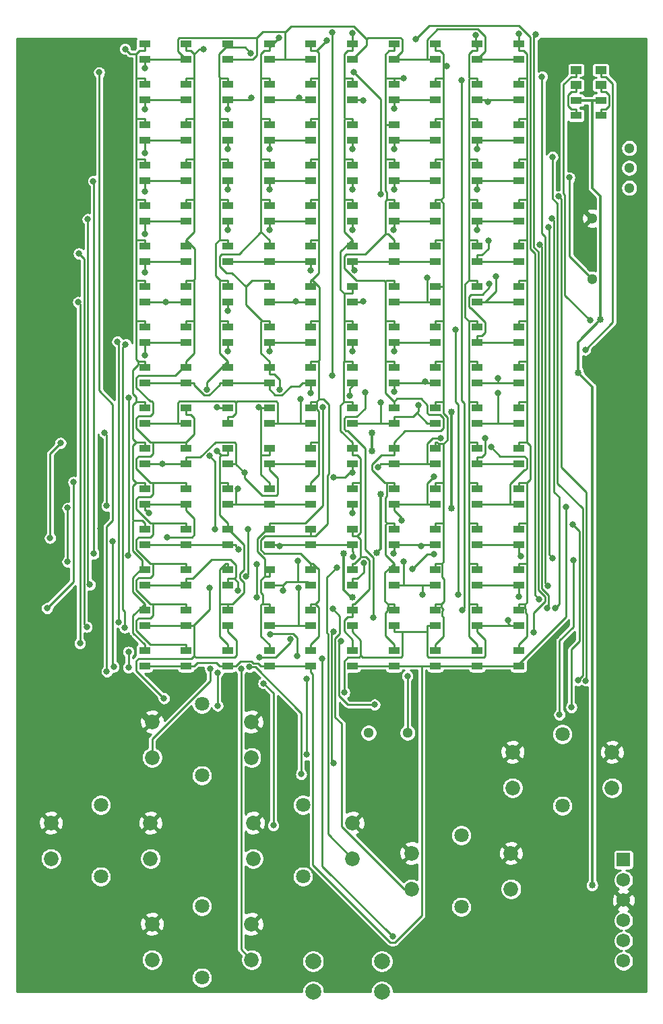
<source format=gbr>
%TF.GenerationSoftware,KiCad,Pcbnew,(5.1.10)-1*%
%TF.CreationDate,2021-07-01T23:21:13+02:00*%
%TF.ProjectId,PicBytesMicro,50696342-7974-4657-934d-6963726f2e6b,rev?*%
%TF.SameCoordinates,Original*%
%TF.FileFunction,Copper,L1,Top*%
%TF.FilePolarity,Positive*%
%FSLAX46Y46*%
G04 Gerber Fmt 4.6, Leading zero omitted, Abs format (unit mm)*
G04 Created by KiCad (PCBNEW (5.1.10)-1) date 2021-07-01 23:21:13*
%MOMM*%
%LPD*%
G01*
G04 APERTURE LIST*
%TA.AperFunction,ComponentPad*%
%ADD10C,1.300000*%
%TD*%
%TA.AperFunction,ComponentPad*%
%ADD11C,1.800000*%
%TD*%
%TA.AperFunction,ComponentPad*%
%ADD12C,1.850000*%
%TD*%
%TA.AperFunction,SMDPad,CuDef*%
%ADD13R,1.400000X1.000000*%
%TD*%
%TA.AperFunction,ComponentPad*%
%ADD14C,1.725000*%
%TD*%
%TA.AperFunction,ComponentPad*%
%ADD15R,1.725000X1.725000*%
%TD*%
%TA.AperFunction,SMDPad,CuDef*%
%ADD16R,1.400000X0.950000*%
%TD*%
%TA.AperFunction,ComponentPad*%
%ADD17C,2.000000*%
%TD*%
%TA.AperFunction,ComponentPad*%
%ADD18C,1.294000*%
%TD*%
%TA.AperFunction,ViaPad*%
%ADD19C,0.800000*%
%TD*%
%TA.AperFunction,ViaPad*%
%ADD20C,0.850000*%
%TD*%
%TA.AperFunction,Conductor*%
%ADD21C,0.250000*%
%TD*%
%TA.AperFunction,Conductor*%
%ADD22C,0.350000*%
%TD*%
%TA.AperFunction,Conductor*%
%ADD23C,0.254000*%
%TD*%
%TA.AperFunction,Conductor*%
%ADD24C,0.100000*%
%TD*%
G04 APERTURE END LIST*
D10*
%TO.P,SW_Toggle1,3*%
%TO.N,Net-(SW_Toggle1-Pad3)*%
X173900000Y-50900000D03*
%TO.P,SW_Toggle1,2*%
%TO.N,Net-(C_22u_1-Pad1)*%
X173900000Y-53400000D03*
%TO.P,SW_Toggle1,1*%
%TO.N,BAT+*%
X173900000Y-55900000D03*
%TD*%
D11*
%TO.P,S_up1,6*%
%TO.N,N/C*%
X120200000Y-129690000D03*
%TO.P,S_up1,5*%
X120200000Y-120690000D03*
D12*
%TO.P,S_up1,4*%
%TO.N,Vgnd_main*%
X113950000Y-122940000D03*
%TO.P,S_up1,3*%
X126450000Y-122940000D03*
%TO.P,S_up1,2*%
%TO.N,S_up*%
X113950000Y-127440000D03*
%TO.P,S_up1,1*%
X126450000Y-127440000D03*
%TD*%
D11*
%TO.P,S_right1,6*%
%TO.N,N/C*%
X132900000Y-142390000D03*
%TO.P,S_right1,5*%
X132900000Y-133390000D03*
D12*
%TO.P,S_right1,4*%
%TO.N,Vgnd_main*%
X126650000Y-135640000D03*
%TO.P,S_right1,3*%
X139150000Y-135640000D03*
%TO.P,S_right1,2*%
%TO.N,S_right*%
X126650000Y-140140000D03*
%TO.P,S_right1,1*%
X139150000Y-140140000D03*
%TD*%
D11*
%TO.P,S_left1,6*%
%TO.N,N/C*%
X107500000Y-142390000D03*
%TO.P,S_left1,5*%
X107500000Y-133390000D03*
D12*
%TO.P,S_left1,4*%
%TO.N,Vgnd_main*%
X101250000Y-135640000D03*
%TO.P,S_left1,3*%
X113750000Y-135640000D03*
%TO.P,S_left1,2*%
%TO.N,S_left*%
X101250000Y-140140000D03*
%TO.P,S_left1,1*%
X113750000Y-140140000D03*
%TD*%
D11*
%TO.P,S_down1,6*%
%TO.N,N/C*%
X120200000Y-155090000D03*
%TO.P,S_down1,5*%
X120200000Y-146090000D03*
D12*
%TO.P,S_down1,4*%
%TO.N,Vgnd_main*%
X113950000Y-148340000D03*
%TO.P,S_down1,3*%
X126450000Y-148340000D03*
%TO.P,S_down1,2*%
%TO.N,S_down*%
X113950000Y-152840000D03*
%TO.P,S_down1,1*%
X126450000Y-152840000D03*
%TD*%
D11*
%TO.P,S_B1,6*%
%TO.N,N/C*%
X165500000Y-133500000D03*
%TO.P,S_B1,5*%
X165500000Y-124500000D03*
D12*
%TO.P,S_B1,4*%
%TO.N,Vgnd_main*%
X159250000Y-126750000D03*
%TO.P,S_B1,3*%
X171750000Y-126750000D03*
%TO.P,S_B1,2*%
%TO.N,S_b*%
X159250000Y-131250000D03*
%TO.P,S_B1,1*%
X171750000Y-131250000D03*
%TD*%
D11*
%TO.P,S_A1,6*%
%TO.N,N/C*%
X152800000Y-146200000D03*
%TO.P,S_A1,5*%
X152800000Y-137200000D03*
D12*
%TO.P,S_A1,4*%
%TO.N,Vgnd_main*%
X146550000Y-139450000D03*
%TO.P,S_A1,3*%
X159050000Y-139450000D03*
%TO.P,S_A1,2*%
%TO.N,S_a*%
X146550000Y-143950000D03*
%TO.P,S_A1,1*%
X159050000Y-143950000D03*
%TD*%
D13*
%TO.P,R_1k_2,2*%
%TO.N,Net-(LED_Green_bms1-Pad1)*%
X167225000Y-43000000D03*
%TO.P,R_1k_2,1*%
%TO.N,Net-(IC_BMS_TP4056-Pad7)*%
X167225000Y-41100000D03*
%TD*%
%TO.P,R_1k_1,2*%
%TO.N,Net-(LED_RED_bms1-Pad1)*%
X170325000Y-43000000D03*
%TO.P,R_1k_1,1*%
%TO.N,Net-(IC_BMS_TP4056-Pad6)*%
X170325000Y-41100000D03*
%TD*%
D14*
%TO.P,PicKit1,6*%
%TO.N,Net-(PicKit1-Pad6)*%
X173180000Y-152980000D03*
%TO.P,PicKit1,5*%
%TO.N,ICSPCLK*%
X173180000Y-150440000D03*
%TO.P,PicKit1,4*%
%TO.N,ICSPDA*%
X173180000Y-147900000D03*
%TO.P,PicKit1,3*%
%TO.N,Vgnd_main*%
X173180000Y-145360000D03*
%TO.P,PicKit1,2*%
%TO.N,Vcc_main*%
X173180000Y-142820000D03*
D15*
%TO.P,PicKit1,1*%
%TO.N,MCLR*%
X173180000Y-140280000D03*
%TD*%
D10*
%TO.P,LS1,2*%
%TO.N,Vgnd_main*%
X169228000Y-59727000D03*
%TO.P,LS1,1*%
%TO.N,Net-(LS1-Pad1)*%
X169228000Y-67327000D03*
%TD*%
D16*
%TO.P,LED_RED_bms1,2*%
%TO.N,BMS_Vcc*%
X170325000Y-44900000D03*
%TO.P,LED_RED_bms1,1*%
%TO.N,Net-(LED_RED_bms1-Pad1)*%
X170325000Y-46800000D03*
%TD*%
%TO.P,LED_Green_bms1,2*%
%TO.N,BMS_Vcc*%
X167225000Y-44900000D03*
%TO.P,LED_Green_bms1,1*%
%TO.N,Net-(LED_Green_bms1-Pad1)*%
X167225000Y-46800000D03*
%TD*%
%TO.P,LED160,2*%
%TO.N,C10*%
X159995000Y-114040000D03*
%TO.P,LED160,1*%
%TO.N,R15*%
X159995000Y-115940000D03*
%TD*%
%TO.P,LED159,2*%
%TO.N,C10*%
X159995000Y-108960000D03*
%TO.P,LED159,1*%
%TO.N,R14*%
X159995000Y-110860000D03*
%TD*%
%TO.P,LED158,2*%
%TO.N,C10*%
X159995000Y-103880000D03*
%TO.P,LED158,1*%
%TO.N,R13*%
X159995000Y-105780000D03*
%TD*%
%TO.P,LED157,2*%
%TO.N,C10*%
X159995000Y-98800000D03*
%TO.P,LED157,1*%
%TO.N,R12*%
X159995000Y-100700000D03*
%TD*%
%TO.P,LED156,2*%
%TO.N,C10*%
X159995000Y-93720000D03*
%TO.P,LED156,1*%
%TO.N,R11*%
X159995000Y-95620000D03*
%TD*%
%TO.P,LED155,2*%
%TO.N,C10*%
X159995000Y-88640000D03*
%TO.P,LED155,1*%
%TO.N,R10*%
X159995000Y-90540000D03*
%TD*%
%TO.P,LED154,2*%
%TO.N,C10*%
X159995000Y-83560000D03*
%TO.P,LED154,1*%
%TO.N,R9*%
X159995000Y-85460000D03*
%TD*%
%TO.P,LED153,2*%
%TO.N,C10*%
X159995000Y-78480000D03*
%TO.P,LED153,1*%
%TO.N,R8*%
X159995000Y-80380000D03*
%TD*%
%TO.P,LED152,2*%
%TO.N,C10*%
X159995000Y-73400000D03*
%TO.P,LED152,1*%
%TO.N,R7*%
X159995000Y-75300000D03*
%TD*%
%TO.P,LED151,2*%
%TO.N,C10*%
X159995000Y-68320000D03*
%TO.P,LED151,1*%
%TO.N,R6*%
X159995000Y-70220000D03*
%TD*%
%TO.P,LED150,2*%
%TO.N,C10*%
X159995000Y-63240000D03*
%TO.P,LED150,1*%
%TO.N,R5*%
X159995000Y-65140000D03*
%TD*%
%TO.P,LED149,2*%
%TO.N,C10*%
X159995000Y-58160000D03*
%TO.P,LED149,1*%
%TO.N,R4*%
X159995000Y-60060000D03*
%TD*%
%TO.P,LED148,2*%
%TO.N,C10*%
X159995000Y-53080000D03*
%TO.P,LED148,1*%
%TO.N,R3*%
X159995000Y-54980000D03*
%TD*%
%TO.P,LED147,2*%
%TO.N,C10*%
X159995000Y-48000000D03*
%TO.P,LED147,1*%
%TO.N,R2*%
X159995000Y-49900000D03*
%TD*%
%TO.P,LED146,2*%
%TO.N,C10*%
X159995000Y-42920000D03*
%TO.P,LED146,1*%
%TO.N,R1*%
X159995000Y-44820000D03*
%TD*%
%TO.P,LED145,2*%
%TO.N,C10*%
X159995000Y-37840000D03*
%TO.P,LED145,1*%
%TO.N,R0*%
X159995000Y-39740000D03*
%TD*%
%TO.P,LED144,2*%
%TO.N,C9*%
X154774000Y-114040000D03*
%TO.P,LED144,1*%
%TO.N,R15*%
X154774000Y-115940000D03*
%TD*%
%TO.P,LED143,2*%
%TO.N,C9*%
X154774000Y-108960000D03*
%TO.P,LED143,1*%
%TO.N,R14*%
X154774000Y-110860000D03*
%TD*%
%TO.P,LED142,2*%
%TO.N,C9*%
X154774000Y-103880000D03*
%TO.P,LED142,1*%
%TO.N,R13*%
X154774000Y-105780000D03*
%TD*%
%TO.P,LED141,2*%
%TO.N,C9*%
X154774000Y-98800000D03*
%TO.P,LED141,1*%
%TO.N,R12*%
X154774000Y-100700000D03*
%TD*%
%TO.P,LED140,2*%
%TO.N,C9*%
X154774000Y-93720000D03*
%TO.P,LED140,1*%
%TO.N,R11*%
X154774000Y-95620000D03*
%TD*%
%TO.P,LED139,2*%
%TO.N,C9*%
X154774000Y-88640000D03*
%TO.P,LED139,1*%
%TO.N,R10*%
X154774000Y-90540000D03*
%TD*%
%TO.P,LED138,2*%
%TO.N,C9*%
X154774000Y-83560000D03*
%TO.P,LED138,1*%
%TO.N,R9*%
X154774000Y-85460000D03*
%TD*%
%TO.P,LED137,2*%
%TO.N,C9*%
X154774000Y-78480000D03*
%TO.P,LED137,1*%
%TO.N,R8*%
X154774000Y-80380000D03*
%TD*%
%TO.P,LED136,2*%
%TO.N,C9*%
X154774000Y-73400000D03*
%TO.P,LED136,1*%
%TO.N,R7*%
X154774000Y-75300000D03*
%TD*%
%TO.P,LED135,2*%
%TO.N,C9*%
X154774000Y-68320000D03*
%TO.P,LED135,1*%
%TO.N,R6*%
X154774000Y-70220000D03*
%TD*%
%TO.P,LED134,2*%
%TO.N,C9*%
X154774000Y-63240000D03*
%TO.P,LED134,1*%
%TO.N,R5*%
X154774000Y-65140000D03*
%TD*%
%TO.P,LED133,2*%
%TO.N,C9*%
X154774000Y-58160000D03*
%TO.P,LED133,1*%
%TO.N,R4*%
X154774000Y-60060000D03*
%TD*%
%TO.P,LED132,2*%
%TO.N,C9*%
X154774000Y-53080000D03*
%TO.P,LED132,1*%
%TO.N,R3*%
X154774000Y-54980000D03*
%TD*%
%TO.P,LED131,2*%
%TO.N,C9*%
X154774000Y-48000000D03*
%TO.P,LED131,1*%
%TO.N,R2*%
X154774000Y-49900000D03*
%TD*%
%TO.P,LED130,2*%
%TO.N,C9*%
X154774000Y-42920000D03*
%TO.P,LED130,1*%
%TO.N,R1*%
X154774000Y-44820000D03*
%TD*%
%TO.P,LED129,2*%
%TO.N,C9*%
X154774000Y-37840000D03*
%TO.P,LED129,1*%
%TO.N,R0*%
X154774000Y-39740000D03*
%TD*%
%TO.P,LED128,2*%
%TO.N,C8*%
X149553000Y-114040000D03*
%TO.P,LED128,1*%
%TO.N,R15*%
X149553000Y-115940000D03*
%TD*%
%TO.P,LED127,2*%
%TO.N,C8*%
X149553000Y-108960000D03*
%TO.P,LED127,1*%
%TO.N,R14*%
X149553000Y-110860000D03*
%TD*%
%TO.P,LED126,2*%
%TO.N,C8*%
X149553000Y-103880000D03*
%TO.P,LED126,1*%
%TO.N,R13*%
X149553000Y-105780000D03*
%TD*%
%TO.P,LED125,2*%
%TO.N,C8*%
X149553000Y-98800000D03*
%TO.P,LED125,1*%
%TO.N,R12*%
X149553000Y-100700000D03*
%TD*%
%TO.P,LED124,2*%
%TO.N,C8*%
X149553000Y-93720000D03*
%TO.P,LED124,1*%
%TO.N,R11*%
X149553000Y-95620000D03*
%TD*%
%TO.P,LED123,2*%
%TO.N,C8*%
X149553000Y-88640000D03*
%TO.P,LED123,1*%
%TO.N,R10*%
X149553000Y-90540000D03*
%TD*%
%TO.P,LED122,2*%
%TO.N,C8*%
X149553000Y-83560000D03*
%TO.P,LED122,1*%
%TO.N,R9*%
X149553000Y-85460000D03*
%TD*%
%TO.P,LED121,2*%
%TO.N,C8*%
X149553000Y-78480000D03*
%TO.P,LED121,1*%
%TO.N,R8*%
X149553000Y-80380000D03*
%TD*%
%TO.P,LED120,2*%
%TO.N,C8*%
X149553000Y-73400000D03*
%TO.P,LED120,1*%
%TO.N,R7*%
X149553000Y-75300000D03*
%TD*%
%TO.P,LED119,2*%
%TO.N,C8*%
X149553000Y-68320000D03*
%TO.P,LED119,1*%
%TO.N,R6*%
X149553000Y-70220000D03*
%TD*%
%TO.P,LED118,2*%
%TO.N,C8*%
X149553000Y-63240000D03*
%TO.P,LED118,1*%
%TO.N,R5*%
X149553000Y-65140000D03*
%TD*%
%TO.P,LED117,2*%
%TO.N,C8*%
X149553000Y-58160000D03*
%TO.P,LED117,1*%
%TO.N,R4*%
X149553000Y-60060000D03*
%TD*%
%TO.P,LED116,2*%
%TO.N,C8*%
X149553000Y-53080000D03*
%TO.P,LED116,1*%
%TO.N,R3*%
X149553000Y-54980000D03*
%TD*%
%TO.P,LED115,2*%
%TO.N,C8*%
X149553000Y-48000000D03*
%TO.P,LED115,1*%
%TO.N,R2*%
X149553000Y-49900000D03*
%TD*%
%TO.P,LED114,2*%
%TO.N,C8*%
X149553000Y-42920000D03*
%TO.P,LED114,1*%
%TO.N,R1*%
X149553000Y-44820000D03*
%TD*%
%TO.P,LED113,2*%
%TO.N,C8*%
X149553000Y-37840000D03*
%TO.P,LED113,1*%
%TO.N,R0*%
X149553000Y-39740000D03*
%TD*%
%TO.P,LED112,2*%
%TO.N,C7*%
X144332000Y-114040000D03*
%TO.P,LED112,1*%
%TO.N,R15*%
X144332000Y-115940000D03*
%TD*%
%TO.P,LED111,2*%
%TO.N,C7*%
X144332000Y-108960000D03*
%TO.P,LED111,1*%
%TO.N,R14*%
X144332000Y-110860000D03*
%TD*%
%TO.P,LED110,2*%
%TO.N,C7*%
X144332000Y-103880000D03*
%TO.P,LED110,1*%
%TO.N,R13*%
X144332000Y-105780000D03*
%TD*%
%TO.P,LED109,2*%
%TO.N,C7*%
X144332000Y-98800000D03*
%TO.P,LED109,1*%
%TO.N,R12*%
X144332000Y-100700000D03*
%TD*%
%TO.P,LED108,2*%
%TO.N,C7*%
X144332000Y-93720000D03*
%TO.P,LED108,1*%
%TO.N,R11*%
X144332000Y-95620000D03*
%TD*%
%TO.P,LED107,2*%
%TO.N,C7*%
X144332000Y-88640000D03*
%TO.P,LED107,1*%
%TO.N,R10*%
X144332000Y-90540000D03*
%TD*%
%TO.P,LED106,2*%
%TO.N,C7*%
X144332000Y-83560000D03*
%TO.P,LED106,1*%
%TO.N,R9*%
X144332000Y-85460000D03*
%TD*%
%TO.P,LED105,2*%
%TO.N,C7*%
X144332000Y-78480000D03*
%TO.P,LED105,1*%
%TO.N,R8*%
X144332000Y-80380000D03*
%TD*%
%TO.P,LED104,2*%
%TO.N,C7*%
X144332000Y-73400000D03*
%TO.P,LED104,1*%
%TO.N,R7*%
X144332000Y-75300000D03*
%TD*%
%TO.P,LED103,2*%
%TO.N,C7*%
X144332000Y-68320000D03*
%TO.P,LED103,1*%
%TO.N,R6*%
X144332000Y-70220000D03*
%TD*%
%TO.P,LED102,2*%
%TO.N,C7*%
X144332000Y-63240000D03*
%TO.P,LED102,1*%
%TO.N,R5*%
X144332000Y-65140000D03*
%TD*%
%TO.P,LED101,2*%
%TO.N,C7*%
X144332000Y-58160000D03*
%TO.P,LED101,1*%
%TO.N,R4*%
X144332000Y-60060000D03*
%TD*%
%TO.P,LED100,2*%
%TO.N,C7*%
X144332000Y-53080000D03*
%TO.P,LED100,1*%
%TO.N,R3*%
X144332000Y-54980000D03*
%TD*%
%TO.P,LED99,2*%
%TO.N,C7*%
X144332000Y-48000000D03*
%TO.P,LED99,1*%
%TO.N,R2*%
X144332000Y-49900000D03*
%TD*%
%TO.P,LED98,2*%
%TO.N,C7*%
X144332000Y-42920000D03*
%TO.P,LED98,1*%
%TO.N,R1*%
X144332000Y-44820000D03*
%TD*%
%TO.P,LED97,2*%
%TO.N,C7*%
X144332000Y-37840000D03*
%TO.P,LED97,1*%
%TO.N,R0*%
X144332000Y-39740000D03*
%TD*%
%TO.P,LED96,2*%
%TO.N,C6*%
X139111000Y-114040000D03*
%TO.P,LED96,1*%
%TO.N,R15*%
X139111000Y-115940000D03*
%TD*%
%TO.P,LED95,2*%
%TO.N,C6*%
X139111000Y-108960000D03*
%TO.P,LED95,1*%
%TO.N,R14*%
X139111000Y-110860000D03*
%TD*%
%TO.P,LED94,2*%
%TO.N,C6*%
X139111000Y-103880000D03*
%TO.P,LED94,1*%
%TO.N,R13*%
X139111000Y-105780000D03*
%TD*%
%TO.P,LED93,2*%
%TO.N,C6*%
X139111000Y-98800000D03*
%TO.P,LED93,1*%
%TO.N,R12*%
X139111000Y-100700000D03*
%TD*%
%TO.P,LED92,2*%
%TO.N,C6*%
X139111000Y-93720000D03*
%TO.P,LED92,1*%
%TO.N,R11*%
X139111000Y-95620000D03*
%TD*%
%TO.P,LED91,2*%
%TO.N,C6*%
X139111000Y-88640000D03*
%TO.P,LED91,1*%
%TO.N,R10*%
X139111000Y-90540000D03*
%TD*%
%TO.P,LED90,2*%
%TO.N,C6*%
X139111000Y-83560000D03*
%TO.P,LED90,1*%
%TO.N,R9*%
X139111000Y-85460000D03*
%TD*%
%TO.P,LED89,2*%
%TO.N,C6*%
X139111000Y-78480000D03*
%TO.P,LED89,1*%
%TO.N,R8*%
X139111000Y-80380000D03*
%TD*%
%TO.P,LED88,2*%
%TO.N,C6*%
X139111000Y-73400000D03*
%TO.P,LED88,1*%
%TO.N,R7*%
X139111000Y-75300000D03*
%TD*%
%TO.P,LED87,2*%
%TO.N,C6*%
X139111000Y-68320000D03*
%TO.P,LED87,1*%
%TO.N,R6*%
X139111000Y-70220000D03*
%TD*%
%TO.P,LED86,2*%
%TO.N,C6*%
X139111000Y-63240000D03*
%TO.P,LED86,1*%
%TO.N,R5*%
X139111000Y-65140000D03*
%TD*%
%TO.P,LED85,2*%
%TO.N,C6*%
X139111000Y-58160000D03*
%TO.P,LED85,1*%
%TO.N,R4*%
X139111000Y-60060000D03*
%TD*%
%TO.P,LED84,2*%
%TO.N,C6*%
X139111000Y-53080000D03*
%TO.P,LED84,1*%
%TO.N,R3*%
X139111000Y-54980000D03*
%TD*%
%TO.P,LED83,2*%
%TO.N,C6*%
X139111000Y-48000000D03*
%TO.P,LED83,1*%
%TO.N,R2*%
X139111000Y-49900000D03*
%TD*%
%TO.P,LED82,2*%
%TO.N,C6*%
X139111000Y-42920000D03*
%TO.P,LED82,1*%
%TO.N,R1*%
X139111000Y-44820000D03*
%TD*%
%TO.P,LED81,2*%
%TO.N,C6*%
X139111000Y-37840000D03*
%TO.P,LED81,1*%
%TO.N,R0*%
X139111000Y-39740000D03*
%TD*%
%TO.P,LED80,2*%
%TO.N,C5*%
X133889000Y-114040000D03*
%TO.P,LED80,1*%
%TO.N,R15*%
X133889000Y-115940000D03*
%TD*%
%TO.P,LED79,2*%
%TO.N,C5*%
X133889000Y-108960000D03*
%TO.P,LED79,1*%
%TO.N,R14*%
X133889000Y-110860000D03*
%TD*%
%TO.P,LED78,2*%
%TO.N,C5*%
X133889000Y-103880000D03*
%TO.P,LED78,1*%
%TO.N,R13*%
X133889000Y-105780000D03*
%TD*%
%TO.P,LED77,2*%
%TO.N,C5*%
X133889000Y-98800000D03*
%TO.P,LED77,1*%
%TO.N,R12*%
X133889000Y-100700000D03*
%TD*%
%TO.P,LED76,2*%
%TO.N,C5*%
X133889000Y-93720000D03*
%TO.P,LED76,1*%
%TO.N,R11*%
X133889000Y-95620000D03*
%TD*%
%TO.P,LED75,2*%
%TO.N,C5*%
X133889000Y-88640000D03*
%TO.P,LED75,1*%
%TO.N,R10*%
X133889000Y-90540000D03*
%TD*%
%TO.P,LED74,2*%
%TO.N,C5*%
X133889000Y-83560000D03*
%TO.P,LED74,1*%
%TO.N,R9*%
X133889000Y-85460000D03*
%TD*%
%TO.P,LED73,2*%
%TO.N,C5*%
X133889000Y-78480000D03*
%TO.P,LED73,1*%
%TO.N,R8*%
X133889000Y-80380000D03*
%TD*%
%TO.P,LED72,2*%
%TO.N,C5*%
X133889000Y-73400000D03*
%TO.P,LED72,1*%
%TO.N,R7*%
X133889000Y-75300000D03*
%TD*%
%TO.P,LED71,2*%
%TO.N,C5*%
X133889000Y-68320000D03*
%TO.P,LED71,1*%
%TO.N,R6*%
X133889000Y-70220000D03*
%TD*%
%TO.P,LED70,2*%
%TO.N,C5*%
X133889000Y-63240000D03*
%TO.P,LED70,1*%
%TO.N,R5*%
X133889000Y-65140000D03*
%TD*%
%TO.P,LED69,2*%
%TO.N,C5*%
X133889000Y-58160000D03*
%TO.P,LED69,1*%
%TO.N,R4*%
X133889000Y-60060000D03*
%TD*%
%TO.P,LED68,2*%
%TO.N,C5*%
X133889000Y-53080000D03*
%TO.P,LED68,1*%
%TO.N,R3*%
X133889000Y-54980000D03*
%TD*%
%TO.P,LED67,2*%
%TO.N,C5*%
X133889000Y-48000000D03*
%TO.P,LED67,1*%
%TO.N,R2*%
X133889000Y-49900000D03*
%TD*%
%TO.P,LED66,2*%
%TO.N,C5*%
X133889000Y-42920000D03*
%TO.P,LED66,1*%
%TO.N,R1*%
X133889000Y-44820000D03*
%TD*%
%TO.P,LED65,2*%
%TO.N,C5*%
X133889000Y-37840000D03*
%TO.P,LED65,1*%
%TO.N,R0*%
X133889000Y-39740000D03*
%TD*%
%TO.P,LED64,2*%
%TO.N,C4*%
X128668000Y-114040000D03*
%TO.P,LED64,1*%
%TO.N,R15*%
X128668000Y-115940000D03*
%TD*%
%TO.P,LED63,2*%
%TO.N,C4*%
X128668000Y-108960000D03*
%TO.P,LED63,1*%
%TO.N,R14*%
X128668000Y-110860000D03*
%TD*%
%TO.P,LED62,2*%
%TO.N,C4*%
X128668000Y-103880000D03*
%TO.P,LED62,1*%
%TO.N,R13*%
X128668000Y-105780000D03*
%TD*%
%TO.P,LED61,2*%
%TO.N,C4*%
X128668000Y-98800000D03*
%TO.P,LED61,1*%
%TO.N,R12*%
X128668000Y-100700000D03*
%TD*%
%TO.P,LED60,2*%
%TO.N,C4*%
X128668000Y-93720000D03*
%TO.P,LED60,1*%
%TO.N,R11*%
X128668000Y-95620000D03*
%TD*%
%TO.P,LED59,2*%
%TO.N,C4*%
X128668000Y-88640000D03*
%TO.P,LED59,1*%
%TO.N,R10*%
X128668000Y-90540000D03*
%TD*%
%TO.P,LED58,2*%
%TO.N,C4*%
X128668000Y-83560000D03*
%TO.P,LED58,1*%
%TO.N,R9*%
X128668000Y-85460000D03*
%TD*%
%TO.P,LED57,2*%
%TO.N,C4*%
X128668000Y-78480000D03*
%TO.P,LED57,1*%
%TO.N,R8*%
X128668000Y-80380000D03*
%TD*%
%TO.P,LED56,2*%
%TO.N,C4*%
X128668000Y-73400000D03*
%TO.P,LED56,1*%
%TO.N,R7*%
X128668000Y-75300000D03*
%TD*%
%TO.P,LED55,2*%
%TO.N,C4*%
X128668000Y-68320000D03*
%TO.P,LED55,1*%
%TO.N,R6*%
X128668000Y-70220000D03*
%TD*%
%TO.P,LED54,2*%
%TO.N,C4*%
X128668000Y-63240000D03*
%TO.P,LED54,1*%
%TO.N,R5*%
X128668000Y-65140000D03*
%TD*%
%TO.P,LED53,2*%
%TO.N,C4*%
X128668000Y-58160000D03*
%TO.P,LED53,1*%
%TO.N,R4*%
X128668000Y-60060000D03*
%TD*%
%TO.P,LED52,2*%
%TO.N,C4*%
X128668000Y-53080000D03*
%TO.P,LED52,1*%
%TO.N,R3*%
X128668000Y-54980000D03*
%TD*%
%TO.P,LED51,2*%
%TO.N,C4*%
X128668000Y-48000000D03*
%TO.P,LED51,1*%
%TO.N,R2*%
X128668000Y-49900000D03*
%TD*%
%TO.P,LED50,2*%
%TO.N,C4*%
X128668000Y-42920000D03*
%TO.P,LED50,1*%
%TO.N,R1*%
X128668000Y-44820000D03*
%TD*%
%TO.P,LED49,2*%
%TO.N,C4*%
X128668000Y-37840000D03*
%TO.P,LED49,1*%
%TO.N,R0*%
X128668000Y-39740000D03*
%TD*%
%TO.P,LED48,2*%
%TO.N,C3*%
X123447000Y-114040000D03*
%TO.P,LED48,1*%
%TO.N,R15*%
X123447000Y-115940000D03*
%TD*%
%TO.P,LED47,2*%
%TO.N,C3*%
X123447000Y-108960000D03*
%TO.P,LED47,1*%
%TO.N,R14*%
X123447000Y-110860000D03*
%TD*%
%TO.P,LED46,2*%
%TO.N,C3*%
X123447000Y-103880000D03*
%TO.P,LED46,1*%
%TO.N,R13*%
X123447000Y-105780000D03*
%TD*%
%TO.P,LED45,2*%
%TO.N,C3*%
X123447000Y-98800000D03*
%TO.P,LED45,1*%
%TO.N,R12*%
X123447000Y-100700000D03*
%TD*%
%TO.P,LED44,2*%
%TO.N,C3*%
X123447000Y-93720000D03*
%TO.P,LED44,1*%
%TO.N,R11*%
X123447000Y-95620000D03*
%TD*%
%TO.P,LED43,2*%
%TO.N,C3*%
X123447000Y-88640000D03*
%TO.P,LED43,1*%
%TO.N,R10*%
X123447000Y-90540000D03*
%TD*%
%TO.P,LED42,2*%
%TO.N,C3*%
X123447000Y-83560000D03*
%TO.P,LED42,1*%
%TO.N,R9*%
X123447000Y-85460000D03*
%TD*%
%TO.P,LED41,2*%
%TO.N,C3*%
X123447000Y-78480000D03*
%TO.P,LED41,1*%
%TO.N,R8*%
X123447000Y-80380000D03*
%TD*%
%TO.P,LED40,2*%
%TO.N,C3*%
X123447000Y-73400000D03*
%TO.P,LED40,1*%
%TO.N,R7*%
X123447000Y-75300000D03*
%TD*%
%TO.P,LED39,2*%
%TO.N,C3*%
X123447000Y-68320000D03*
%TO.P,LED39,1*%
%TO.N,R6*%
X123447000Y-70220000D03*
%TD*%
%TO.P,LED38,2*%
%TO.N,C3*%
X123447000Y-63240000D03*
%TO.P,LED38,1*%
%TO.N,R5*%
X123447000Y-65140000D03*
%TD*%
%TO.P,LED37,2*%
%TO.N,C3*%
X123447000Y-58160000D03*
%TO.P,LED37,1*%
%TO.N,R4*%
X123447000Y-60060000D03*
%TD*%
%TO.P,LED36,2*%
%TO.N,C3*%
X123447000Y-53080000D03*
%TO.P,LED36,1*%
%TO.N,R3*%
X123447000Y-54980000D03*
%TD*%
%TO.P,LED35,2*%
%TO.N,C3*%
X123447000Y-48000000D03*
%TO.P,LED35,1*%
%TO.N,R2*%
X123447000Y-49900000D03*
%TD*%
%TO.P,LED34,2*%
%TO.N,C3*%
X123447000Y-42920000D03*
%TO.P,LED34,1*%
%TO.N,R1*%
X123447000Y-44820000D03*
%TD*%
%TO.P,LED33,2*%
%TO.N,C3*%
X123447000Y-37840000D03*
%TO.P,LED33,1*%
%TO.N,R0*%
X123447000Y-39740000D03*
%TD*%
%TO.P,LED32,2*%
%TO.N,C2*%
X118226000Y-114040000D03*
%TO.P,LED32,1*%
%TO.N,R15*%
X118226000Y-115940000D03*
%TD*%
%TO.P,LED31,2*%
%TO.N,C2*%
X118226000Y-108960000D03*
%TO.P,LED31,1*%
%TO.N,R14*%
X118226000Y-110860000D03*
%TD*%
%TO.P,LED30,2*%
%TO.N,C2*%
X118226000Y-103880000D03*
%TO.P,LED30,1*%
%TO.N,R13*%
X118226000Y-105780000D03*
%TD*%
%TO.P,LED29,2*%
%TO.N,C2*%
X118226000Y-98800000D03*
%TO.P,LED29,1*%
%TO.N,R12*%
X118226000Y-100700000D03*
%TD*%
%TO.P,LED28,2*%
%TO.N,C2*%
X118226000Y-93720000D03*
%TO.P,LED28,1*%
%TO.N,R11*%
X118226000Y-95620000D03*
%TD*%
%TO.P,LED27,2*%
%TO.N,C2*%
X118226000Y-88640000D03*
%TO.P,LED27,1*%
%TO.N,R10*%
X118226000Y-90540000D03*
%TD*%
%TO.P,LED26,2*%
%TO.N,C2*%
X118226000Y-83560000D03*
%TO.P,LED26,1*%
%TO.N,R9*%
X118226000Y-85460000D03*
%TD*%
%TO.P,LED25,2*%
%TO.N,C2*%
X118226000Y-78480000D03*
%TO.P,LED25,1*%
%TO.N,R8*%
X118226000Y-80380000D03*
%TD*%
%TO.P,LED24,2*%
%TO.N,C2*%
X118226000Y-73400000D03*
%TO.P,LED24,1*%
%TO.N,R7*%
X118226000Y-75300000D03*
%TD*%
%TO.P,LED23,2*%
%TO.N,C2*%
X118226000Y-68320000D03*
%TO.P,LED23,1*%
%TO.N,R6*%
X118226000Y-70220000D03*
%TD*%
%TO.P,LED22,2*%
%TO.N,C2*%
X118226000Y-63240000D03*
%TO.P,LED22,1*%
%TO.N,R5*%
X118226000Y-65140000D03*
%TD*%
%TO.P,LED21,2*%
%TO.N,C2*%
X118226000Y-58160000D03*
%TO.P,LED21,1*%
%TO.N,R4*%
X118226000Y-60060000D03*
%TD*%
%TO.P,LED20,2*%
%TO.N,C2*%
X118226000Y-53080000D03*
%TO.P,LED20,1*%
%TO.N,R3*%
X118226000Y-54980000D03*
%TD*%
%TO.P,LED19,2*%
%TO.N,C2*%
X118226000Y-48000000D03*
%TO.P,LED19,1*%
%TO.N,R2*%
X118226000Y-49900000D03*
%TD*%
%TO.P,LED18,2*%
%TO.N,C2*%
X118226000Y-42920000D03*
%TO.P,LED18,1*%
%TO.N,R1*%
X118226000Y-44820000D03*
%TD*%
%TO.P,LED17,2*%
%TO.N,C2*%
X118226000Y-37840000D03*
%TO.P,LED17,1*%
%TO.N,R0*%
X118226000Y-39740000D03*
%TD*%
%TO.P,LED16,2*%
%TO.N,C1*%
X113005000Y-114040000D03*
%TO.P,LED16,1*%
%TO.N,R15*%
X113005000Y-115940000D03*
%TD*%
%TO.P,LED15,2*%
%TO.N,C1*%
X113005000Y-108960000D03*
%TO.P,LED15,1*%
%TO.N,R14*%
X113005000Y-110860000D03*
%TD*%
%TO.P,LED14,2*%
%TO.N,C1*%
X113005000Y-103880000D03*
%TO.P,LED14,1*%
%TO.N,R13*%
X113005000Y-105780000D03*
%TD*%
%TO.P,LED13,2*%
%TO.N,C1*%
X113005000Y-98800000D03*
%TO.P,LED13,1*%
%TO.N,R12*%
X113005000Y-100700000D03*
%TD*%
%TO.P,LED12,2*%
%TO.N,C1*%
X113005000Y-93720000D03*
%TO.P,LED12,1*%
%TO.N,R11*%
X113005000Y-95620000D03*
%TD*%
%TO.P,LED11,2*%
%TO.N,C1*%
X113005000Y-88640000D03*
%TO.P,LED11,1*%
%TO.N,R10*%
X113005000Y-90540000D03*
%TD*%
%TO.P,LED10,2*%
%TO.N,C1*%
X113005000Y-83560000D03*
%TO.P,LED10,1*%
%TO.N,R9*%
X113005000Y-85460000D03*
%TD*%
%TO.P,LED9,2*%
%TO.N,C1*%
X113005000Y-78480000D03*
%TO.P,LED9,1*%
%TO.N,R8*%
X113005000Y-80380000D03*
%TD*%
%TO.P,LED8,2*%
%TO.N,C1*%
X113005000Y-73400000D03*
%TO.P,LED8,1*%
%TO.N,R7*%
X113005000Y-75300000D03*
%TD*%
%TO.P,LED7,2*%
%TO.N,C1*%
X113005000Y-68320000D03*
%TO.P,LED7,1*%
%TO.N,R6*%
X113005000Y-70220000D03*
%TD*%
%TO.P,LED6,2*%
%TO.N,C1*%
X113005000Y-63240000D03*
%TO.P,LED6,1*%
%TO.N,R5*%
X113005000Y-65140000D03*
%TD*%
%TO.P,LED5,2*%
%TO.N,C1*%
X113005000Y-58160000D03*
%TO.P,LED5,1*%
%TO.N,R4*%
X113005000Y-60060000D03*
%TD*%
%TO.P,LED4,2*%
%TO.N,C1*%
X113005000Y-53080000D03*
%TO.P,LED4,1*%
%TO.N,R3*%
X113005000Y-54980000D03*
%TD*%
%TO.P,LED3,2*%
%TO.N,C1*%
X113005000Y-48000000D03*
%TO.P,LED3,1*%
%TO.N,R2*%
X113005000Y-49900000D03*
%TD*%
%TO.P,LED2,2*%
%TO.N,C1*%
X113005000Y-42920000D03*
%TO.P,LED2,1*%
%TO.N,R1*%
X113005000Y-44820000D03*
%TD*%
%TO.P,LED1,2*%
%TO.N,C1*%
X113005000Y-37840000D03*
%TO.P,LED1,1*%
%TO.N,R0*%
X113005000Y-39740000D03*
%TD*%
D17*
%TO.P,J_USB_C1,MH4*%
%TO.N,Net-(J_USB_C1-PadMH4)*%
X142820000Y-153050000D03*
%TO.P,J_USB_C1,MH3*%
%TO.N,Net-(J_USB_C1-PadMH3)*%
X134180000Y-153050000D03*
%TO.P,J_USB_C1,MH2*%
%TO.N,Net-(J_USB_C1-PadMH2)*%
X134180000Y-156850000D03*
%TO.P,J_USB_C1,MH1*%
%TO.N,Net-(J_USB_C1-PadMH1)*%
X142820000Y-156850000D03*
%TD*%
D18*
%TO.P,16MhzCrystal1,2*%
%TO.N,Net-(16MhzCrystal1-Pad2)*%
X146040000Y-124340000D03*
%TO.P,16MhzCrystal1,1*%
%TO.N,Net-(16MhzCrystal1-Pad1)*%
X141160000Y-124340000D03*
%TD*%
D19*
%TO.N,Net-(16MhzCrystal1-Pad2)*%
X146040000Y-117218900D03*
%TO.N,Net-(16MhzCrystal1-Pad1)*%
X166891000Y-102700000D03*
X165135600Y-122064800D03*
D20*
%TO.N,Vgnd_main*%
X107421900Y-98648500D03*
%TO.N,BMS_Vcc*%
X169238500Y-143472500D03*
X170300500Y-72443900D03*
X167459700Y-79083000D03*
%TO.N,Net-(C_22u_1-Pad1)*%
X141610500Y-88953800D03*
X141610500Y-86684000D03*
%TO.N,Vcc_main*%
X142171600Y-101702300D03*
X142686300Y-94337800D03*
X139145900Y-107299600D03*
X138008400Y-101805500D03*
%TO.N,BAT+*%
X151604300Y-96174100D03*
X151604300Y-84022000D03*
D19*
%TO.N,Net-(IC_BMS_TP4056-Pad7)*%
X169002700Y-72557200D03*
%TO.N,Net-(IC_BMS_TP4056-Pad6)*%
X168391600Y-76226500D03*
%TO.N,C1*%
X110548300Y-38454300D03*
%TO.N,R0*%
X113005000Y-40825200D03*
%TO.N,R1*%
X132412600Y-44608900D03*
X126399600Y-44608900D03*
X123447000Y-45999300D03*
X156099400Y-45055500D03*
X144332000Y-45904100D03*
X140447200Y-44907000D03*
X113005000Y-45999300D03*
%TO.N,R2*%
X154774000Y-50981700D03*
X144332000Y-50981700D03*
X139111000Y-50981700D03*
X128668000Y-50982500D03*
X123447000Y-50982500D03*
X113005000Y-51551700D03*
%TO.N,R3*%
X154774000Y-56059800D03*
X144332000Y-56070400D03*
X139111000Y-56070400D03*
X128668000Y-56078500D03*
X123447000Y-56078500D03*
X113005000Y-56365700D03*
%TO.N,R4*%
X154774000Y-61136500D03*
X144284700Y-61161000D03*
X139111000Y-61161000D03*
X128668000Y-61161200D03*
X123447000Y-61161200D03*
X113005000Y-61681300D03*
%TO.N,R5*%
X156202300Y-62528100D03*
X133889000Y-66229100D03*
X139374800Y-66229100D03*
X113005000Y-66477200D03*
%TO.N,R6*%
X131980500Y-70153700D03*
X123447000Y-71319300D03*
X115687200Y-70220000D03*
X140458100Y-70153700D03*
X157117200Y-67033900D03*
X148498400Y-67216000D03*
%TO.N,R7*%
X156345700Y-67976700D03*
X144332000Y-76384900D03*
X139111000Y-76384900D03*
X128668000Y-76384900D03*
X123447000Y-76384900D03*
X113005000Y-76925500D03*
%TO.N,R8*%
X101122300Y-99872600D03*
X102443400Y-87941100D03*
X144332000Y-81468600D03*
X148224600Y-80203400D03*
X157384500Y-79838900D03*
X133889000Y-81703800D03*
X138786500Y-81992300D03*
%TO.N,R9*%
X110955000Y-102032000D03*
X111049400Y-82258200D03*
X142676600Y-82836800D03*
X132607500Y-82442700D03*
X147450700Y-83167500D03*
X157384500Y-81687200D03*
%TO.N,R10*%
X100757200Y-108691100D03*
X104063200Y-92850500D03*
X115286700Y-90540000D03*
X136764200Y-92222200D03*
X125549900Y-91674600D03*
X142303100Y-90944400D03*
X139111000Y-91622900D03*
X155799400Y-87344800D03*
X150219800Y-87321800D03*
%TO.N,R11*%
X109126300Y-116044500D03*
X109018100Y-100270300D03*
X115833200Y-99778300D03*
X145278100Y-97704600D03*
X156524700Y-88459900D03*
X149382800Y-92177500D03*
X139111000Y-96703000D03*
X124767000Y-93693700D03*
X113516200Y-96698400D03*
%TO.N,R12*%
X129969200Y-100867200D03*
X124771900Y-101271500D03*
X147733200Y-100881500D03*
X144260500Y-101805600D03*
X139226000Y-102227600D03*
X160286000Y-102127700D03*
%TO.N,R13*%
X145572900Y-102853900D03*
X147954700Y-107022100D03*
X140532000Y-102973300D03*
X132268000Y-102729500D03*
X124761100Y-106431800D03*
X130395300Y-106431800D03*
X160072400Y-107247200D03*
%TO.N,R14*%
X138113000Y-119282000D03*
X115428600Y-120008600D03*
X132368300Y-106153200D03*
X121161800Y-106150000D03*
X158689600Y-110174700D03*
%TO.N,R15*%
X165921900Y-95950000D03*
%TO.N,C2*%
X120381100Y-38450000D03*
%TO.N,C3*%
X120805700Y-81200500D03*
X122139700Y-88944100D03*
X122110600Y-83459600D03*
X126348900Y-38963700D03*
%TO.N,C4*%
X135383400Y-83435900D03*
X127357900Y-83447400D03*
X129970000Y-81200500D03*
X129898600Y-37009500D03*
%TO.N,C5*%
X135892600Y-37397100D03*
%TO.N,C6*%
X139091300Y-36454000D03*
%TO.N,C7*%
X145561800Y-42119700D03*
%TO.N,C8*%
X150956300Y-40596700D03*
%TO.N,C9*%
X154604400Y-36676900D03*
%TO.N,C10*%
X159995000Y-36514900D03*
%TO.N,Net-(LS1-Pad1)*%
X166388400Y-54608700D03*
%TO.N,P_CC10*%
X162170600Y-36625500D03*
X161926100Y-111697700D03*
%TO.N,P_CC5*%
X139332200Y-41387300D03*
X142675600Y-56715000D03*
X164159800Y-59720200D03*
X164578300Y-108646100D03*
%TO.N,P_CC6*%
X147043300Y-37202000D03*
X162610000Y-107536900D03*
%TO.N,P_CC7*%
X152888700Y-108923100D03*
X152848100Y-42339700D03*
%TO.N,P_CC8*%
X162947300Y-41923800D03*
X163686400Y-105864800D03*
%TO.N,Buzzer*%
X164302200Y-102382900D03*
X163725100Y-60866600D03*
%TO.N,P_DN*%
X146668900Y-103779800D03*
X149401000Y-101912400D03*
%TO.N,S_b*%
X136764000Y-128169900D03*
X136770000Y-111639700D03*
%TO.N,S_a*%
X136666900Y-108763600D03*
%TO.N,S_right*%
X137155000Y-103570100D03*
X127139200Y-103169200D03*
X127139200Y-107300000D03*
%TO.N,S_left*%
X129173500Y-135970000D03*
X127941300Y-118128900D03*
X132167200Y-114645200D03*
X128779800Y-111996200D03*
%TO.N,S_down*%
X125148100Y-116313700D03*
%TO.N,S_up*%
X121248000Y-116293700D03*
%TO.N,MCLR*%
X127402400Y-114841900D03*
X131341300Y-112595000D03*
X126169700Y-116074600D03*
X132678200Y-129542000D03*
%TO.N,P_CR7*%
X126011200Y-98746500D03*
X125747500Y-104652700D03*
X121883600Y-98746500D03*
X121174800Y-89560300D03*
%TO.N,P_CR6*%
X166778400Y-98149700D03*
X166635500Y-121142100D03*
X141902800Y-120801400D03*
X137683200Y-112780800D03*
X107970800Y-86624700D03*
X108247900Y-95832700D03*
%TO.N,P_CR5*%
X110620100Y-75539800D03*
X110502000Y-111122900D03*
X152447800Y-107022100D03*
X152084700Y-73719700D03*
%TO.N,P_CR4*%
X109588000Y-75212300D03*
X109762300Y-110423200D03*
X163565300Y-108633300D03*
X162651400Y-63067800D03*
%TO.N,ICSPDA*%
X133403500Y-127069500D03*
X133403500Y-117530200D03*
%TO.N,ICSPCLK*%
X144169400Y-149930400D03*
X135307000Y-115027200D03*
%TO.N,P_CR3*%
X104881100Y-113103400D03*
X104655800Y-70256400D03*
%TO.N,P_CR2*%
X105721900Y-111048100D03*
X104753100Y-64150300D03*
%TO.N,P_CR1*%
X105855700Y-59838300D03*
X106138800Y-105736800D03*
X110972300Y-114173600D03*
X110972300Y-116141000D03*
%TO.N,P_CR0*%
X106553000Y-55040100D03*
X106613800Y-101850000D03*
X122178400Y-116778100D03*
X122178400Y-120930700D03*
%TO.N,P_CC1*%
X107295700Y-41395500D03*
X108229600Y-116673300D03*
%TO.N,P_CC2*%
X165026600Y-56981600D03*
X168454300Y-117780300D03*
%TO.N,P_CC3*%
X164257200Y-52013900D03*
X167451900Y-117750800D03*
%TO.N,P_CC4*%
X136618000Y-36381400D03*
X136618000Y-79474700D03*
X140707900Y-81608600D03*
X141707700Y-109884500D03*
%TO.N,Net-(Q10-Pad2)*%
X103328800Y-96100000D03*
X103328800Y-102867300D03*
%TD*%
D21*
%TO.N,Net-(16MhzCrystal1-Pad2)*%
X146040000Y-124340000D02*
X146040000Y-117218900D01*
%TO.N,Net-(16MhzCrystal1-Pad1)*%
X165135600Y-122064800D02*
X165135600Y-112766000D01*
X165135600Y-112766000D02*
X166891000Y-111010600D01*
X166891000Y-111010600D02*
X166891000Y-102700000D01*
D22*
%TO.N,Vgnd_main*%
X113950000Y-122940000D02*
X113391700Y-122940000D01*
X113391700Y-122940000D02*
X107421900Y-116970200D01*
X107421900Y-116970200D02*
X107421900Y-98648500D01*
X113750000Y-135640000D02*
X112597200Y-134487200D01*
X112597200Y-134487200D02*
X112597200Y-124292800D01*
X112597200Y-124292800D02*
X113950000Y-122940000D01*
X126650000Y-135640000D02*
X127750600Y-134539400D01*
X127750600Y-134539400D02*
X127750600Y-124240600D01*
X127750600Y-124240600D02*
X126450000Y-122940000D01*
X159050000Y-139450000D02*
X157928200Y-138328200D01*
X157928200Y-138328200D02*
X157928200Y-128071800D01*
X157928200Y-128071800D02*
X159250000Y-126750000D01*
%TO.N,BMS_Vcc*%
X167459700Y-79083000D02*
X169238500Y-80861800D01*
X169238500Y-80861800D02*
X169238500Y-143472500D01*
X170300500Y-72443900D02*
X167459700Y-75284700D01*
X167459700Y-75284700D02*
X167459700Y-79083000D01*
X170300500Y-72443900D02*
X170300500Y-56972600D01*
X170300500Y-56972600D02*
X169235200Y-55907300D01*
X169235200Y-55907300D02*
X169235200Y-44900000D01*
X169235200Y-44900000D02*
X170325000Y-44900000D01*
X167225000Y-44900000D02*
X169235200Y-44900000D01*
%TO.N,Net-(C_22u_1-Pad1)*%
X141610500Y-88953800D02*
X141610500Y-86684000D01*
%TO.N,Vcc_main*%
X142686300Y-94337800D02*
X142686300Y-101187600D01*
X142686300Y-101187600D02*
X142171600Y-101702300D01*
X139145900Y-107299600D02*
X139145900Y-107299500D01*
X139145900Y-107299500D02*
X138921500Y-107299500D01*
X138921500Y-107299500D02*
X138008400Y-106386400D01*
X138008400Y-106386400D02*
X138008400Y-101805500D01*
%TO.N,BAT+*%
X151604300Y-96174100D02*
X151604300Y-84022000D01*
D21*
%TO.N,Net-(IC_BMS_TP4056-Pad7)*%
X169002700Y-72557200D02*
X165801300Y-69355800D01*
X165801300Y-69355800D02*
X165801300Y-56730500D01*
X165801300Y-56730500D02*
X165663000Y-56592200D01*
X165663000Y-56592200D02*
X165663000Y-42868300D01*
X165663000Y-42868300D02*
X166606000Y-41925300D01*
X166606000Y-41925300D02*
X167225000Y-41925300D01*
X167225000Y-41100000D02*
X167225000Y-41925300D01*
%TO.N,Net-(IC_BMS_TP4056-Pad6)*%
X170325000Y-41925300D02*
X170944000Y-41925300D01*
X170944000Y-41925300D02*
X171835600Y-42816900D01*
X171835600Y-42816900D02*
X171835600Y-72782500D01*
X171835600Y-72782500D02*
X168391600Y-76226500D01*
X170325000Y-41100000D02*
X170325000Y-41925300D01*
%TO.N,C1*%
X113005000Y-108159700D02*
X111529300Y-109635400D01*
X111529300Y-109635400D02*
X111529300Y-111764000D01*
X111529300Y-111764000D02*
X113005000Y-113239700D01*
X112735200Y-103610200D02*
X111487700Y-104857700D01*
X111487700Y-104857700D02*
X111487700Y-106642400D01*
X111487700Y-106642400D02*
X113005000Y-108159700D01*
X113005000Y-114040000D02*
X113005000Y-113239700D01*
X112735200Y-103610200D02*
X113005000Y-103880000D01*
X111641900Y-97662000D02*
X111499800Y-97804100D01*
X111499800Y-97804100D02*
X111499800Y-101466800D01*
X111499800Y-101466800D02*
X112735200Y-102702200D01*
X112735200Y-102702200D02*
X112735200Y-103610200D01*
X113005000Y-108960000D02*
X113005000Y-108159700D01*
X111641900Y-97662000D02*
X112667300Y-97662000D01*
X112667300Y-97662000D02*
X113005000Y-97999700D01*
X111979600Y-92919700D02*
X111529300Y-93370000D01*
X111529300Y-93370000D02*
X111529300Y-97549400D01*
X111529300Y-97549400D02*
X111641900Y-97662000D01*
X111979600Y-39065500D02*
X111979600Y-42119700D01*
X113005000Y-38640300D02*
X112404800Y-38640300D01*
X112404800Y-38640300D02*
X111979600Y-39065500D01*
X111979600Y-39065500D02*
X111159500Y-39065500D01*
X111159500Y-39065500D02*
X110548300Y-38454300D01*
X112204700Y-77679700D02*
X113005000Y-77679700D01*
X111979600Y-72599700D02*
X111979600Y-77454600D01*
X111979600Y-77454600D02*
X112204700Y-77679700D01*
X111979600Y-82759700D02*
X111979600Y-82162600D01*
X111979600Y-82162600D02*
X111529300Y-81712300D01*
X111529300Y-81712300D02*
X111529300Y-78766900D01*
X111529300Y-78766900D02*
X112204700Y-78091500D01*
X112204700Y-78091500D02*
X112204700Y-77679700D01*
X111979600Y-87839700D02*
X111529300Y-88290000D01*
X111529300Y-88290000D02*
X111529300Y-92469400D01*
X111529300Y-92469400D02*
X111979600Y-92919700D01*
X111979600Y-82759700D02*
X111529300Y-83210000D01*
X111529300Y-83210000D02*
X111529300Y-87389400D01*
X111529300Y-87389400D02*
X111979600Y-87839700D01*
X111979600Y-92919700D02*
X113005000Y-92919700D01*
X113005000Y-98800000D02*
X113005000Y-97999700D01*
X111979600Y-87839700D02*
X113005000Y-87839700D01*
X113005000Y-93720000D02*
X113005000Y-92919700D01*
X111979600Y-82759700D02*
X113005000Y-82759700D01*
X113005000Y-88640000D02*
X113005000Y-87839700D01*
X113005000Y-83560000D02*
X113005000Y-82759700D01*
X111979600Y-67519700D02*
X111979600Y-72599700D01*
X111979600Y-72599700D02*
X113005000Y-72599700D01*
X113005000Y-78480000D02*
X113005000Y-77679700D01*
X111979600Y-62439700D02*
X111979600Y-67519700D01*
X111979600Y-67519700D02*
X113005000Y-67519700D01*
X113005000Y-73400000D02*
X113005000Y-72599700D01*
X111979600Y-57359700D02*
X111979600Y-62439700D01*
X111979600Y-62439700D02*
X113005000Y-62439700D01*
X113005000Y-68320000D02*
X113005000Y-67519700D01*
X111979600Y-52279700D02*
X111979600Y-57359700D01*
X111979600Y-57359700D02*
X113005000Y-57359700D01*
X113005000Y-63240000D02*
X113005000Y-62439700D01*
X111979600Y-47199700D02*
X111979600Y-52279700D01*
X111979600Y-52279700D02*
X113005000Y-52279700D01*
X113005000Y-58160000D02*
X113005000Y-57359700D01*
X111979600Y-42119700D02*
X111979600Y-47199700D01*
X111979600Y-47199700D02*
X113005000Y-47199700D01*
X113005000Y-53080000D02*
X113005000Y-52279700D01*
X111979600Y-42119700D02*
X113005000Y-42119700D01*
X113005000Y-48000000D02*
X113005000Y-47199700D01*
X113005000Y-42920000D02*
X113005000Y-42119700D01*
X113005000Y-37840000D02*
X113005000Y-38640300D01*
%TO.N,R0*%
X148492500Y-39740000D02*
X148492500Y-37263600D01*
X148492500Y-37263600D02*
X149804700Y-35951400D01*
X149804700Y-35951400D02*
X154904700Y-35951400D01*
X154904700Y-35951400D02*
X155799400Y-36846100D01*
X155799400Y-36846100D02*
X155799400Y-38714600D01*
X155799400Y-38714600D02*
X154774000Y-39740000D01*
X140890100Y-37227000D02*
X139284400Y-35621300D01*
X139284400Y-35621300D02*
X131447300Y-35621300D01*
X131447300Y-35621300D02*
X130675300Y-36393300D01*
X139111000Y-39740000D02*
X140890100Y-37960900D01*
X140890100Y-37960900D02*
X140890100Y-37227000D01*
X140890100Y-37227000D02*
X141077500Y-37039600D01*
X141077500Y-37039600D02*
X145166700Y-37039600D01*
X145166700Y-37039600D02*
X145357400Y-37230300D01*
X145357400Y-37230300D02*
X145357400Y-38714600D01*
X145357400Y-38714600D02*
X144332000Y-39740000D01*
X130675300Y-36393300D02*
X130675300Y-39740000D01*
X127113900Y-37018300D02*
X127874800Y-36257400D01*
X127874800Y-36257400D02*
X130539400Y-36257400D01*
X130539400Y-36257400D02*
X130675300Y-36393300D01*
X127113900Y-37018300D02*
X127113900Y-39228000D01*
X127113900Y-39228000D02*
X126601900Y-39740000D01*
X126601900Y-39740000D02*
X123447000Y-39740000D01*
X127113900Y-37018300D02*
X117355000Y-37018300D01*
X117355000Y-37018300D02*
X117200600Y-37172700D01*
X117200600Y-37172700D02*
X117200600Y-38714600D01*
X117200600Y-38714600D02*
X118226000Y-39740000D01*
X148492500Y-39740000D02*
X149553000Y-39740000D01*
X144332000Y-39740000D02*
X148492500Y-39740000D01*
X113005000Y-39740000D02*
X113005000Y-40825200D01*
X130675300Y-39740000D02*
X133889000Y-39740000D01*
X128668000Y-39740000D02*
X130675300Y-39740000D01*
X113005000Y-39740000D02*
X118226000Y-39740000D01*
X154774000Y-39740000D02*
X158969700Y-39740000D01*
X159995000Y-39740000D02*
X158969700Y-39740000D01*
%TO.N,R1*%
X132412600Y-44820000D02*
X132412600Y-44608900D01*
X129693300Y-44820000D02*
X132412600Y-44820000D01*
X132412600Y-44820000D02*
X133889000Y-44820000D01*
X123447000Y-44820000D02*
X126188500Y-44820000D01*
X126188500Y-44820000D02*
X126399600Y-44608900D01*
X123447000Y-44820000D02*
X123447000Y-45999300D01*
X156099400Y-45055500D02*
X156034800Y-45055500D01*
X156034800Y-45055500D02*
X155799300Y-44820000D01*
X159995000Y-44820000D02*
X155799300Y-44820000D01*
X154774000Y-44820000D02*
X155799300Y-44820000D01*
X140136300Y-44820000D02*
X140360200Y-44820000D01*
X140360200Y-44820000D02*
X140447200Y-44907000D01*
X144332000Y-45620300D02*
X144332000Y-45904100D01*
X144332000Y-44820000D02*
X144332000Y-45620300D01*
X139111000Y-44820000D02*
X140136300Y-44820000D01*
X128668000Y-44820000D02*
X129693300Y-44820000D01*
X113005000Y-45620300D02*
X113005000Y-45999300D01*
X113005000Y-44820000D02*
X113005000Y-45620300D01*
X144332000Y-44820000D02*
X149553000Y-44820000D01*
X113005000Y-44820000D02*
X118226000Y-44820000D01*
%TO.N,R2*%
X154774000Y-49900000D02*
X154774000Y-50981700D01*
X144332000Y-49900000D02*
X144332000Y-50981700D01*
X139111000Y-49900000D02*
X139111000Y-50981700D01*
X128668000Y-50700300D02*
X128668000Y-50982500D01*
X128668000Y-49900000D02*
X128668000Y-50700300D01*
X123447000Y-50700300D02*
X123447000Y-50982500D01*
X123447000Y-49900000D02*
X123447000Y-50700300D01*
X113005000Y-49900000D02*
X113005000Y-51551700D01*
X159995000Y-49900000D02*
X154774000Y-49900000D01*
X144332000Y-49900000D02*
X149553000Y-49900000D01*
X128668000Y-49900000D02*
X133889000Y-49900000D01*
X113005000Y-49900000D02*
X118226000Y-49900000D01*
%TO.N,R3*%
X154774000Y-56059800D02*
X154774000Y-54980000D01*
X139111000Y-54980000D02*
X139111000Y-56070400D01*
X144332000Y-54980000D02*
X144332000Y-56070400D01*
X123447000Y-55780300D02*
X123447000Y-56078500D01*
X128668000Y-55780300D02*
X128668000Y-56078500D01*
X128668000Y-54980000D02*
X128668000Y-55780300D01*
X123447000Y-54980000D02*
X123447000Y-55780300D01*
X113005000Y-54980000D02*
X113005000Y-56365700D01*
X159995000Y-54980000D02*
X154774000Y-54980000D01*
X144332000Y-54980000D02*
X149553000Y-54980000D01*
X128668000Y-54980000D02*
X133889000Y-54980000D01*
X113005000Y-54980000D02*
X118226000Y-54980000D01*
%TO.N,R4*%
X154774000Y-60860300D02*
X154774000Y-61136500D01*
X154774000Y-60060000D02*
X154774000Y-60860300D01*
X139111000Y-60060000D02*
X139111000Y-61161000D01*
X144332000Y-60860300D02*
X144284700Y-60907600D01*
X144284700Y-60907600D02*
X144284700Y-61161000D01*
X144332000Y-60060000D02*
X144332000Y-60860300D01*
X123447000Y-60860300D02*
X123447000Y-61161200D01*
X128668000Y-60060000D02*
X128668000Y-61161200D01*
X123447000Y-60060000D02*
X123447000Y-60860300D01*
X113005000Y-60060000D02*
X113005000Y-61681300D01*
X159995000Y-60060000D02*
X154774000Y-60060000D01*
X144332000Y-60060000D02*
X149553000Y-60060000D01*
X128668000Y-60060000D02*
X133889000Y-60060000D01*
X113005000Y-60060000D02*
X118226000Y-60060000D01*
%TO.N,R5*%
X154774000Y-65140000D02*
X154774000Y-64339700D01*
X156202300Y-62528100D02*
X156202300Y-63511600D01*
X156202300Y-63511600D02*
X155374200Y-64339700D01*
X155374200Y-64339700D02*
X154774000Y-64339700D01*
X133889000Y-66229100D02*
X133889000Y-65140000D01*
X139111000Y-65140000D02*
X139111000Y-65965300D01*
X139111000Y-65965300D02*
X139374800Y-66229100D01*
X113005000Y-66477200D02*
X113005000Y-65140000D01*
X144332000Y-65140000D02*
X139111000Y-65140000D01*
X149553000Y-65140000D02*
X144332000Y-65140000D01*
X128668000Y-65140000D02*
X133889000Y-65140000D01*
X123447000Y-65140000D02*
X128668000Y-65140000D01*
X113005000Y-65140000D02*
X118226000Y-65140000D01*
X159995000Y-65140000D02*
X154774000Y-65140000D01*
%TO.N,R6*%
X131980500Y-70220000D02*
X128668000Y-70220000D01*
X133889000Y-70220000D02*
X131980500Y-70220000D01*
X131980500Y-70153700D02*
X131980500Y-70220000D01*
X123447000Y-71020300D02*
X123447000Y-71319300D01*
X123447000Y-70220000D02*
X123447000Y-71020300D01*
X115687200Y-70220000D02*
X118226000Y-70220000D01*
X113005000Y-70220000D02*
X115687200Y-70220000D01*
X140458100Y-70153700D02*
X140202600Y-70153700D01*
X140202600Y-70153700D02*
X140136300Y-70220000D01*
X139111000Y-70220000D02*
X140136300Y-70220000D01*
X148498400Y-70220000D02*
X148498400Y-67216000D01*
X148498400Y-70220000D02*
X149553000Y-70220000D01*
X144332000Y-70220000D02*
X148498400Y-70220000D01*
X157117200Y-67033900D02*
X157117200Y-68902100D01*
X157117200Y-68902100D02*
X155799300Y-70220000D01*
X159995000Y-70220000D02*
X155799300Y-70220000D01*
X154774000Y-70220000D02*
X155799300Y-70220000D01*
%TO.N,R7*%
X154774000Y-75300000D02*
X154774000Y-74499700D01*
X156345700Y-67976700D02*
X156345700Y-68405600D01*
X156345700Y-68405600D02*
X155481300Y-69270000D01*
X155481300Y-69270000D02*
X154034600Y-69270000D01*
X154034600Y-69270000D02*
X153748700Y-69555900D01*
X153748700Y-69555900D02*
X153748700Y-70829800D01*
X153748700Y-70829800D02*
X153939300Y-71020400D01*
X153939300Y-71020400D02*
X154055700Y-71020400D01*
X154055700Y-71020400D02*
X155799400Y-72764100D01*
X155799400Y-72764100D02*
X155799400Y-74074500D01*
X155799400Y-74074500D02*
X155374200Y-74499700D01*
X155374200Y-74499700D02*
X154774000Y-74499700D01*
X144332000Y-75300000D02*
X144332000Y-76384900D01*
X139111000Y-75300000D02*
X139111000Y-76384900D01*
X128668000Y-76100300D02*
X128668000Y-76384900D01*
X128668000Y-75300000D02*
X128668000Y-76100300D01*
X123447000Y-76100300D02*
X123447000Y-76384900D01*
X123447000Y-75300000D02*
X123447000Y-76100300D01*
X113005000Y-75300000D02*
X113005000Y-76925500D01*
X159995000Y-75300000D02*
X154774000Y-75300000D01*
X144332000Y-75300000D02*
X149553000Y-75300000D01*
X128668000Y-75300000D02*
X133889000Y-75300000D01*
X113005000Y-75300000D02*
X118226000Y-75300000D01*
%TO.N,R8*%
X102443400Y-87941100D02*
X101122300Y-89262200D01*
X101122300Y-89262200D02*
X101122300Y-99872600D01*
X128668000Y-81180300D02*
X129413500Y-81925800D01*
X129413500Y-81925800D02*
X130270500Y-81925800D01*
X130270500Y-81925800D02*
X131390900Y-80805400D01*
X131390900Y-80805400D02*
X131390900Y-80805300D01*
X131390900Y-80805300D02*
X132438400Y-80805300D01*
X132438400Y-80805300D02*
X132863700Y-80380000D01*
X119251300Y-80380000D02*
X119251300Y-80671800D01*
X119251300Y-80671800D02*
X120505300Y-81925800D01*
X120505300Y-81925800D02*
X121106200Y-81925800D01*
X121106200Y-81925800D02*
X122421700Y-80610300D01*
X122421700Y-80610300D02*
X122421700Y-80380000D01*
X128668000Y-80380000D02*
X128668000Y-81180300D01*
X144332000Y-81180300D02*
X144332000Y-81468600D01*
X118226000Y-80380000D02*
X119251300Y-80380000D01*
X144332000Y-80380000D02*
X144332000Y-81180300D01*
X157384500Y-80380000D02*
X157384500Y-79838900D01*
X148224600Y-80203400D02*
X148351100Y-80203400D01*
X148351100Y-80203400D02*
X148527700Y-80380000D01*
X144332000Y-80380000D02*
X148527700Y-80380000D01*
X149553000Y-80380000D02*
X148527700Y-80380000D01*
X157384500Y-80380000D02*
X154774000Y-80380000D01*
X159995000Y-80380000D02*
X157384500Y-80380000D01*
X133889000Y-81703800D02*
X133889000Y-80380000D01*
X139111000Y-80780100D02*
X138786500Y-81104600D01*
X138786500Y-81104600D02*
X138786500Y-81992300D01*
X139111000Y-80380000D02*
X139111000Y-80780100D01*
X133889000Y-80380000D02*
X132863700Y-80380000D01*
X123447000Y-80380000D02*
X128668000Y-80380000D01*
X122934400Y-80380000D02*
X123447000Y-80380000D01*
X122934400Y-80380000D02*
X122421700Y-80380000D01*
X113005000Y-80380000D02*
X118226000Y-80380000D01*
%TO.N,R9*%
X111049400Y-82258200D02*
X111049400Y-101937600D01*
X111049400Y-101937600D02*
X110955000Y-102032000D01*
X132607500Y-85460000D02*
X133889000Y-85460000D01*
X129742300Y-85460000D02*
X132607500Y-85460000D01*
X132607500Y-85460000D02*
X132607500Y-82442700D01*
X142676600Y-85460000D02*
X139111000Y-85460000D01*
X144332000Y-85460000D02*
X142676600Y-85460000D01*
X142676600Y-82836800D02*
X142676600Y-85460000D01*
X147214200Y-84146400D02*
X146700900Y-84659700D01*
X146700900Y-84659700D02*
X144332000Y-84659700D01*
X147450700Y-83167500D02*
X147450700Y-83909900D01*
X147450700Y-83909900D02*
X147214200Y-84146400D01*
X148527700Y-85460000D02*
X147214200Y-84146400D01*
X149553000Y-85460000D02*
X148527700Y-85460000D01*
X157384500Y-85460000D02*
X157384500Y-81687200D01*
X144332000Y-85460000D02*
X144332000Y-84659700D01*
X157384500Y-85460000D02*
X154774000Y-85460000D01*
X159995000Y-85460000D02*
X157384500Y-85460000D01*
X128668000Y-85460000D02*
X129742300Y-85460000D01*
X129742300Y-85460000D02*
X129742300Y-82939600D01*
X129742300Y-82939600D02*
X129522900Y-82720200D01*
X129522900Y-82720200D02*
X124632000Y-82720200D01*
X124632000Y-82720200D02*
X124472400Y-82879800D01*
X124472400Y-82879800D02*
X124472400Y-84234500D01*
X124472400Y-84234500D02*
X124047200Y-84659700D01*
X124047200Y-84659700D02*
X123447000Y-84659700D01*
X117183200Y-85460000D02*
X117183200Y-82922700D01*
X117183200Y-82922700D02*
X117397800Y-82708100D01*
X117397800Y-82708100D02*
X124300700Y-82708100D01*
X124300700Y-82708100D02*
X124472400Y-82879800D01*
X117183200Y-85460000D02*
X118226000Y-85460000D01*
X113005000Y-85460000D02*
X117183200Y-85460000D01*
X123447000Y-85460000D02*
X123447000Y-84659700D01*
%TO.N,R10*%
X104063200Y-92850500D02*
X104063200Y-105385100D01*
X104063200Y-105385100D02*
X100757200Y-108691100D01*
X115286700Y-90540000D02*
X113005000Y-90540000D01*
X118226000Y-90540000D02*
X115286700Y-90540000D01*
X124472400Y-90540000D02*
X124472400Y-87981500D01*
X124472400Y-87981500D02*
X124298900Y-87808000D01*
X124298900Y-87808000D02*
X121901400Y-87808000D01*
X121901400Y-87808000D02*
X119969700Y-89739700D01*
X119969700Y-89739700D02*
X118226000Y-89739700D01*
X125549900Y-91674600D02*
X124472400Y-90597100D01*
X124472400Y-90597100D02*
X124472400Y-90540000D01*
X128668000Y-91340300D02*
X129693400Y-92365700D01*
X129693400Y-92365700D02*
X129693400Y-94348500D01*
X129693400Y-94348500D02*
X129521500Y-94520400D01*
X129521500Y-94520400D02*
X127756900Y-94520400D01*
X127756900Y-94520400D02*
X125549900Y-92313400D01*
X125549900Y-92313400D02*
X125549900Y-91674600D01*
X139111000Y-91340300D02*
X139111000Y-91622900D01*
X139111000Y-90540000D02*
X139111000Y-91340300D01*
X136764200Y-92222200D02*
X138229100Y-92222200D01*
X138229100Y-92222200D02*
X139111000Y-91340300D01*
X144332000Y-90540000D02*
X142707500Y-90540000D01*
X142707500Y-90540000D02*
X142303100Y-90944400D01*
X148488400Y-90540000D02*
X144332000Y-90540000D01*
X124472400Y-90540000D02*
X123447000Y-90540000D01*
X128668000Y-90540000D02*
X128668000Y-91340300D01*
X118226000Y-90540000D02*
X118226000Y-89739700D01*
X148488400Y-90540000D02*
X148488400Y-88024500D01*
X148488400Y-88024500D02*
X149191100Y-87321800D01*
X149191100Y-87321800D02*
X150219800Y-87321800D01*
X159995000Y-90540000D02*
X158969700Y-90540000D01*
X158969700Y-90540000D02*
X154774000Y-90540000D01*
X148488400Y-90540000D02*
X149553000Y-90540000D01*
X155799400Y-87344800D02*
X155799400Y-89314500D01*
X155799400Y-89314500D02*
X155374200Y-89739700D01*
X155374200Y-89739700D02*
X154774000Y-89739700D01*
X154774000Y-90540000D02*
X154774000Y-89739700D01*
X128668000Y-90540000D02*
X133889000Y-90540000D01*
%TO.N,R11*%
X118226000Y-95620000D02*
X118226000Y-96420300D01*
X118226000Y-96420300D02*
X119251400Y-97445700D01*
X119251400Y-97445700D02*
X119251400Y-99486300D01*
X119251400Y-99486300D02*
X118959400Y-99778300D01*
X118959400Y-99778300D02*
X115833200Y-99778300D01*
X113005000Y-95620000D02*
X118226000Y-95620000D01*
X109018100Y-100270300D02*
X109018100Y-115936300D01*
X109018100Y-115936300D02*
X109126300Y-116044500D01*
X144332000Y-96420300D02*
X145278100Y-97366400D01*
X145278100Y-97366400D02*
X145278100Y-97704600D01*
X113005000Y-96420300D02*
X113238100Y-96420300D01*
X113238100Y-96420300D02*
X113516200Y-96698400D01*
X144332000Y-95620000D02*
X144332000Y-96420300D01*
X139111000Y-95620000D02*
X139111000Y-96703000D01*
X144332000Y-95620000D02*
X148524900Y-95620000D01*
X128668000Y-95620000D02*
X124472300Y-95620000D01*
X148524900Y-95620000D02*
X149553000Y-95620000D01*
X148524900Y-95620000D02*
X148524900Y-93035400D01*
X148524900Y-93035400D02*
X149382800Y-92177500D01*
X156524700Y-88459900D02*
X157654800Y-89590000D01*
X157654800Y-89590000D02*
X160729300Y-89590000D01*
X160729300Y-89590000D02*
X161020300Y-89881000D01*
X161020300Y-89881000D02*
X161020300Y-91149800D01*
X161020300Y-91149800D02*
X160829700Y-91340400D01*
X160829700Y-91340400D02*
X160713300Y-91340400D01*
X160713300Y-91340400D02*
X158969700Y-93084000D01*
X158969700Y-93084000D02*
X158969700Y-95620000D01*
X154774000Y-95620000D02*
X155799300Y-95620000D01*
X124472300Y-95620000D02*
X124472300Y-93988400D01*
X124472300Y-93988400D02*
X124767000Y-93693700D01*
X123447000Y-95620000D02*
X124472300Y-95620000D01*
X113005000Y-95620000D02*
X113005000Y-96420300D01*
X159995000Y-95620000D02*
X158969700Y-95620000D01*
X158969700Y-95620000D02*
X155799300Y-95620000D01*
X133889000Y-95620000D02*
X128668000Y-95620000D01*
%TO.N,R12*%
X139111000Y-101500300D02*
X139226000Y-101615300D01*
X139226000Y-101615300D02*
X139226000Y-102227600D01*
X129969200Y-100700000D02*
X129969200Y-100867200D01*
X129693300Y-100700000D02*
X129969200Y-100700000D01*
X129969200Y-100700000D02*
X133889000Y-100700000D01*
X147733200Y-100700000D02*
X147733200Y-100881500D01*
X114030300Y-100700000D02*
X117200700Y-100700000D01*
X138085700Y-100700000D02*
X134914300Y-100700000D01*
X123447000Y-100700000D02*
X124472300Y-100700000D01*
X124472300Y-100700000D02*
X124472300Y-100971900D01*
X124472300Y-100971900D02*
X124771900Y-101271500D01*
X122934400Y-100700000D02*
X123447000Y-100700000D01*
X122934400Y-100700000D02*
X122421700Y-100700000D01*
X159995000Y-100700000D02*
X159995000Y-101836700D01*
X159995000Y-101836700D02*
X160286000Y-102127700D01*
X147733200Y-100700000D02*
X144332000Y-100700000D01*
X149553000Y-100700000D02*
X147733200Y-100700000D01*
X128668000Y-100700000D02*
X129693300Y-100700000D01*
X118226000Y-100700000D02*
X122421700Y-100700000D01*
X139111000Y-100700000D02*
X139111000Y-101500300D01*
X144332000Y-101500300D02*
X144260500Y-101571800D01*
X144260500Y-101571800D02*
X144260500Y-101805600D01*
X144332000Y-100700000D02*
X144332000Y-101500300D01*
X138998500Y-100700000D02*
X138085700Y-100700000D01*
X138998500Y-100700000D02*
X139111000Y-100700000D01*
X133889000Y-100700000D02*
X134914300Y-100700000D01*
X159995000Y-100700000D02*
X154774000Y-100700000D01*
X117713400Y-100700000D02*
X118226000Y-100700000D01*
X117713400Y-100700000D02*
X117200700Y-100700000D01*
X113005000Y-100700000D02*
X114030300Y-100700000D01*
%TO.N,R13*%
X139111000Y-104979700D02*
X139711200Y-104979700D01*
X139711200Y-104979700D02*
X140532000Y-104158900D01*
X140532000Y-104158900D02*
X140532000Y-102973300D01*
X159995000Y-106580300D02*
X160072400Y-106657700D01*
X160072400Y-106657700D02*
X160072400Y-107247200D01*
X147954700Y-105780000D02*
X149553000Y-105780000D01*
X145572900Y-105780000D02*
X147954700Y-105780000D01*
X147954700Y-105780000D02*
X147954700Y-107022100D01*
X145572900Y-102853900D02*
X145572900Y-105780000D01*
X130395300Y-105780000D02*
X130395300Y-106431800D01*
X124297900Y-104979700D02*
X124761100Y-105442900D01*
X124761100Y-105442900D02*
X124761100Y-106431800D01*
X124297900Y-104979700D02*
X124472400Y-104805200D01*
X124472400Y-104805200D02*
X124472400Y-103268400D01*
X124472400Y-103268400D02*
X123801700Y-102597700D01*
X123801700Y-102597700D02*
X121396300Y-102597700D01*
X121396300Y-102597700D02*
X119014300Y-104979700D01*
X119014300Y-104979700D02*
X118226000Y-104979700D01*
X123447000Y-104979700D02*
X124297900Y-104979700D01*
X132268000Y-105377100D02*
X132268000Y-102729500D01*
X132268000Y-105377100D02*
X130798200Y-105377100D01*
X130798200Y-105377100D02*
X130395300Y-105780000D01*
X133889000Y-105780000D02*
X133486100Y-105377100D01*
X133486100Y-105377100D02*
X132268000Y-105377100D01*
X144332000Y-105780000D02*
X145572900Y-105780000D01*
X139111000Y-105780000D02*
X139111000Y-104979700D01*
X130395300Y-105780000D02*
X129693300Y-105780000D01*
X123447000Y-105780000D02*
X123447000Y-104979700D01*
X118226000Y-105780000D02*
X118226000Y-104979700D01*
X113005000Y-105780000D02*
X118226000Y-105780000D01*
X128668000Y-105780000D02*
X129693300Y-105780000D01*
X159995000Y-105780000D02*
X159995000Y-106580300D01*
X159995000Y-105780000D02*
X154774000Y-105780000D01*
%TO.N,R14*%
X119251400Y-114649700D02*
X118919800Y-114981300D01*
X118919800Y-114981300D02*
X112292100Y-114981300D01*
X112292100Y-114981300D02*
X111979600Y-115293800D01*
X111979600Y-115293800D02*
X111979600Y-116559600D01*
X111979600Y-116559600D02*
X115428600Y-120008600D01*
X119138700Y-110860000D02*
X119251400Y-110972700D01*
X119251400Y-110972700D02*
X119251400Y-114649700D01*
X119251400Y-114649700D02*
X119442100Y-114840400D01*
X119442100Y-114840400D02*
X124288700Y-114840400D01*
X124288700Y-114840400D02*
X124527900Y-114601200D01*
X124527900Y-114601200D02*
X124527900Y-112741200D01*
X124527900Y-112741200D02*
X123447000Y-111660300D01*
X140167700Y-114618400D02*
X140167700Y-112717000D01*
X140167700Y-112717000D02*
X139111000Y-111660300D01*
X138113000Y-119282000D02*
X138085600Y-119254600D01*
X138085600Y-119254600D02*
X138085600Y-115324400D01*
X138085600Y-115324400D02*
X138569700Y-114840300D01*
X138569700Y-114840300D02*
X139945800Y-114840300D01*
X139945800Y-114840300D02*
X140167700Y-114618400D01*
X145357400Y-111660300D02*
X145357400Y-114668500D01*
X145357400Y-114668500D02*
X145185500Y-114840400D01*
X145185500Y-114840400D02*
X140389700Y-114840400D01*
X140389700Y-114840400D02*
X140167700Y-114618400D01*
X113005000Y-110860000D02*
X118226000Y-110860000D01*
X132368300Y-110860000D02*
X132368300Y-106153200D01*
X133889000Y-110860000D02*
X132368300Y-110860000D01*
X119138700Y-110860000D02*
X121161800Y-108836900D01*
X121161800Y-108836900D02*
X121161800Y-106150000D01*
X132368300Y-110860000D02*
X129693300Y-110860000D01*
X149553000Y-110860000D02*
X148527700Y-110860000D01*
X148487800Y-111660300D02*
X148487800Y-114680500D01*
X148487800Y-114680500D02*
X148647700Y-114840400D01*
X148647700Y-114840400D02*
X155627500Y-114840400D01*
X155627500Y-114840400D02*
X155799400Y-114668500D01*
X155799400Y-114668500D02*
X155799400Y-112685700D01*
X155799400Y-112685700D02*
X154774000Y-111660300D01*
X148527700Y-110860000D02*
X148527700Y-111620400D01*
X148527700Y-111620400D02*
X148487800Y-111660300D01*
X148487800Y-111660300D02*
X145357400Y-111660300D01*
X158969700Y-110860000D02*
X158689600Y-110579900D01*
X158689600Y-110579900D02*
X158689600Y-110174700D01*
X144332000Y-111660300D02*
X145357400Y-111660300D01*
X118226000Y-110860000D02*
X119138700Y-110860000D01*
X128668000Y-110860000D02*
X129693300Y-110860000D01*
X139111000Y-111260100D02*
X139111000Y-110860000D01*
X139111000Y-111260100D02*
X139111000Y-111660300D01*
X154774000Y-110860000D02*
X154774000Y-111660300D01*
X144332000Y-110860000D02*
X144332000Y-111660300D01*
X123447000Y-110860000D02*
X123447000Y-111660300D01*
X158969700Y-110860000D02*
X154774000Y-110860000D01*
X159995000Y-110860000D02*
X158969700Y-110860000D01*
%TO.N,R15*%
X127642700Y-115940000D02*
X127291100Y-115588400D01*
X127291100Y-115588400D02*
X126709300Y-115588400D01*
X126709300Y-115588400D02*
X126449000Y-115328100D01*
X126449000Y-115328100D02*
X125084200Y-115328100D01*
X125084200Y-115328100D02*
X124472300Y-115940000D01*
X122421700Y-115940000D02*
X122050100Y-115568400D01*
X122050100Y-115568400D02*
X119622900Y-115568400D01*
X119622900Y-115568400D02*
X119251300Y-115940000D01*
X133889000Y-116740300D02*
X134128800Y-116980100D01*
X134128800Y-116980100D02*
X134128800Y-140917300D01*
X134128800Y-140917300D02*
X143883000Y-150671500D01*
X143883000Y-150671500D02*
X144454100Y-150671500D01*
X144454100Y-150671500D02*
X147823000Y-147302600D01*
X147823000Y-147302600D02*
X147823000Y-115940000D01*
X165921900Y-95950000D02*
X165921900Y-109780600D01*
X165921900Y-109780600D02*
X159762500Y-115940000D01*
X159762500Y-115940000D02*
X159124100Y-115940000D01*
X144332000Y-115940000D02*
X145357300Y-115940000D01*
X147823000Y-115940000D02*
X145357300Y-115940000D01*
X147823000Y-115940000D02*
X149553000Y-115940000D01*
X133889000Y-115940000D02*
X133889000Y-116740300D01*
X128668000Y-115940000D02*
X133889000Y-115940000D01*
X118226000Y-115940000D02*
X119251300Y-115940000D01*
X123447000Y-115940000D02*
X122421700Y-115940000D01*
X144332000Y-115940000D02*
X139111000Y-115940000D01*
X123447000Y-115940000D02*
X124472300Y-115940000D01*
X128668000Y-115940000D02*
X127642700Y-115940000D01*
X113005000Y-115940000D02*
X118226000Y-115940000D01*
X159124100Y-115940000D02*
X159995000Y-115940000D01*
X154774000Y-115940000D02*
X159124100Y-115940000D01*
X149553000Y-115940000D02*
X154774000Y-115940000D01*
%TO.N,C2*%
X118226000Y-97999700D02*
X114071900Y-97999700D01*
X118226000Y-92919700D02*
X114071900Y-92919700D01*
X119251400Y-39065500D02*
X119251400Y-42119700D01*
X118226000Y-38640300D02*
X118826200Y-38640300D01*
X118826200Y-38640300D02*
X119251400Y-39065500D01*
X120381100Y-38450000D02*
X119866900Y-38450000D01*
X119866900Y-38450000D02*
X119251400Y-39065500D01*
X119123200Y-67519700D02*
X119313700Y-67329200D01*
X119313700Y-67329200D02*
X119313700Y-63527400D01*
X119313700Y-63527400D02*
X118226000Y-62439700D01*
X119251400Y-57359700D02*
X119251400Y-61414300D01*
X119251400Y-61414300D02*
X118226000Y-62439700D01*
X119123200Y-67519700D02*
X119251400Y-67647900D01*
X119251400Y-67647900D02*
X119251400Y-72599700D01*
X118226000Y-67519700D02*
X119123200Y-67519700D01*
X114071900Y-108159700D02*
X118226000Y-108159700D01*
X114071900Y-103079700D02*
X114071900Y-104501800D01*
X114071900Y-104501800D02*
X113743700Y-104830000D01*
X113743700Y-104830000D02*
X112265600Y-104830000D01*
X112265600Y-104830000D02*
X111979700Y-105115900D01*
X111979700Y-105115900D02*
X111979700Y-106389800D01*
X111979700Y-106389800D02*
X113749600Y-108159700D01*
X113749600Y-108159700D02*
X114071900Y-108159700D01*
X114071900Y-108159700D02*
X114071900Y-109581800D01*
X114071900Y-109581800D02*
X113743700Y-109910000D01*
X113743700Y-109910000D02*
X112265600Y-109910000D01*
X112265600Y-109910000D02*
X111979700Y-110195900D01*
X111979700Y-110195900D02*
X111979700Y-111469800D01*
X111979700Y-111469800D02*
X113749600Y-113239700D01*
X113749600Y-113239700D02*
X118226000Y-113239700D01*
X118226000Y-114040000D02*
X118226000Y-113239700D01*
X114071900Y-103079700D02*
X118226000Y-103079700D01*
X114071900Y-97999700D02*
X114071900Y-99421800D01*
X114071900Y-99421800D02*
X113743700Y-99750000D01*
X113743700Y-99750000D02*
X112265600Y-99750000D01*
X112265600Y-99750000D02*
X111979700Y-100035900D01*
X111979700Y-100035900D02*
X111979700Y-101309800D01*
X111979700Y-101309800D02*
X113749600Y-103079700D01*
X113749600Y-103079700D02*
X114071900Y-103079700D01*
X118226000Y-108960000D02*
X118226000Y-108159700D01*
X114071900Y-92919700D02*
X114071900Y-94341800D01*
X114071900Y-94341800D02*
X113743700Y-94670000D01*
X113743700Y-94670000D02*
X112265600Y-94670000D01*
X112265600Y-94670000D02*
X111979700Y-94955900D01*
X111979700Y-94955900D02*
X111979700Y-96229800D01*
X111979700Y-96229800D02*
X113749600Y-97999700D01*
X113749600Y-97999700D02*
X114071900Y-97999700D01*
X118226000Y-103880000D02*
X118226000Y-103079700D01*
X114071900Y-87839700D02*
X114071900Y-89261800D01*
X114071900Y-89261800D02*
X113743700Y-89590000D01*
X113743700Y-89590000D02*
X112265600Y-89590000D01*
X112265600Y-89590000D02*
X111979700Y-89875900D01*
X111979700Y-89875900D02*
X111979700Y-91149800D01*
X111979700Y-91149800D02*
X113749600Y-92919700D01*
X113749600Y-92919700D02*
X114071900Y-92919700D01*
X118226000Y-98800000D02*
X118226000Y-97999700D01*
X114071900Y-87839700D02*
X118226000Y-87839700D01*
X118226000Y-78079800D02*
X116875800Y-79430000D01*
X116875800Y-79430000D02*
X112265600Y-79430000D01*
X112265600Y-79430000D02*
X111979700Y-79715900D01*
X111979700Y-79715900D02*
X111979700Y-80989800D01*
X111979700Y-80989800D02*
X113698200Y-82708300D01*
X113698200Y-82708300D02*
X113864400Y-82708300D01*
X113864400Y-82708300D02*
X114030400Y-82874300D01*
X114030400Y-82874300D02*
X114030400Y-84169700D01*
X114030400Y-84169700D02*
X113690100Y-84510000D01*
X113690100Y-84510000D02*
X112265600Y-84510000D01*
X112265600Y-84510000D02*
X111979700Y-84795900D01*
X111979700Y-84795900D02*
X111979700Y-86069800D01*
X111979700Y-86069800D02*
X113749600Y-87839700D01*
X113749600Y-87839700D02*
X114071900Y-87839700D01*
X118226000Y-93720000D02*
X118226000Y-92919700D01*
X118226000Y-83560000D02*
X118226000Y-84360300D01*
X118226000Y-84360300D02*
X118826200Y-84360300D01*
X118826200Y-84360300D02*
X119256500Y-84790600D01*
X119256500Y-84790600D02*
X119256500Y-86809200D01*
X119256500Y-86809200D02*
X118226000Y-87839700D01*
X118226000Y-88640000D02*
X118226000Y-87839700D01*
X118226000Y-78079800D02*
X118226000Y-77679700D01*
X118226000Y-78480000D02*
X118226000Y-78079800D01*
X118226000Y-37840000D02*
X118226000Y-38640300D01*
X119251400Y-72599700D02*
X119251400Y-76654300D01*
X119251400Y-76654300D02*
X118226000Y-77679700D01*
X119251400Y-72599700D02*
X118226000Y-72599700D01*
X118226000Y-73400000D02*
X118226000Y-72599700D01*
X118226000Y-68320000D02*
X118226000Y-67519700D01*
X119251400Y-52279700D02*
X119251400Y-57359700D01*
X119251400Y-57359700D02*
X118226000Y-57359700D01*
X118226000Y-63240000D02*
X118226000Y-62439700D01*
X119251400Y-47199700D02*
X119251400Y-52279700D01*
X119251400Y-52279700D02*
X118226000Y-52279700D01*
X118226000Y-58160000D02*
X118226000Y-57359700D01*
X119251400Y-42119700D02*
X119251400Y-47199700D01*
X119251400Y-47199700D02*
X118226000Y-47199700D01*
X118226000Y-53080000D02*
X118226000Y-52279700D01*
X119251400Y-42119700D02*
X118226000Y-42119700D01*
X118226000Y-48000000D02*
X118226000Y-47199700D01*
X118226000Y-42920000D02*
X118226000Y-42119700D01*
%TO.N,C3*%
X123447000Y-77679700D02*
X120805700Y-80321000D01*
X120805700Y-80321000D02*
X120805700Y-81200500D01*
X122421600Y-72599700D02*
X122421600Y-76654300D01*
X122421600Y-76654300D02*
X123447000Y-77679700D01*
X123447000Y-98649500D02*
X125521700Y-100724200D01*
X125521700Y-100724200D02*
X125521700Y-103852800D01*
X125521700Y-103852800D02*
X125022200Y-104352300D01*
X125022200Y-104352300D02*
X125022200Y-104953100D01*
X125022200Y-104953100D02*
X125521600Y-105452500D01*
X125521600Y-105452500D02*
X125521600Y-106697100D01*
X125521600Y-106697100D02*
X124059000Y-108159700D01*
X124059000Y-108159700D02*
X123447000Y-108159700D01*
X122421600Y-108159700D02*
X122421600Y-103830500D01*
X122421600Y-103830500D02*
X123172400Y-103079700D01*
X123172400Y-103079700D02*
X123447000Y-103079700D01*
X122421600Y-62439700D02*
X121971300Y-62890000D01*
X121971300Y-62890000D02*
X121971300Y-66941200D01*
X121971300Y-66941200D02*
X122549800Y-67519700D01*
X123447000Y-98649500D02*
X123447000Y-98604700D01*
X123447000Y-98800000D02*
X123447000Y-98649500D01*
X123447000Y-97999700D02*
X122421600Y-96974300D01*
X122421600Y-96974300D02*
X122421600Y-92919700D01*
X122549800Y-67519700D02*
X122421600Y-67647900D01*
X122421600Y-67647900D02*
X122421600Y-72599700D01*
X122421600Y-47199700D02*
X122421600Y-52279700D01*
X122549800Y-42119700D02*
X122421600Y-42247900D01*
X122421600Y-42247900D02*
X122421600Y-47199700D01*
X122421600Y-47199700D02*
X123447000Y-47199700D01*
X123447000Y-88640000D02*
X123447000Y-89440300D01*
X123447000Y-98399800D02*
X123447000Y-97999700D01*
X123447000Y-98399800D02*
X123447000Y-98604700D01*
X122139700Y-88944100D02*
X122641300Y-89445700D01*
X122641300Y-89445700D02*
X122646700Y-89440300D01*
X122646700Y-89440300D02*
X123447000Y-89440300D01*
X122421600Y-92919700D02*
X122421600Y-89665400D01*
X122421600Y-89665400D02*
X122641300Y-89445700D01*
X122421700Y-83560000D02*
X122211000Y-83560000D01*
X122211000Y-83560000D02*
X122110600Y-83459600D01*
X123447000Y-83560000D02*
X122421700Y-83560000D01*
X123447000Y-78480000D02*
X123447000Y-77679700D01*
X122421600Y-57359700D02*
X122421600Y-62439700D01*
X122421600Y-62439700D02*
X123447000Y-62439700D01*
X123447000Y-67519700D02*
X122549800Y-67519700D01*
X123447000Y-42119700D02*
X122549800Y-42119700D01*
X123447000Y-38240100D02*
X123230200Y-38240100D01*
X123230200Y-38240100D02*
X122380100Y-39090200D01*
X122380100Y-39090200D02*
X122380100Y-41950000D01*
X122380100Y-41950000D02*
X122549800Y-42119700D01*
X126348900Y-38963700D02*
X125625300Y-38240100D01*
X125625300Y-38240100D02*
X123447000Y-38240100D01*
X123447000Y-113239700D02*
X122421600Y-112214300D01*
X122421600Y-112214300D02*
X122421600Y-108159700D01*
X122421600Y-52279700D02*
X122421600Y-57359700D01*
X123447000Y-37840000D02*
X123447000Y-38240100D01*
X122421600Y-108159700D02*
X123447000Y-108159700D01*
X123447000Y-114040000D02*
X123447000Y-113239700D01*
X123447000Y-108960000D02*
X123447000Y-108159700D01*
X123447000Y-103880000D02*
X123447000Y-103079700D01*
X122421600Y-92919700D02*
X123447000Y-92919700D01*
X123447000Y-93720000D02*
X123447000Y-92919700D01*
X122421600Y-72599700D02*
X123447000Y-72599700D01*
X123447000Y-73400000D02*
X123447000Y-72599700D01*
X123447000Y-68320000D02*
X123447000Y-67519700D01*
X122421600Y-57359700D02*
X123447000Y-57359700D01*
X123447000Y-63240000D02*
X123447000Y-62439700D01*
X122421600Y-52279700D02*
X123447000Y-52279700D01*
X123447000Y-58160000D02*
X123447000Y-57359700D01*
X123447000Y-53080000D02*
X123447000Y-52279700D01*
X123447000Y-48000000D02*
X123447000Y-47199700D01*
X123447000Y-42920000D02*
X123447000Y-42119700D01*
%TO.N,C4*%
X128668000Y-79280300D02*
X129270300Y-79280300D01*
X129270300Y-79280300D02*
X129970000Y-79980000D01*
X129970000Y-79980000D02*
X129970000Y-81200500D01*
X128107300Y-104680300D02*
X127637500Y-105150100D01*
X127637500Y-105150100D02*
X127637500Y-106742800D01*
X127637500Y-106742800D02*
X127877900Y-106983200D01*
X127877900Y-106983200D02*
X127877900Y-108159700D01*
X128668000Y-104680300D02*
X128107300Y-104680300D01*
X128107300Y-104680300D02*
X128107300Y-102516000D01*
X128107300Y-102516000D02*
X127149900Y-101558600D01*
X127149900Y-101558600D02*
X127149900Y-99917900D01*
X127149900Y-99917900D02*
X128668000Y-98399800D01*
X127877900Y-108159700D02*
X127757600Y-108159700D01*
X127757600Y-108159700D02*
X127637500Y-108279800D01*
X127637500Y-108279800D02*
X127637500Y-112209200D01*
X127637500Y-112209200D02*
X128668000Y-113239700D01*
X127877900Y-108159700D02*
X128668000Y-108159700D01*
X128668000Y-98399800D02*
X128668000Y-97999700D01*
X128668000Y-98800000D02*
X128668000Y-98399800D01*
X127637500Y-61409200D02*
X128668000Y-62439700D01*
X127637500Y-57359700D02*
X127637500Y-61409200D01*
X125722100Y-68323800D02*
X123978400Y-66580100D01*
X123978400Y-66580100D02*
X123252000Y-66580100D01*
X123252000Y-66580100D02*
X122421700Y-65749800D01*
X122421700Y-65749800D02*
X122421700Y-64475900D01*
X122421700Y-64475900D02*
X122707600Y-64190000D01*
X122707600Y-64190000D02*
X124856700Y-64190000D01*
X124856700Y-64190000D02*
X127637500Y-61409200D01*
X128668000Y-67519700D02*
X126526200Y-67519700D01*
X126526200Y-67519700D02*
X125722100Y-68323800D01*
X125722100Y-68323800D02*
X125722100Y-70555500D01*
X125722100Y-70555500D02*
X127766300Y-72599700D01*
X128668000Y-103880000D02*
X128668000Y-104680300D01*
X135383400Y-83435900D02*
X135383400Y-95824500D01*
X135383400Y-95824500D02*
X133208200Y-97999700D01*
X133208200Y-97999700D02*
X128668000Y-97999700D01*
X127642600Y-89440300D02*
X127642600Y-83732100D01*
X127642600Y-83732100D02*
X127357900Y-83447400D01*
X128668000Y-92919700D02*
X127642600Y-91894300D01*
X127642600Y-91894300D02*
X127642600Y-89440300D01*
X128668000Y-89440300D02*
X127642600Y-89440300D01*
X128668000Y-93720000D02*
X128668000Y-92919700D01*
X128668000Y-88640000D02*
X128668000Y-89440300D01*
X128668000Y-78480000D02*
X128668000Y-79280300D01*
X128668000Y-83560000D02*
X127642700Y-83560000D01*
X127357900Y-83447400D02*
X127530100Y-83447400D01*
X127530100Y-83447400D02*
X127642700Y-83560000D01*
X127766300Y-72599700D02*
X127637500Y-72728500D01*
X127637500Y-72728500D02*
X127637500Y-76649200D01*
X127637500Y-76649200D02*
X128668000Y-77679700D01*
X128668000Y-72599700D02*
X127766300Y-72599700D01*
X128668000Y-68320000D02*
X128668000Y-67519700D01*
X128668000Y-38240100D02*
X129898600Y-37009500D01*
X128668000Y-38240100D02*
X128668000Y-38640300D01*
X128668000Y-37840000D02*
X128668000Y-38240100D01*
X128668000Y-114040000D02*
X128668000Y-113239700D01*
X128668000Y-108960000D02*
X128668000Y-108159700D01*
X128668000Y-78480000D02*
X128668000Y-77679700D01*
X128668000Y-73400000D02*
X128668000Y-72599700D01*
X127637500Y-52279700D02*
X127637500Y-57359700D01*
X127637500Y-57359700D02*
X128668000Y-57359700D01*
X128668000Y-63240000D02*
X128668000Y-62439700D01*
X127637500Y-47199700D02*
X127637500Y-52279700D01*
X127637500Y-52279700D02*
X128668000Y-52279700D01*
X128668000Y-58160000D02*
X128668000Y-57359700D01*
X127637500Y-42119700D02*
X127637500Y-47199700D01*
X127637500Y-47199700D02*
X128668000Y-47199700D01*
X128668000Y-53080000D02*
X128668000Y-52279700D01*
X128668000Y-38640300D02*
X128067800Y-38640300D01*
X128067800Y-38640300D02*
X127637500Y-39070600D01*
X127637500Y-39070600D02*
X127637500Y-42119700D01*
X127637500Y-42119700D02*
X128668000Y-42119700D01*
X128668000Y-48000000D02*
X128668000Y-47199700D01*
X128668000Y-42920000D02*
X128668000Y-42119700D01*
%TO.N,C5*%
X133889000Y-99549200D02*
X133792700Y-99645500D01*
X133792700Y-99645500D02*
X128082300Y-99645500D01*
X128082300Y-99645500D02*
X127600200Y-100127600D01*
X127600200Y-100127600D02*
X127600200Y-101317500D01*
X127600200Y-101317500D02*
X128062000Y-101779300D01*
X128062000Y-101779300D02*
X132588600Y-101779300D01*
X132588600Y-101779300D02*
X133889000Y-103079700D01*
X133889000Y-99549200D02*
X133889000Y-99600300D01*
X133889000Y-98800000D02*
X133889000Y-99549200D01*
X134469500Y-108159700D02*
X134914400Y-108604600D01*
X134914400Y-108604600D02*
X134914400Y-112214300D01*
X134914400Y-112214300D02*
X133889000Y-113239700D01*
X133889000Y-103079700D02*
X134149400Y-103079700D01*
X134149400Y-103079700D02*
X134203800Y-103134100D01*
X134203800Y-103134100D02*
X134203800Y-103134200D01*
X134203800Y-103134200D02*
X134727800Y-103658200D01*
X134727800Y-103658200D02*
X134841300Y-103658200D01*
X134841300Y-103658200D02*
X134914400Y-103731300D01*
X134914400Y-103731300D02*
X134914400Y-107714800D01*
X134914400Y-107714800D02*
X134469500Y-108159700D01*
X134914400Y-82446300D02*
X135470500Y-82446300D01*
X135470500Y-82446300D02*
X136134000Y-83109800D01*
X136134000Y-83109800D02*
X136134000Y-91826700D01*
X136134000Y-91826700D02*
X135980000Y-91980700D01*
X135980000Y-91980700D02*
X135980000Y-98109500D01*
X135980000Y-98109500D02*
X134489200Y-99600300D01*
X134489200Y-99600300D02*
X133889000Y-99600300D01*
X133889000Y-108159700D02*
X134469500Y-108159700D01*
X134914400Y-82446300D02*
X134601000Y-82759700D01*
X134786200Y-77679700D02*
X134914400Y-77807900D01*
X134914400Y-77807900D02*
X134914400Y-82446300D01*
X134601000Y-82759700D02*
X133889000Y-82759700D01*
X134601000Y-82759700D02*
X134601000Y-83679200D01*
X134601000Y-83679200D02*
X134914400Y-83992600D01*
X134914400Y-83992600D02*
X134914400Y-87839700D01*
X135892600Y-37397100D02*
X134649400Y-38640300D01*
X133889000Y-93720000D02*
X133889000Y-92919700D01*
X134914400Y-87839700D02*
X134914400Y-91894300D01*
X134914400Y-91894300D02*
X133889000Y-92919700D01*
X134914400Y-87839700D02*
X133889000Y-87839700D01*
X133889000Y-88640000D02*
X133889000Y-87839700D01*
X134941700Y-72599700D02*
X134941700Y-77524200D01*
X134941700Y-77524200D02*
X134786200Y-77679700D01*
X134027500Y-67468000D02*
X134941700Y-68382200D01*
X134941700Y-68382200D02*
X134941700Y-72599700D01*
X134941700Y-72599700D02*
X133889000Y-72599700D01*
X133889000Y-77679700D02*
X134786200Y-77679700D01*
X134914400Y-62439700D02*
X134914400Y-66581100D01*
X134914400Y-66581100D02*
X134027500Y-67468000D01*
X134027500Y-67468000D02*
X133940700Y-67468000D01*
X133940700Y-67468000D02*
X133889000Y-67519700D01*
X133889000Y-73400000D02*
X133889000Y-72599700D01*
X134914400Y-57359700D02*
X134914400Y-62439700D01*
X134914400Y-62439700D02*
X133889000Y-62439700D01*
X133889000Y-68320000D02*
X133889000Y-67519700D01*
X134649400Y-38640300D02*
X134914400Y-38905300D01*
X134914400Y-38905300D02*
X134914400Y-42119700D01*
X133889000Y-38640300D02*
X134649400Y-38640300D01*
X133889000Y-114040000D02*
X133889000Y-113239700D01*
X133889000Y-108960000D02*
X133889000Y-108159700D01*
X133889000Y-103880000D02*
X133889000Y-103079700D01*
X133889000Y-83560000D02*
X133889000Y-82759700D01*
X133889000Y-78480000D02*
X133889000Y-77679700D01*
X134914400Y-52279700D02*
X134914400Y-57359700D01*
X134914400Y-57359700D02*
X133889000Y-57359700D01*
X133889000Y-63240000D02*
X133889000Y-62439700D01*
X134914400Y-47199700D02*
X134914400Y-52279700D01*
X134914400Y-52279700D02*
X133889000Y-52279700D01*
X133889000Y-58160000D02*
X133889000Y-57359700D01*
X134914400Y-42119700D02*
X134914400Y-47199700D01*
X134914400Y-47199700D02*
X133889000Y-47199700D01*
X133889000Y-53080000D02*
X133889000Y-52279700D01*
X134914400Y-42119700D02*
X133889000Y-42119700D01*
X133889000Y-48000000D02*
X133889000Y-47199700D01*
X133889000Y-42920000D02*
X133889000Y-42119700D01*
X133889000Y-37840000D02*
X133889000Y-38640300D01*
%TO.N,C6*%
X139111000Y-108159700D02*
X139411100Y-108159700D01*
X139411100Y-108159700D02*
X141257400Y-106313400D01*
X141257400Y-106313400D02*
X141257400Y-102672800D01*
X141257400Y-102672800D02*
X140802400Y-102217800D01*
X140802400Y-102217800D02*
X140143600Y-102217800D01*
X139111000Y-103079700D02*
X139399700Y-103079700D01*
X139399700Y-103079700D02*
X140143600Y-102335800D01*
X140143600Y-102335800D02*
X140143600Y-102217800D01*
X139111000Y-113239700D02*
X139111000Y-112624200D01*
X139111000Y-112624200D02*
X138073600Y-111586800D01*
X138073600Y-111586800D02*
X138073600Y-110197500D01*
X138073600Y-110197500D02*
X138510800Y-109760300D01*
X138510800Y-109760300D02*
X139111000Y-109760300D01*
X140139800Y-92919700D02*
X140139800Y-99171700D01*
X140139800Y-99171700D02*
X139711200Y-99600300D01*
X139711200Y-99600300D02*
X140143600Y-100032700D01*
X140143600Y-100032700D02*
X140143600Y-102217800D01*
X139111000Y-108960000D02*
X139111000Y-108159700D01*
X139111000Y-108960000D02*
X139111000Y-109760300D01*
X139111000Y-38040000D02*
X139091300Y-38020300D01*
X139091300Y-38020300D02*
X139091300Y-36454000D01*
X139111000Y-38040000D02*
X139111000Y-38640300D01*
X139111000Y-37840000D02*
X139111000Y-38040000D01*
X139111000Y-89440300D02*
X139711200Y-89440300D01*
X139711200Y-89440300D02*
X140139800Y-89868900D01*
X140139800Y-89868900D02*
X140139800Y-92919700D01*
X140139800Y-92919700D02*
X139111000Y-92919700D01*
X138085600Y-82759700D02*
X137635300Y-83210000D01*
X137635300Y-83210000D02*
X137635300Y-86364000D01*
X137635300Y-86364000D02*
X139111000Y-87839700D01*
X139111000Y-114040000D02*
X139111000Y-113239700D01*
X139111000Y-99600300D02*
X139711200Y-99600300D01*
X139111000Y-93720000D02*
X139111000Y-92919700D01*
X139111000Y-88640000D02*
X139111000Y-89440300D01*
X139111000Y-88600800D02*
X139111000Y-88640000D01*
X139111000Y-88600800D02*
X139111000Y-87839700D01*
X138223100Y-47199700D02*
X139111000Y-47199700D01*
X138085600Y-52279700D02*
X138085600Y-47337200D01*
X138085600Y-47337200D02*
X138223100Y-47199700D01*
X138223100Y-47199700D02*
X138085600Y-47062200D01*
X138085600Y-47062200D02*
X138085600Y-42119700D01*
X139111000Y-98800000D02*
X139111000Y-99600300D01*
X139111000Y-62439700D02*
X137635300Y-63915400D01*
X137635300Y-63915400D02*
X137635300Y-68670000D01*
X137635300Y-68670000D02*
X138085600Y-69120300D01*
X139111000Y-103880000D02*
X139111000Y-103079700D01*
X138085600Y-77679700D02*
X138061200Y-77704100D01*
X138061200Y-77704100D02*
X138061200Y-82735300D01*
X138061200Y-82735300D02*
X138085600Y-82759700D01*
X138085600Y-82759700D02*
X139111000Y-82759700D01*
X138085600Y-69120300D02*
X138085600Y-72599700D01*
X138085600Y-69120300D02*
X139111000Y-69120300D01*
X138085600Y-57359700D02*
X138085600Y-61414300D01*
X138085600Y-61414300D02*
X139111000Y-62439700D01*
X139111000Y-38640300D02*
X138510800Y-38640300D01*
X138510800Y-38640300D02*
X138085600Y-39065500D01*
X138085600Y-39065500D02*
X138085600Y-42119700D01*
X139111000Y-68320000D02*
X139111000Y-69120300D01*
X139111000Y-63240000D02*
X139111000Y-62439700D01*
X138085600Y-72599700D02*
X138085600Y-77679700D01*
X138085600Y-77679700D02*
X139111000Y-77679700D01*
X139111000Y-83560000D02*
X139111000Y-82759700D01*
X138085600Y-72599700D02*
X139111000Y-72599700D01*
X139111000Y-78480000D02*
X139111000Y-77679700D01*
X139111000Y-73400000D02*
X139111000Y-72599700D01*
X138085600Y-52279700D02*
X138085600Y-57359700D01*
X138085600Y-57359700D02*
X139111000Y-57359700D01*
X138085600Y-52279700D02*
X139111000Y-52279700D01*
X139111000Y-58160000D02*
X139111000Y-57359700D01*
X139111000Y-53080000D02*
X139111000Y-52279700D01*
X138085600Y-42119700D02*
X139111000Y-42119700D01*
X139111000Y-48000000D02*
X139111000Y-47199700D01*
X139111000Y-42920000D02*
X139111000Y-42119700D01*
%TO.N,C7*%
X143247000Y-61683400D02*
X143247000Y-57513600D01*
X143247000Y-57513600D02*
X143400900Y-57359700D01*
X144332000Y-62439700D02*
X143575700Y-61683400D01*
X143575700Y-61683400D02*
X143247000Y-61683400D01*
X143247000Y-67655300D02*
X143099000Y-67507300D01*
X143099000Y-67507300D02*
X139601900Y-67507300D01*
X139601900Y-67507300D02*
X138085700Y-65991100D01*
X138085700Y-65991100D02*
X138085700Y-64475900D01*
X138085700Y-64475900D02*
X138371600Y-64190000D01*
X138371600Y-64190000D02*
X140740400Y-64190000D01*
X140740400Y-64190000D02*
X143247000Y-61683400D01*
X143400900Y-57359700D02*
X144332000Y-57359700D01*
X143400900Y-57359700D02*
X143400900Y-56414500D01*
X143400900Y-56414500D02*
X143247000Y-56260600D01*
X143247000Y-56260600D02*
X143247000Y-52279700D01*
X143436600Y-92919700D02*
X143168700Y-92919700D01*
X143168700Y-92919700D02*
X141569300Y-91320300D01*
X141569300Y-91320300D02*
X141569300Y-90606500D01*
X141569300Y-90606500D02*
X142735500Y-89440300D01*
X142735500Y-89440300D02*
X144332000Y-89440300D01*
X144332000Y-92919700D02*
X143436600Y-92919700D01*
X143481800Y-97999700D02*
X143305700Y-97823600D01*
X143305700Y-97823600D02*
X143305700Y-94779600D01*
X143305700Y-94779600D02*
X143436600Y-94648700D01*
X143436600Y-94648700D02*
X143436600Y-92919700D01*
X143588000Y-108159700D02*
X143222100Y-107793800D01*
X143222100Y-107793800D02*
X143222100Y-104189600D01*
X143222100Y-104189600D02*
X144332000Y-103079700D01*
X144332000Y-82759700D02*
X144722600Y-82369100D01*
X144722600Y-82369100D02*
X147742600Y-82369100D01*
X147742600Y-82369100D02*
X148527700Y-83154200D01*
X148527700Y-83154200D02*
X148527700Y-84169800D01*
X148527700Y-84169800D02*
X148769000Y-84411100D01*
X148769000Y-84411100D02*
X150163300Y-84411100D01*
X150163300Y-84411100D02*
X150591200Y-84839000D01*
X150591200Y-84839000D02*
X150591200Y-86065100D01*
X150591200Y-86065100D02*
X150249700Y-86406600D01*
X150249700Y-86406600D02*
X145765100Y-86406600D01*
X145765100Y-86406600D02*
X144332000Y-87839700D01*
X143247000Y-77679700D02*
X143247000Y-81674700D01*
X143247000Y-81674700D02*
X144332000Y-82759700D01*
X144332000Y-88640000D02*
X144332000Y-87839700D01*
X144332000Y-113239700D02*
X143247000Y-112154700D01*
X143247000Y-112154700D02*
X143247000Y-109307900D01*
X143247000Y-109307900D02*
X143530800Y-109024100D01*
X143530800Y-109024100D02*
X143530800Y-108556500D01*
X143530800Y-108556500D02*
X143588000Y-108499300D01*
X143588000Y-108499300D02*
X143588000Y-108159700D01*
X144332000Y-103079700D02*
X143274100Y-102021800D01*
X143274100Y-102021800D02*
X143274100Y-98207400D01*
X143274100Y-98207400D02*
X143481800Y-97999700D01*
X143588000Y-108159700D02*
X144332000Y-108159700D01*
X144332000Y-97999700D02*
X143481800Y-97999700D01*
X144332000Y-88640000D02*
X144332000Y-89440300D01*
X144332000Y-42119700D02*
X145561800Y-42119700D01*
X143247000Y-42119700D02*
X144332000Y-42119700D01*
X143247000Y-67655300D02*
X143382600Y-67519700D01*
X143382600Y-67519700D02*
X144332000Y-67519700D01*
X143247000Y-72599700D02*
X143247000Y-67655300D01*
X143247000Y-48000000D02*
X143247000Y-52279700D01*
X143247000Y-48000000D02*
X143247000Y-42119700D01*
X143247000Y-48000000D02*
X143306700Y-48000000D01*
X144332000Y-48000000D02*
X143306700Y-48000000D01*
X144332000Y-38640300D02*
X143731800Y-38640300D01*
X143731800Y-38640300D02*
X143247000Y-39125100D01*
X143247000Y-39125100D02*
X143247000Y-42119700D01*
X143247000Y-52279700D02*
X144332000Y-52279700D01*
X143247000Y-72599700D02*
X144332000Y-72599700D01*
X143247000Y-72599700D02*
X143247000Y-77679700D01*
X143247000Y-77679700D02*
X144332000Y-77679700D01*
X144332000Y-114040000D02*
X144332000Y-113239700D01*
X144332000Y-108960000D02*
X144332000Y-108159700D01*
X144332000Y-103880000D02*
X144332000Y-103079700D01*
X144332000Y-98800000D02*
X144332000Y-97999700D01*
X144332000Y-93720000D02*
X144332000Y-92919700D01*
X144332000Y-83560000D02*
X144332000Y-82759700D01*
X144332000Y-78480000D02*
X144332000Y-77679700D01*
X144332000Y-73400000D02*
X144332000Y-72599700D01*
X144332000Y-68320000D02*
X144332000Y-67519700D01*
X144332000Y-63240000D02*
X144332000Y-62439700D01*
X144332000Y-58160000D02*
X144332000Y-57359700D01*
X144332000Y-53080000D02*
X144332000Y-52279700D01*
X144332000Y-42920000D02*
X144332000Y-42119700D01*
X144332000Y-37840000D02*
X144332000Y-38640300D01*
%TO.N,C8*%
X150586700Y-82759700D02*
X150586700Y-84190600D01*
X150586700Y-84190600D02*
X151073800Y-84677700D01*
X151073800Y-84677700D02*
X151073800Y-87560000D01*
X151073800Y-87560000D02*
X150586700Y-88047100D01*
X150288900Y-108159700D02*
X150288900Y-108607500D01*
X150288900Y-108607500D02*
X150538600Y-108857200D01*
X150538600Y-108857200D02*
X150538600Y-108857300D01*
X150538600Y-108857300D02*
X150362800Y-109033100D01*
X150362800Y-109033100D02*
X150362800Y-109633900D01*
X150362800Y-109633900D02*
X150586700Y-109857800D01*
X150586700Y-109857800D02*
X150586700Y-112206000D01*
X150586700Y-112206000D02*
X149553000Y-113239700D01*
X150586700Y-92919700D02*
X150586700Y-88047100D01*
X150344800Y-103079700D02*
X150344800Y-104794500D01*
X150344800Y-104794500D02*
X150613900Y-105063600D01*
X150613900Y-105063600D02*
X150613900Y-107834700D01*
X150613900Y-107834700D02*
X150288900Y-108159700D01*
X149553000Y-108159700D02*
X150288900Y-108159700D01*
X149553000Y-87839700D02*
X149712000Y-87839700D01*
X149712000Y-87839700D02*
X149919400Y-88047100D01*
X149919400Y-88047100D02*
X150586700Y-88047100D01*
X150586700Y-68320000D02*
X150586700Y-72599700D01*
X150586700Y-62439700D02*
X150586700Y-68320000D01*
X150578300Y-68320000D02*
X150586700Y-68320000D01*
X149553000Y-68320000D02*
X150578300Y-68320000D01*
X150344800Y-103079700D02*
X149553000Y-103079700D01*
X150586700Y-97999700D02*
X150586700Y-102837800D01*
X150586700Y-102837800D02*
X150344800Y-103079700D01*
X150266700Y-57359700D02*
X150266700Y-57555800D01*
X150266700Y-57555800D02*
X150586700Y-57875800D01*
X150586700Y-57875800D02*
X150586700Y-62439700D01*
X150586700Y-52279700D02*
X150586700Y-57039700D01*
X150586700Y-57039700D02*
X150266700Y-57359700D01*
X150266700Y-57359700D02*
X149553000Y-57359700D01*
X150586700Y-40596700D02*
X150956300Y-40596700D01*
X150586700Y-40596700D02*
X150586700Y-42119700D01*
X149553000Y-38640300D02*
X150153200Y-38640300D01*
X150153200Y-38640300D02*
X150586700Y-39073800D01*
X150586700Y-39073800D02*
X150586700Y-40596700D01*
X149553000Y-114040000D02*
X149553000Y-113239700D01*
X149553000Y-108960000D02*
X149553000Y-108159700D01*
X150586700Y-92919700D02*
X150586700Y-97999700D01*
X150586700Y-97999700D02*
X149553000Y-97999700D01*
X149553000Y-103880000D02*
X149553000Y-103079700D01*
X150586700Y-92919700D02*
X149553000Y-92919700D01*
X149553000Y-98800000D02*
X149553000Y-97999700D01*
X149553000Y-93720000D02*
X149553000Y-92919700D01*
X150586700Y-77679700D02*
X150586700Y-82759700D01*
X150586700Y-82759700D02*
X149553000Y-82759700D01*
X149553000Y-88640000D02*
X149553000Y-87839700D01*
X150586700Y-72599700D02*
X150586700Y-77679700D01*
X150586700Y-77679700D02*
X149553000Y-77679700D01*
X149553000Y-83560000D02*
X149553000Y-82759700D01*
X150586700Y-72599700D02*
X149553000Y-72599700D01*
X149553000Y-78480000D02*
X149553000Y-77679700D01*
X149553000Y-73400000D02*
X149553000Y-72599700D01*
X150586700Y-62439700D02*
X149553000Y-62439700D01*
X149553000Y-63240000D02*
X149553000Y-62439700D01*
X150586700Y-47199700D02*
X150586700Y-52279700D01*
X150586700Y-52279700D02*
X149553000Y-52279700D01*
X149553000Y-58160000D02*
X149553000Y-57359700D01*
X150586700Y-42119700D02*
X150586700Y-47199700D01*
X150586700Y-47199700D02*
X149553000Y-47199700D01*
X149553000Y-53080000D02*
X149553000Y-52279700D01*
X150586700Y-42119700D02*
X149553000Y-42119700D01*
X149553000Y-48000000D02*
X149553000Y-47199700D01*
X149553000Y-42920000D02*
X149553000Y-42119700D01*
X149553000Y-37840000D02*
X149553000Y-38640300D01*
%TO.N,C9*%
X154774000Y-38240100D02*
X154604400Y-38070500D01*
X154604400Y-38070500D02*
X154604400Y-36676900D01*
X153748700Y-57359700D02*
X153748700Y-52279700D01*
X153748700Y-62439700D02*
X153748700Y-57359700D01*
X154774000Y-57359700D02*
X153748700Y-57359700D01*
X153883000Y-42119700D02*
X153748700Y-41985400D01*
X153748700Y-41985400D02*
X153748700Y-39104800D01*
X153748700Y-39104800D02*
X154213200Y-38640300D01*
X154213200Y-38640300D02*
X154774000Y-38640300D01*
X153748700Y-47199700D02*
X153748700Y-42254000D01*
X153748700Y-42254000D02*
X153883000Y-42119700D01*
X153883000Y-42119700D02*
X154774000Y-42119700D01*
X153748700Y-67519700D02*
X154774000Y-67519700D01*
X153748600Y-72599700D02*
X153298400Y-72149500D01*
X153298400Y-72149500D02*
X153298400Y-67970000D01*
X153298400Y-67970000D02*
X153748700Y-67519700D01*
X153748700Y-67519700D02*
X153748700Y-62439700D01*
X153748700Y-62439700D02*
X154774000Y-62439700D01*
X153748700Y-52279700D02*
X153748700Y-47199700D01*
X153748700Y-47199700D02*
X154774000Y-47199700D01*
X153748700Y-52279700D02*
X154774000Y-52279700D01*
X153748600Y-103079700D02*
X153748600Y-108159700D01*
X153748600Y-77679700D02*
X153748600Y-82759700D01*
X154774000Y-38240100D02*
X154774000Y-38640300D01*
X154774000Y-37840000D02*
X154774000Y-38240100D01*
X154774000Y-113239700D02*
X153748600Y-112214300D01*
X153748600Y-112214300D02*
X153748600Y-108159700D01*
X153748600Y-108159700D02*
X154774000Y-108159700D01*
X154774000Y-114040000D02*
X154774000Y-113239700D01*
X153748600Y-97999700D02*
X153748600Y-103079700D01*
X153748600Y-103079700D02*
X154774000Y-103079700D01*
X154774000Y-108960000D02*
X154774000Y-108159700D01*
X153748600Y-92919700D02*
X153748600Y-97999700D01*
X153748600Y-97999700D02*
X154774000Y-97999700D01*
X154774000Y-103880000D02*
X154774000Y-103079700D01*
X153748600Y-87839700D02*
X153748600Y-92919700D01*
X153748600Y-92919700D02*
X154774000Y-92919700D01*
X154774000Y-98800000D02*
X154774000Y-97999700D01*
X153748600Y-82759700D02*
X153748600Y-87839700D01*
X153748600Y-87839700D02*
X154774000Y-87839700D01*
X154774000Y-93720000D02*
X154774000Y-92919700D01*
X153748600Y-82759700D02*
X154774000Y-82759700D01*
X154774000Y-88640000D02*
X154774000Y-87839700D01*
X153748600Y-72599700D02*
X153748600Y-77679700D01*
X153748600Y-77679700D02*
X154774000Y-77679700D01*
X154774000Y-83560000D02*
X154774000Y-82759700D01*
X153748600Y-72599700D02*
X154774000Y-72599700D01*
X154774000Y-78480000D02*
X154774000Y-77679700D01*
X154774000Y-73400000D02*
X154774000Y-72599700D01*
X154774000Y-68320000D02*
X154774000Y-67519700D01*
X154774000Y-63240000D02*
X154774000Y-62439700D01*
X154774000Y-58160000D02*
X154774000Y-57359700D01*
X154774000Y-53080000D02*
X154774000Y-52279700D01*
X154774000Y-48000000D02*
X154774000Y-47199700D01*
X154774000Y-42920000D02*
X154774000Y-42119700D01*
%TO.N,C10*%
X160998100Y-62439700D02*
X161025500Y-62467100D01*
X161025500Y-62467100D02*
X161025500Y-67519700D01*
X161025500Y-57359700D02*
X161025500Y-62412300D01*
X161025500Y-62412300D02*
X160998100Y-62439700D01*
X160998100Y-62439700D02*
X159995000Y-62439700D01*
X161025500Y-103079700D02*
X161025500Y-107961800D01*
X161025500Y-107961800D02*
X160827600Y-108159700D01*
X161025500Y-92919700D02*
X161470600Y-92474600D01*
X161470600Y-92474600D02*
X161470600Y-88284800D01*
X161470600Y-88284800D02*
X161025500Y-87839700D01*
X161025500Y-103079700D02*
X161025500Y-97999700D01*
X160827600Y-108159700D02*
X160827600Y-108750600D01*
X160827600Y-108750600D02*
X160852000Y-108775000D01*
X160852000Y-108775000D02*
X160852000Y-109290500D01*
X160852000Y-109290500D02*
X161025500Y-109464000D01*
X161025500Y-109464000D02*
X161025500Y-112209200D01*
X161025500Y-112209200D02*
X159995000Y-113239700D01*
X160827600Y-108159700D02*
X159995000Y-108159700D01*
X159995000Y-36514900D02*
X159995000Y-37840000D01*
X161025500Y-42119700D02*
X159995000Y-42119700D01*
X159995000Y-114040000D02*
X159995000Y-113239700D01*
X161025500Y-103079700D02*
X159995000Y-103079700D01*
X159995000Y-108960000D02*
X159995000Y-108159700D01*
X161025500Y-92919700D02*
X161025500Y-97999700D01*
X161025500Y-97999700D02*
X159995000Y-97999700D01*
X159995000Y-103880000D02*
X159995000Y-103079700D01*
X161025500Y-92919700D02*
X159995000Y-92919700D01*
X159995000Y-98800000D02*
X159995000Y-97999700D01*
X161025500Y-82759700D02*
X161025500Y-87839700D01*
X161025500Y-87839700D02*
X159995000Y-87839700D01*
X159995000Y-93720000D02*
X159995000Y-92919700D01*
X161025500Y-77679700D02*
X161025500Y-82759700D01*
X161025500Y-82759700D02*
X159995000Y-82759700D01*
X159995000Y-88640000D02*
X159995000Y-87839700D01*
X161025500Y-72599700D02*
X161025500Y-77679700D01*
X161025500Y-77679700D02*
X159995000Y-77679700D01*
X159995000Y-83560000D02*
X159995000Y-82759700D01*
X161025500Y-67519700D02*
X161025500Y-72599700D01*
X161025500Y-72599700D02*
X159995000Y-72599700D01*
X159995000Y-78480000D02*
X159995000Y-77679700D01*
X161025500Y-67519700D02*
X159995000Y-67519700D01*
X159995000Y-73400000D02*
X159995000Y-72599700D01*
X159995000Y-68320000D02*
X159995000Y-67519700D01*
X161025500Y-52279700D02*
X161025500Y-57359700D01*
X161025500Y-57359700D02*
X159995000Y-57359700D01*
X159995000Y-63240000D02*
X159995000Y-62439700D01*
X161025500Y-47199700D02*
X161025500Y-52279700D01*
X161025500Y-52279700D02*
X159995000Y-52279700D01*
X159995000Y-58160000D02*
X159995000Y-57359700D01*
X161025500Y-42119700D02*
X161025500Y-47199700D01*
X161025500Y-47199700D02*
X159995000Y-47199700D01*
X159995000Y-53080000D02*
X159995000Y-52279700D01*
X159995000Y-38640300D02*
X160595200Y-38640300D01*
X160595200Y-38640300D02*
X161025500Y-39070600D01*
X161025500Y-39070600D02*
X161025500Y-42119700D01*
X159995000Y-48000000D02*
X159995000Y-47199700D01*
X159995000Y-42920000D02*
X159995000Y-42119700D01*
X159995000Y-37840000D02*
X159995000Y-38640300D01*
%TO.N,Net-(LED_Green_bms1-Pad1)*%
X167225000Y-46800000D02*
X167225000Y-45999700D01*
X167225000Y-43000000D02*
X167225000Y-43825300D01*
X167225000Y-43825300D02*
X166606000Y-43825300D01*
X166606000Y-43825300D02*
X166199700Y-44231600D01*
X166199700Y-44231600D02*
X166199700Y-45574600D01*
X166199700Y-45574600D02*
X166624800Y-45999700D01*
X166624800Y-45999700D02*
X167225000Y-45999700D01*
%TO.N,Net-(LED_RED_bms1-Pad1)*%
X170325000Y-43000000D02*
X170325000Y-43825300D01*
X170325000Y-46800000D02*
X170325000Y-45999700D01*
X170325000Y-45999700D02*
X170925200Y-45999700D01*
X170925200Y-45999700D02*
X171350400Y-45574500D01*
X171350400Y-45574500D02*
X171350400Y-44231700D01*
X171350400Y-44231700D02*
X170944000Y-43825300D01*
X170944000Y-43825300D02*
X170325000Y-43825300D01*
%TO.N,Net-(LS1-Pad1)*%
X169228000Y-67327000D02*
X166388400Y-64487400D01*
X166388400Y-64487400D02*
X166388400Y-54608700D01*
%TO.N,P_CC10*%
X162170600Y-36625500D02*
X161926100Y-36870000D01*
X161926100Y-36870000D02*
X161926100Y-63368200D01*
X161926100Y-63368200D02*
X162476200Y-63918300D01*
X162476200Y-63918300D02*
X162476200Y-106377300D01*
X162476200Y-106377300D02*
X163335300Y-107236400D01*
X163335300Y-107236400D02*
X163335300Y-107837400D01*
X163335300Y-107837400D02*
X161926100Y-109246600D01*
X161926100Y-109246600D02*
X161926100Y-111697700D01*
%TO.N,P_CC5*%
X164578300Y-108646100D02*
X165080400Y-108144000D01*
X165080400Y-108144000D02*
X165080400Y-94740000D01*
X165080400Y-94740000D02*
X164450400Y-94110000D01*
X164450400Y-94110000D02*
X164450400Y-60010800D01*
X164450400Y-60010800D02*
X164159800Y-59720200D01*
X142675600Y-56715000D02*
X142675600Y-44730700D01*
X142675600Y-44730700D02*
X139332200Y-41387300D01*
%TO.N,P_CC6*%
X147043300Y-37202000D02*
X148745200Y-35500100D01*
X148745200Y-35500100D02*
X160008300Y-35500100D01*
X160008300Y-35500100D02*
X161475800Y-36967600D01*
X161475800Y-36967600D02*
X161475800Y-63554800D01*
X161475800Y-63554800D02*
X162025900Y-64104900D01*
X162025900Y-64104900D02*
X162025900Y-106952800D01*
X162025900Y-106952800D02*
X162610000Y-107536900D01*
%TO.N,P_CC7*%
X152848100Y-42339700D02*
X152848100Y-82576300D01*
X152848100Y-82576300D02*
X153203700Y-82931900D01*
X153203700Y-82931900D02*
X153203700Y-108608100D01*
X153203700Y-108608100D02*
X152888700Y-108923100D01*
%TO.N,P_CC8*%
X162947300Y-41923800D02*
X162947300Y-61609600D01*
X162947300Y-61609600D02*
X163376800Y-62039100D01*
X163376800Y-62039100D02*
X163376800Y-105555200D01*
X163376800Y-105555200D02*
X163686400Y-105864800D01*
%TO.N,Buzzer*%
X163725100Y-60866600D02*
X163827100Y-60968600D01*
X163827100Y-60968600D02*
X163827100Y-101907800D01*
X163827100Y-101907800D02*
X164302200Y-102382900D01*
%TO.N,P_DN*%
X149401000Y-101912400D02*
X148536300Y-101912400D01*
X148536300Y-101912400D02*
X146668900Y-103779800D01*
%TO.N,S_b*%
X136770000Y-111639700D02*
X136487100Y-111922600D01*
X136487100Y-111922600D02*
X136487100Y-127893000D01*
X136487100Y-127893000D02*
X136764000Y-128169900D01*
%TO.N,S_a*%
X136666900Y-108763600D02*
X137554400Y-109651100D01*
X137554400Y-109651100D02*
X137554400Y-111883900D01*
X137554400Y-111883900D02*
X136937400Y-112500900D01*
X136937400Y-112500900D02*
X136937400Y-122348200D01*
X136937400Y-122348200D02*
X137778200Y-123189000D01*
X137778200Y-123189000D02*
X137778200Y-136100200D01*
X137778200Y-136100200D02*
X145628000Y-143950000D01*
X145628000Y-143950000D02*
X146550000Y-143950000D01*
%TO.N,S_right*%
X137155000Y-103570100D02*
X135930900Y-104794200D01*
X135930900Y-104794200D02*
X135930900Y-111774500D01*
X135930900Y-111774500D02*
X136036800Y-111880400D01*
X136036800Y-111880400D02*
X136036800Y-137026800D01*
X136036800Y-137026800D02*
X139150000Y-140140000D01*
X127139200Y-107300000D02*
X127139200Y-103169200D01*
%TO.N,S_left*%
X129173500Y-135970000D02*
X129173500Y-119361100D01*
X129173500Y-119361100D02*
X127941300Y-118128900D01*
X132167200Y-114645200D02*
X132167200Y-112373600D01*
X132167200Y-112373600D02*
X131646700Y-111853100D01*
X131646700Y-111853100D02*
X128922900Y-111853100D01*
X128922900Y-111853100D02*
X128779800Y-111996200D01*
%TO.N,S_down*%
X126450000Y-152840000D02*
X125148100Y-151538100D01*
X125148100Y-151538100D02*
X125148100Y-116313700D01*
%TO.N,S_up*%
X113950000Y-127440000D02*
X113950000Y-125136300D01*
X113950000Y-125136300D02*
X121248000Y-117838300D01*
X121248000Y-117838300D02*
X121248000Y-116293700D01*
%TO.N,MCLR*%
X132678200Y-129542000D02*
X132678200Y-121840000D01*
X132678200Y-121840000D02*
X126912800Y-116074600D01*
X126912800Y-116074600D02*
X126169700Y-116074600D01*
X131341300Y-112595000D02*
X131341300Y-113001800D01*
X131341300Y-113001800D02*
X129501300Y-114841800D01*
X129501300Y-114841800D02*
X127402400Y-114841800D01*
X127402400Y-114841800D02*
X127402400Y-114841900D01*
%TO.N,P_CR7*%
X121174800Y-89560300D02*
X121883600Y-90269100D01*
X121883600Y-90269100D02*
X121883600Y-98746500D01*
X125747500Y-104652700D02*
X126011200Y-104389000D01*
X126011200Y-104389000D02*
X126011200Y-98746500D01*
%TO.N,P_CR6*%
X137683200Y-112780800D02*
X137387700Y-113076300D01*
X137387700Y-113076300D02*
X137387700Y-119648500D01*
X137387700Y-119648500D02*
X138540600Y-120801400D01*
X138540600Y-120801400D02*
X141902800Y-120801400D01*
X107970800Y-86624700D02*
X108247900Y-86901800D01*
X108247900Y-86901800D02*
X108247900Y-95832700D01*
X166635500Y-121142100D02*
X166635500Y-113855100D01*
X166635500Y-113855100D02*
X167634800Y-112855800D01*
X167634800Y-112855800D02*
X167634800Y-99006100D01*
X167634800Y-99006100D02*
X166778400Y-98149700D01*
%TO.N,P_CR5*%
X110620100Y-75539800D02*
X110212700Y-75947200D01*
X110212700Y-75947200D02*
X110212700Y-108822300D01*
X110212700Y-108822300D02*
X110502000Y-109111600D01*
X110502000Y-109111600D02*
X110502000Y-111122900D01*
X152084700Y-73719700D02*
X152084700Y-82775200D01*
X152084700Y-82775200D02*
X152447800Y-83138300D01*
X152447800Y-83138300D02*
X152447800Y-107022100D01*
%TO.N,P_CR4*%
X109588000Y-75212300D02*
X109762300Y-75386600D01*
X109762300Y-75386600D02*
X109762300Y-110423200D01*
X162651400Y-63067800D02*
X162926500Y-63342900D01*
X162926500Y-63342900D02*
X162926500Y-106190700D01*
X162926500Y-106190700D02*
X163785600Y-107049800D01*
X163785600Y-107049800D02*
X163785600Y-108413000D01*
X163785600Y-108413000D02*
X163565300Y-108633300D01*
%TO.N,ICSPDA*%
X133403500Y-117530200D02*
X133403500Y-127069500D01*
%TO.N,ICSPCLK*%
X135307000Y-115027200D02*
X135307000Y-141068000D01*
X135307000Y-141068000D02*
X144169400Y-149930400D01*
%TO.N,P_CR3*%
X104655800Y-70256400D02*
X104881100Y-70481700D01*
X104881100Y-70481700D02*
X104881100Y-113103400D01*
%TO.N,P_CR2*%
X104753100Y-64150300D02*
X105405100Y-64802300D01*
X105405100Y-64802300D02*
X105405100Y-110731300D01*
X105405100Y-110731300D02*
X105721900Y-111048100D01*
%TO.N,P_CR1*%
X105855700Y-59838300D02*
X105855700Y-105453700D01*
X105855700Y-105453700D02*
X106138800Y-105736800D01*
X110972300Y-116141000D02*
X110972300Y-114173600D01*
%TO.N,P_CR0*%
X122178400Y-116778100D02*
X122178400Y-120930700D01*
X106553000Y-55040100D02*
X106613800Y-55100900D01*
X106613800Y-55100900D02*
X106613800Y-101850000D01*
%TO.N,P_CC1*%
X108229600Y-116673300D02*
X108229600Y-98447700D01*
X108229600Y-98447700D02*
X109009300Y-97668000D01*
X109009300Y-97668000D02*
X109009300Y-83074800D01*
X109009300Y-83074800D02*
X107295700Y-81361200D01*
X107295700Y-81361200D02*
X107295700Y-41395500D01*
%TO.N,P_CC2*%
X168454300Y-117780300D02*
X168535400Y-117699200D01*
X168535400Y-117699200D02*
X168535400Y-94139200D01*
X168535400Y-94139200D02*
X165351000Y-90954800D01*
X165351000Y-90954800D02*
X165351000Y-57306000D01*
X165351000Y-57306000D02*
X165026600Y-56981600D01*
%TO.N,P_CC3*%
X167451900Y-117750800D02*
X168085100Y-117117600D01*
X168085100Y-117117600D02*
X168085100Y-96164000D01*
X168085100Y-96164000D02*
X164900700Y-92979600D01*
X164900700Y-92979600D02*
X164900700Y-57881300D01*
X164900700Y-57881300D02*
X164900600Y-57881300D01*
X164900600Y-57881300D02*
X164257200Y-57237900D01*
X164257200Y-57237900D02*
X164257200Y-52013900D01*
%TO.N,P_CC4*%
X140707900Y-81608600D02*
X140707900Y-83623100D01*
X140707900Y-83623100D02*
X139671400Y-84659600D01*
X139671400Y-84659600D02*
X138276300Y-84659600D01*
X138276300Y-84659600D02*
X138085700Y-84850200D01*
X138085700Y-84850200D02*
X138085700Y-86163200D01*
X138085700Y-86163200D02*
X138286400Y-86363900D01*
X138286400Y-86363900D02*
X138487400Y-86363900D01*
X138487400Y-86363900D02*
X140711100Y-88587600D01*
X140711100Y-88587600D02*
X140711100Y-101302900D01*
X140711100Y-101302900D02*
X141707700Y-102299500D01*
X141707700Y-102299500D02*
X141707700Y-109884500D01*
X136618000Y-79474700D02*
X136618000Y-36381400D01*
%TO.N,Net-(Q10-Pad2)*%
X103328800Y-96100000D02*
X103328800Y-102867300D01*
%TD*%
D23*
%TO.N,Vgnd_main*%
X111908595Y-37200804D02*
X111884178Y-37281293D01*
X111875934Y-37365000D01*
X111875934Y-38315000D01*
X111882526Y-38381929D01*
X111750955Y-38513500D01*
X111388145Y-38513500D01*
X111375300Y-38500655D01*
X111375300Y-38372848D01*
X111343518Y-38213073D01*
X111281177Y-38062569D01*
X111190672Y-37927119D01*
X111075481Y-37811928D01*
X110940031Y-37721423D01*
X110789527Y-37659082D01*
X110629752Y-37627300D01*
X110466848Y-37627300D01*
X110307073Y-37659082D01*
X110156569Y-37721423D01*
X110021119Y-37811928D01*
X109905928Y-37927119D01*
X109815423Y-38062569D01*
X109753082Y-38213073D01*
X109721300Y-38372848D01*
X109721300Y-38535752D01*
X109753082Y-38695527D01*
X109815423Y-38846031D01*
X109905928Y-38981481D01*
X110021119Y-39096672D01*
X110156569Y-39187177D01*
X110307073Y-39249518D01*
X110466848Y-39281300D01*
X110594655Y-39281300D01*
X110750008Y-39436654D01*
X110767289Y-39457711D01*
X110788345Y-39474991D01*
X110851341Y-39526691D01*
X110869053Y-39536158D01*
X110947237Y-39577948D01*
X111051289Y-39609512D01*
X111132391Y-39617500D01*
X111132401Y-39617500D01*
X111159499Y-39620169D01*
X111186597Y-39617500D01*
X111427600Y-39617500D01*
X111427601Y-42092581D01*
X111424930Y-42119700D01*
X111427600Y-42146809D01*
X111427601Y-47172581D01*
X111424930Y-47199700D01*
X111427600Y-47226808D01*
X111427601Y-52252581D01*
X111424930Y-52279700D01*
X111427600Y-52306808D01*
X111427601Y-57332581D01*
X111424930Y-57359700D01*
X111427600Y-57386808D01*
X111427601Y-62412581D01*
X111424930Y-62439700D01*
X111427600Y-62466808D01*
X111427601Y-67492581D01*
X111424930Y-67519700D01*
X111427600Y-67546808D01*
X111427601Y-72572581D01*
X111424930Y-72599700D01*
X111427600Y-72626808D01*
X111427601Y-75360320D01*
X111415318Y-75298573D01*
X111352977Y-75148069D01*
X111262472Y-75012619D01*
X111147281Y-74897428D01*
X111011831Y-74806923D01*
X110861327Y-74744582D01*
X110701552Y-74712800D01*
X110538648Y-74712800D01*
X110378873Y-74744582D01*
X110293682Y-74779869D01*
X110230372Y-74685119D01*
X110115181Y-74569928D01*
X109979731Y-74479423D01*
X109829227Y-74417082D01*
X109669452Y-74385300D01*
X109506548Y-74385300D01*
X109346773Y-74417082D01*
X109196269Y-74479423D01*
X109060819Y-74569928D01*
X108945628Y-74685119D01*
X108855123Y-74820569D01*
X108792782Y-74971073D01*
X108761000Y-75130848D01*
X108761000Y-75293752D01*
X108792782Y-75453527D01*
X108855123Y-75604031D01*
X108945628Y-75739481D01*
X109060819Y-75854672D01*
X109196269Y-75945177D01*
X109210300Y-75950989D01*
X109210300Y-82495154D01*
X107847700Y-81132556D01*
X107847700Y-42013053D01*
X107938072Y-41922681D01*
X108028577Y-41787231D01*
X108090918Y-41636727D01*
X108122700Y-41476952D01*
X108122700Y-41314048D01*
X108090918Y-41154273D01*
X108028577Y-41003769D01*
X107938072Y-40868319D01*
X107822881Y-40753128D01*
X107687431Y-40662623D01*
X107536927Y-40600282D01*
X107377152Y-40568500D01*
X107214248Y-40568500D01*
X107054473Y-40600282D01*
X106903969Y-40662623D01*
X106768519Y-40753128D01*
X106653328Y-40868319D01*
X106562823Y-41003769D01*
X106500482Y-41154273D01*
X106468700Y-41314048D01*
X106468700Y-41476952D01*
X106500482Y-41636727D01*
X106562823Y-41787231D01*
X106653328Y-41922681D01*
X106743701Y-42013054D01*
X106743701Y-54234831D01*
X106634452Y-54213100D01*
X106471548Y-54213100D01*
X106311773Y-54244882D01*
X106161269Y-54307223D01*
X106025819Y-54397728D01*
X105910628Y-54512919D01*
X105820123Y-54648369D01*
X105757782Y-54798873D01*
X105726000Y-54958648D01*
X105726000Y-55121552D01*
X105757782Y-55281327D01*
X105820123Y-55431831D01*
X105910628Y-55567281D01*
X106025819Y-55682472D01*
X106061800Y-55706514D01*
X106061800Y-59036095D01*
X105937152Y-59011300D01*
X105774248Y-59011300D01*
X105614473Y-59043082D01*
X105463969Y-59105423D01*
X105328519Y-59195928D01*
X105213328Y-59311119D01*
X105122823Y-59446569D01*
X105060482Y-59597073D01*
X105028700Y-59756848D01*
X105028700Y-59919752D01*
X105060482Y-60079527D01*
X105122823Y-60230031D01*
X105213328Y-60365481D01*
X105303700Y-60455853D01*
X105303700Y-63531347D01*
X105280281Y-63507928D01*
X105144831Y-63417423D01*
X104994327Y-63355082D01*
X104834552Y-63323300D01*
X104671648Y-63323300D01*
X104511873Y-63355082D01*
X104361369Y-63417423D01*
X104225919Y-63507928D01*
X104110728Y-63623119D01*
X104020223Y-63758569D01*
X103957882Y-63909073D01*
X103926100Y-64068848D01*
X103926100Y-64231752D01*
X103957882Y-64391527D01*
X104020223Y-64542031D01*
X104110728Y-64677481D01*
X104225919Y-64792672D01*
X104361369Y-64883177D01*
X104511873Y-64945518D01*
X104671648Y-64977300D01*
X104799455Y-64977300D01*
X104853100Y-65030945D01*
X104853100Y-69452444D01*
X104737252Y-69429400D01*
X104574348Y-69429400D01*
X104414573Y-69461182D01*
X104264069Y-69523523D01*
X104128619Y-69614028D01*
X104013428Y-69729219D01*
X103922923Y-69864669D01*
X103860582Y-70015173D01*
X103828800Y-70174948D01*
X103828800Y-70337852D01*
X103860582Y-70497627D01*
X103922923Y-70648131D01*
X104013428Y-70783581D01*
X104128619Y-70898772D01*
X104264069Y-70989277D01*
X104329100Y-71016214D01*
X104329101Y-92065502D01*
X104304427Y-92055282D01*
X104144652Y-92023500D01*
X103981748Y-92023500D01*
X103821973Y-92055282D01*
X103671469Y-92117623D01*
X103536019Y-92208128D01*
X103420828Y-92323319D01*
X103330323Y-92458769D01*
X103267982Y-92609273D01*
X103236200Y-92769048D01*
X103236200Y-92931952D01*
X103267982Y-93091727D01*
X103330323Y-93242231D01*
X103420828Y-93377681D01*
X103511200Y-93468053D01*
X103511200Y-95293080D01*
X103410252Y-95273000D01*
X103247348Y-95273000D01*
X103087573Y-95304782D01*
X102937069Y-95367123D01*
X102801619Y-95457628D01*
X102686428Y-95572819D01*
X102595923Y-95708269D01*
X102533582Y-95858773D01*
X102501800Y-96018548D01*
X102501800Y-96181452D01*
X102533582Y-96341227D01*
X102595923Y-96491731D01*
X102686428Y-96627181D01*
X102776800Y-96717553D01*
X102776801Y-102249746D01*
X102686428Y-102340119D01*
X102595923Y-102475569D01*
X102533582Y-102626073D01*
X102501800Y-102785848D01*
X102501800Y-102948752D01*
X102533582Y-103108527D01*
X102595923Y-103259031D01*
X102686428Y-103394481D01*
X102801619Y-103509672D01*
X102937069Y-103600177D01*
X103087573Y-103662518D01*
X103247348Y-103694300D01*
X103410252Y-103694300D01*
X103511201Y-103674220D01*
X103511201Y-105156453D01*
X100803556Y-107864100D01*
X100675748Y-107864100D01*
X100515973Y-107895882D01*
X100365469Y-107958223D01*
X100230019Y-108048728D01*
X100114828Y-108163919D01*
X100024323Y-108299369D01*
X99961982Y-108449873D01*
X99930200Y-108609648D01*
X99930200Y-108772552D01*
X99961982Y-108932327D01*
X100024323Y-109082831D01*
X100114828Y-109218281D01*
X100230019Y-109333472D01*
X100365469Y-109423977D01*
X100515973Y-109486318D01*
X100675748Y-109518100D01*
X100838652Y-109518100D01*
X100998427Y-109486318D01*
X101148931Y-109423977D01*
X101284381Y-109333472D01*
X101399572Y-109218281D01*
X101490077Y-109082831D01*
X101552418Y-108932327D01*
X101584200Y-108772552D01*
X101584200Y-108644744D01*
X104329101Y-105899845D01*
X104329101Y-112485846D01*
X104238728Y-112576219D01*
X104148223Y-112711669D01*
X104085882Y-112862173D01*
X104054100Y-113021948D01*
X104054100Y-113184852D01*
X104085882Y-113344627D01*
X104148223Y-113495131D01*
X104238728Y-113630581D01*
X104353919Y-113745772D01*
X104489369Y-113836277D01*
X104639873Y-113898618D01*
X104799648Y-113930400D01*
X104962552Y-113930400D01*
X105122327Y-113898618D01*
X105272831Y-113836277D01*
X105408281Y-113745772D01*
X105523472Y-113630581D01*
X105613977Y-113495131D01*
X105676318Y-113344627D01*
X105708100Y-113184852D01*
X105708100Y-113021948D01*
X105676318Y-112862173D01*
X105613977Y-112711669D01*
X105523472Y-112576219D01*
X105433100Y-112485847D01*
X105433100Y-111823613D01*
X105480673Y-111843318D01*
X105640448Y-111875100D01*
X105803352Y-111875100D01*
X105963127Y-111843318D01*
X106113631Y-111780977D01*
X106249081Y-111690472D01*
X106364272Y-111575281D01*
X106454777Y-111439831D01*
X106517118Y-111289327D01*
X106548900Y-111129552D01*
X106548900Y-110966648D01*
X106517118Y-110806873D01*
X106454777Y-110656369D01*
X106364272Y-110520919D01*
X106249081Y-110405728D01*
X106113631Y-110315223D01*
X105963127Y-110252882D01*
X105957100Y-110251683D01*
X105957100Y-106543859D01*
X106057348Y-106563800D01*
X106220252Y-106563800D01*
X106380027Y-106532018D01*
X106530531Y-106469677D01*
X106665981Y-106379172D01*
X106781172Y-106263981D01*
X106871677Y-106128531D01*
X106934018Y-105978027D01*
X106965800Y-105818252D01*
X106965800Y-105655348D01*
X106934018Y-105495573D01*
X106871677Y-105345069D01*
X106781172Y-105209619D01*
X106665981Y-105094428D01*
X106530531Y-105003923D01*
X106407700Y-104953045D01*
X106407700Y-102652205D01*
X106532348Y-102677000D01*
X106695252Y-102677000D01*
X106855027Y-102645218D01*
X107005531Y-102582877D01*
X107140981Y-102492372D01*
X107256172Y-102377181D01*
X107346677Y-102241731D01*
X107409018Y-102091227D01*
X107440800Y-101931452D01*
X107440800Y-101768548D01*
X107409018Y-101608773D01*
X107346677Y-101458269D01*
X107256172Y-101322819D01*
X107165800Y-101232447D01*
X107165800Y-86816751D01*
X107175582Y-86865927D01*
X107237923Y-87016431D01*
X107328428Y-87151881D01*
X107443619Y-87267072D01*
X107579069Y-87357577D01*
X107695900Y-87405970D01*
X107695901Y-95215146D01*
X107605528Y-95305519D01*
X107515023Y-95440969D01*
X107452682Y-95591473D01*
X107420900Y-95751248D01*
X107420900Y-95914152D01*
X107452682Y-96073927D01*
X107515023Y-96224431D01*
X107605528Y-96359881D01*
X107720719Y-96475072D01*
X107856169Y-96565577D01*
X108006673Y-96627918D01*
X108166448Y-96659700D01*
X108329352Y-96659700D01*
X108457300Y-96634249D01*
X108457300Y-97439354D01*
X107858452Y-98038204D01*
X107837390Y-98055489D01*
X107794370Y-98107910D01*
X107768409Y-98139543D01*
X107717152Y-98235438D01*
X107702024Y-98285309D01*
X107685589Y-98339489D01*
X107685406Y-98341343D01*
X107674930Y-98447700D01*
X107677601Y-98474816D01*
X107677600Y-116055747D01*
X107587228Y-116146119D01*
X107496723Y-116281569D01*
X107434382Y-116432073D01*
X107402600Y-116591848D01*
X107402600Y-116754752D01*
X107434382Y-116914527D01*
X107496723Y-117065031D01*
X107587228Y-117200481D01*
X107702419Y-117315672D01*
X107837869Y-117406177D01*
X107988373Y-117468518D01*
X108148148Y-117500300D01*
X108311052Y-117500300D01*
X108470827Y-117468518D01*
X108621331Y-117406177D01*
X108756781Y-117315672D01*
X108871972Y-117200481D01*
X108962477Y-117065031D01*
X109024818Y-116914527D01*
X109033813Y-116869305D01*
X109044848Y-116871500D01*
X109207752Y-116871500D01*
X109367527Y-116839718D01*
X109518031Y-116777377D01*
X109653481Y-116686872D01*
X109768672Y-116571681D01*
X109859177Y-116436231D01*
X109921518Y-116285727D01*
X109953300Y-116125952D01*
X109953300Y-115963048D01*
X109921518Y-115803273D01*
X109859177Y-115652769D01*
X109768672Y-115517319D01*
X109653481Y-115402128D01*
X109570100Y-115346414D01*
X109570100Y-111228170D01*
X109680848Y-111250200D01*
X109684120Y-111250200D01*
X109706782Y-111364127D01*
X109769123Y-111514631D01*
X109859628Y-111650081D01*
X109974819Y-111765272D01*
X110110269Y-111855777D01*
X110260773Y-111918118D01*
X110420548Y-111949900D01*
X110583452Y-111949900D01*
X110743227Y-111918118D01*
X110893731Y-111855777D01*
X110978116Y-111799392D01*
X110983426Y-111853292D01*
X110985289Y-111872211D01*
X110987773Y-111880399D01*
X111016852Y-111976262D01*
X111068109Y-112072157D01*
X111068110Y-112072158D01*
X111137090Y-112156211D01*
X111158152Y-112173496D01*
X112150353Y-113165698D01*
X112140804Y-113168595D01*
X112066624Y-113208245D01*
X112001605Y-113261605D01*
X111948245Y-113326624D01*
X111908595Y-113400804D01*
X111884178Y-113481293D01*
X111875934Y-113565000D01*
X111875934Y-114515000D01*
X111884178Y-114598707D01*
X111886288Y-114605662D01*
X111882603Y-114610152D01*
X111608456Y-114884300D01*
X111587389Y-114901589D01*
X111524300Y-114978464D01*
X111524300Y-114791153D01*
X111614672Y-114700781D01*
X111705177Y-114565331D01*
X111767518Y-114414827D01*
X111799300Y-114255052D01*
X111799300Y-114092148D01*
X111767518Y-113932373D01*
X111705177Y-113781869D01*
X111614672Y-113646419D01*
X111499481Y-113531228D01*
X111364031Y-113440723D01*
X111213527Y-113378382D01*
X111053752Y-113346600D01*
X110890848Y-113346600D01*
X110731073Y-113378382D01*
X110580569Y-113440723D01*
X110445119Y-113531228D01*
X110329928Y-113646419D01*
X110239423Y-113781869D01*
X110177082Y-113932373D01*
X110145300Y-114092148D01*
X110145300Y-114255052D01*
X110177082Y-114414827D01*
X110239423Y-114565331D01*
X110329928Y-114700781D01*
X110420301Y-114791154D01*
X110420300Y-115523447D01*
X110329928Y-115613819D01*
X110239423Y-115749269D01*
X110177082Y-115899773D01*
X110145300Y-116059548D01*
X110145300Y-116222452D01*
X110177082Y-116382227D01*
X110239423Y-116532731D01*
X110329928Y-116668181D01*
X110445119Y-116783372D01*
X110580569Y-116873877D01*
X110731073Y-116936218D01*
X110890848Y-116968000D01*
X111053752Y-116968000D01*
X111213527Y-116936218D01*
X111364031Y-116873877D01*
X111480193Y-116796260D01*
X111518409Y-116867757D01*
X111521481Y-116871500D01*
X111587390Y-116951811D01*
X111608452Y-116969096D01*
X114601600Y-119962246D01*
X114601600Y-120090052D01*
X114633382Y-120249827D01*
X114695723Y-120400331D01*
X114786228Y-120535781D01*
X114901419Y-120650972D01*
X115036869Y-120741477D01*
X115187373Y-120803818D01*
X115347148Y-120835600D01*
X115510052Y-120835600D01*
X115669827Y-120803818D01*
X115820331Y-120741477D01*
X115955781Y-120650972D01*
X116070972Y-120535781D01*
X116161477Y-120400331D01*
X116223818Y-120249827D01*
X116255600Y-120090052D01*
X116255600Y-119927148D01*
X116223818Y-119767373D01*
X116161477Y-119616869D01*
X116070972Y-119481419D01*
X115955781Y-119366228D01*
X115820331Y-119275723D01*
X115669827Y-119213382D01*
X115510052Y-119181600D01*
X115382246Y-119181600D01*
X113044710Y-116844066D01*
X113705000Y-116844066D01*
X113788707Y-116835822D01*
X113869196Y-116811405D01*
X113943376Y-116771755D01*
X114008395Y-116718395D01*
X114061755Y-116653376D01*
X114101405Y-116579196D01*
X114125822Y-116498707D01*
X114126483Y-116492000D01*
X117104517Y-116492000D01*
X117105178Y-116498707D01*
X117129595Y-116579196D01*
X117169245Y-116653376D01*
X117222605Y-116718395D01*
X117287624Y-116771755D01*
X117361804Y-116811405D01*
X117442293Y-116835822D01*
X117526000Y-116844066D01*
X118926000Y-116844066D01*
X119009707Y-116835822D01*
X119090196Y-116811405D01*
X119164376Y-116771755D01*
X119229395Y-116718395D01*
X119282755Y-116653376D01*
X119322405Y-116579196D01*
X119346822Y-116498707D01*
X119348159Y-116485130D01*
X119359511Y-116484012D01*
X119463563Y-116452448D01*
X119559458Y-116401191D01*
X119643511Y-116332211D01*
X119660800Y-116311144D01*
X119851545Y-116120400D01*
X120439270Y-116120400D01*
X120421000Y-116212248D01*
X120421000Y-116375152D01*
X120452782Y-116534927D01*
X120515123Y-116685431D01*
X120605628Y-116820881D01*
X120696001Y-116911254D01*
X120696000Y-117609654D01*
X115505682Y-122799974D01*
X115473292Y-122570152D01*
X115371868Y-122280079D01*
X115288653Y-122124393D01*
X115031917Y-122037688D01*
X114129605Y-122940000D01*
X114143748Y-122954143D01*
X113964143Y-123133748D01*
X113950000Y-123119605D01*
X113047688Y-124021917D01*
X113134393Y-124278653D01*
X113411223Y-124412048D01*
X113708757Y-124488873D01*
X113811016Y-124494640D01*
X113578852Y-124726804D01*
X113557790Y-124744089D01*
X113510928Y-124801191D01*
X113488809Y-124828143D01*
X113437552Y-124924038D01*
X113405989Y-125028090D01*
X113395330Y-125136300D01*
X113398001Y-125163416D01*
X113398001Y-126205251D01*
X113309588Y-126241873D01*
X113088150Y-126389833D01*
X112899833Y-126578150D01*
X112751873Y-126799588D01*
X112649956Y-127045636D01*
X112598000Y-127306840D01*
X112598000Y-127573160D01*
X112649956Y-127834364D01*
X112751873Y-128080412D01*
X112899833Y-128301850D01*
X113088150Y-128490167D01*
X113309588Y-128638127D01*
X113555636Y-128740044D01*
X113816840Y-128792000D01*
X114083160Y-128792000D01*
X114344364Y-128740044D01*
X114590412Y-128638127D01*
X114811850Y-128490167D01*
X115000167Y-128301850D01*
X115148127Y-128080412D01*
X115250044Y-127834364D01*
X115302000Y-127573160D01*
X115302000Y-127306840D01*
X115250044Y-127045636D01*
X115148127Y-126799588D01*
X115000167Y-126578150D01*
X114811850Y-126389833D01*
X114590412Y-126241873D01*
X114502000Y-126205251D01*
X114502000Y-125364944D01*
X118901744Y-120965202D01*
X118923996Y-121077072D01*
X119024028Y-121318570D01*
X119169252Y-121535913D01*
X119354087Y-121720748D01*
X119571430Y-121865972D01*
X119812928Y-121966004D01*
X120069302Y-122017000D01*
X120330698Y-122017000D01*
X120587072Y-121966004D01*
X120828570Y-121865972D01*
X121045913Y-121720748D01*
X121230748Y-121535913D01*
X121375972Y-121318570D01*
X121409948Y-121236545D01*
X121445523Y-121322431D01*
X121536028Y-121457881D01*
X121651219Y-121573072D01*
X121786669Y-121663577D01*
X121937173Y-121725918D01*
X122096948Y-121757700D01*
X122259852Y-121757700D01*
X122419627Y-121725918D01*
X122570131Y-121663577D01*
X122705581Y-121573072D01*
X122820772Y-121457881D01*
X122911277Y-121322431D01*
X122973618Y-121171927D01*
X123005400Y-121012152D01*
X123005400Y-120849248D01*
X122973618Y-120689473D01*
X122911277Y-120538969D01*
X122820772Y-120403519D01*
X122730400Y-120313147D01*
X122730400Y-117395653D01*
X122820772Y-117305281D01*
X122911277Y-117169831D01*
X122973618Y-117019327D01*
X123005400Y-116859552D01*
X123005400Y-116844066D01*
X124147000Y-116844066D01*
X124230707Y-116835822D01*
X124311196Y-116811405D01*
X124385376Y-116771755D01*
X124433274Y-116732446D01*
X124505728Y-116840881D01*
X124596101Y-116931254D01*
X124596100Y-151510994D01*
X124593430Y-151538100D01*
X124596100Y-151565206D01*
X124596100Y-151565208D01*
X124604088Y-151646310D01*
X124635652Y-151750362D01*
X124686909Y-151846258D01*
X124755889Y-151930311D01*
X124776956Y-151947600D01*
X125186578Y-152357223D01*
X125149956Y-152445636D01*
X125098000Y-152706840D01*
X125098000Y-152973160D01*
X125149956Y-153234364D01*
X125251873Y-153480412D01*
X125399833Y-153701850D01*
X125588150Y-153890167D01*
X125809588Y-154038127D01*
X126055636Y-154140044D01*
X126316840Y-154192000D01*
X126583160Y-154192000D01*
X126844364Y-154140044D01*
X127090412Y-154038127D01*
X127311850Y-153890167D01*
X127500167Y-153701850D01*
X127648127Y-153480412D01*
X127750044Y-153234364D01*
X127802000Y-152973160D01*
X127802000Y-152909453D01*
X132753000Y-152909453D01*
X132753000Y-153190547D01*
X132807838Y-153466241D01*
X132915409Y-153725938D01*
X133071576Y-153959660D01*
X133270340Y-154158424D01*
X133504062Y-154314591D01*
X133763759Y-154422162D01*
X134039453Y-154477000D01*
X134320547Y-154477000D01*
X134596241Y-154422162D01*
X134855938Y-154314591D01*
X135089660Y-154158424D01*
X135288424Y-153959660D01*
X135444591Y-153725938D01*
X135552162Y-153466241D01*
X135607000Y-153190547D01*
X135607000Y-152909453D01*
X141393000Y-152909453D01*
X141393000Y-153190547D01*
X141447838Y-153466241D01*
X141555409Y-153725938D01*
X141711576Y-153959660D01*
X141910340Y-154158424D01*
X142144062Y-154314591D01*
X142403759Y-154422162D01*
X142679453Y-154477000D01*
X142960547Y-154477000D01*
X143236241Y-154422162D01*
X143495938Y-154314591D01*
X143729660Y-154158424D01*
X143928424Y-153959660D01*
X144084591Y-153725938D01*
X144192162Y-153466241D01*
X144247000Y-153190547D01*
X144247000Y-152909453D01*
X144192162Y-152633759D01*
X144084591Y-152374062D01*
X143928424Y-152140340D01*
X143729660Y-151941576D01*
X143495938Y-151785409D01*
X143236241Y-151677838D01*
X142960547Y-151623000D01*
X142679453Y-151623000D01*
X142403759Y-151677838D01*
X142144062Y-151785409D01*
X141910340Y-151941576D01*
X141711576Y-152140340D01*
X141555409Y-152374062D01*
X141447838Y-152633759D01*
X141393000Y-152909453D01*
X135607000Y-152909453D01*
X135552162Y-152633759D01*
X135444591Y-152374062D01*
X135288424Y-152140340D01*
X135089660Y-151941576D01*
X134855938Y-151785409D01*
X134596241Y-151677838D01*
X134320547Y-151623000D01*
X134039453Y-151623000D01*
X133763759Y-151677838D01*
X133504062Y-151785409D01*
X133270340Y-151941576D01*
X133071576Y-152140340D01*
X132915409Y-152374062D01*
X132807838Y-152633759D01*
X132753000Y-152909453D01*
X127802000Y-152909453D01*
X127802000Y-152706840D01*
X127750044Y-152445636D01*
X127648127Y-152199588D01*
X127500167Y-151978150D01*
X127311850Y-151789833D01*
X127090412Y-151641873D01*
X126844364Y-151539956D01*
X126583160Y-151488000D01*
X126316840Y-151488000D01*
X126055636Y-151539956D01*
X125967223Y-151576578D01*
X125700100Y-151309456D01*
X125700100Y-149710315D01*
X125911223Y-149812048D01*
X126208757Y-149888873D01*
X126515562Y-149906176D01*
X126819848Y-149863292D01*
X127109921Y-149761868D01*
X127265607Y-149678653D01*
X127352312Y-149421917D01*
X126450000Y-148519605D01*
X126435858Y-148533748D01*
X126256253Y-148354143D01*
X126270395Y-148340000D01*
X126629605Y-148340000D01*
X127531917Y-149242312D01*
X127788653Y-149155607D01*
X127922048Y-148878777D01*
X127998873Y-148581243D01*
X128016176Y-148274438D01*
X127973292Y-147970152D01*
X127871868Y-147680079D01*
X127788653Y-147524393D01*
X127531917Y-147437688D01*
X126629605Y-148340000D01*
X126270395Y-148340000D01*
X126256253Y-148325858D01*
X126435858Y-148146253D01*
X126450000Y-148160395D01*
X127352312Y-147258083D01*
X127265607Y-147001347D01*
X126988777Y-146867952D01*
X126691243Y-146791127D01*
X126384438Y-146773824D01*
X126080152Y-146816708D01*
X125790079Y-146918132D01*
X125700100Y-146966226D01*
X125700100Y-142259302D01*
X131573000Y-142259302D01*
X131573000Y-142520698D01*
X131623996Y-142777072D01*
X131724028Y-143018570D01*
X131869252Y-143235913D01*
X132054087Y-143420748D01*
X132271430Y-143565972D01*
X132512928Y-143666004D01*
X132769302Y-143717000D01*
X133030698Y-143717000D01*
X133287072Y-143666004D01*
X133528570Y-143565972D01*
X133745913Y-143420748D01*
X133930748Y-143235913D01*
X134075972Y-143018570D01*
X134176004Y-142777072D01*
X134227000Y-142520698D01*
X134227000Y-142259302D01*
X134176004Y-142002928D01*
X134075972Y-141761430D01*
X133930748Y-141544087D01*
X133745913Y-141359252D01*
X133528570Y-141214028D01*
X133287072Y-141113996D01*
X133030698Y-141063000D01*
X132769302Y-141063000D01*
X132512928Y-141113996D01*
X132271430Y-141214028D01*
X132054087Y-141359252D01*
X131869252Y-141544087D01*
X131724028Y-141761430D01*
X131623996Y-142002928D01*
X131573000Y-142259302D01*
X125700100Y-142259302D01*
X125700100Y-141102117D01*
X125788150Y-141190167D01*
X126009588Y-141338127D01*
X126255636Y-141440044D01*
X126516840Y-141492000D01*
X126783160Y-141492000D01*
X127044364Y-141440044D01*
X127290412Y-141338127D01*
X127511850Y-141190167D01*
X127700167Y-141001850D01*
X127848127Y-140780412D01*
X127950044Y-140534364D01*
X128002000Y-140273160D01*
X128002000Y-140006840D01*
X127950044Y-139745636D01*
X127848127Y-139499588D01*
X127700167Y-139278150D01*
X127511850Y-139089833D01*
X127290412Y-138941873D01*
X127044364Y-138839956D01*
X126783160Y-138788000D01*
X126516840Y-138788000D01*
X126255636Y-138839956D01*
X126009588Y-138941873D01*
X125788150Y-139089833D01*
X125700100Y-139177883D01*
X125700100Y-136769508D01*
X125747689Y-136721919D01*
X125834393Y-136978653D01*
X126111223Y-137112048D01*
X126408757Y-137188873D01*
X126715562Y-137206176D01*
X127019848Y-137163292D01*
X127309921Y-137061868D01*
X127465607Y-136978653D01*
X127552312Y-136721917D01*
X126650000Y-135819605D01*
X126635858Y-135833748D01*
X126456253Y-135654143D01*
X126470395Y-135640000D01*
X126829605Y-135640000D01*
X127731917Y-136542312D01*
X127988653Y-136455607D01*
X128122048Y-136178777D01*
X128198873Y-135881243D01*
X128216176Y-135574438D01*
X128173292Y-135270152D01*
X128071868Y-134980079D01*
X127988653Y-134824393D01*
X127731917Y-134737688D01*
X126829605Y-135640000D01*
X126470395Y-135640000D01*
X126456253Y-135625858D01*
X126635858Y-135446253D01*
X126650000Y-135460395D01*
X127552312Y-134558083D01*
X127465607Y-134301347D01*
X127188777Y-134167952D01*
X126891243Y-134091127D01*
X126584438Y-134073824D01*
X126280152Y-134116708D01*
X125990079Y-134218132D01*
X125834393Y-134301347D01*
X125747689Y-134558081D01*
X125700100Y-134510492D01*
X125700100Y-128564970D01*
X125809588Y-128638127D01*
X126055636Y-128740044D01*
X126316840Y-128792000D01*
X126583160Y-128792000D01*
X126844364Y-128740044D01*
X127090412Y-128638127D01*
X127311850Y-128490167D01*
X127500167Y-128301850D01*
X127648127Y-128080412D01*
X127750044Y-127834364D01*
X127802000Y-127573160D01*
X127802000Y-127306840D01*
X127750044Y-127045636D01*
X127648127Y-126799588D01*
X127500167Y-126578150D01*
X127311850Y-126389833D01*
X127090412Y-126241873D01*
X126844364Y-126139956D01*
X126583160Y-126088000D01*
X126316840Y-126088000D01*
X126055636Y-126139956D01*
X125809588Y-126241873D01*
X125700100Y-126315030D01*
X125700100Y-124310315D01*
X125911223Y-124412048D01*
X126208757Y-124488873D01*
X126515562Y-124506176D01*
X126819848Y-124463292D01*
X127109921Y-124361868D01*
X127265607Y-124278653D01*
X127352312Y-124021917D01*
X126450000Y-123119605D01*
X126435858Y-123133748D01*
X126256253Y-122954143D01*
X126270395Y-122940000D01*
X126629605Y-122940000D01*
X127531917Y-123842312D01*
X127788653Y-123755607D01*
X127922048Y-123478777D01*
X127998873Y-123181243D01*
X128016176Y-122874438D01*
X127973292Y-122570152D01*
X127871868Y-122280079D01*
X127788653Y-122124393D01*
X127531917Y-122037688D01*
X126629605Y-122940000D01*
X126270395Y-122940000D01*
X126256253Y-122925858D01*
X126435858Y-122746253D01*
X126450000Y-122760395D01*
X127352312Y-121858083D01*
X127265607Y-121601347D01*
X126988777Y-121467952D01*
X126691243Y-121391127D01*
X126384438Y-121373824D01*
X126080152Y-121416708D01*
X125790079Y-121518132D01*
X125700100Y-121566226D01*
X125700100Y-116931253D01*
X125790472Y-116840881D01*
X125805243Y-116818774D01*
X125928473Y-116869818D01*
X126088248Y-116901600D01*
X126251152Y-116901600D01*
X126410927Y-116869818D01*
X126561431Y-116807477D01*
X126696881Y-116716972D01*
X126735704Y-116678149D01*
X127492027Y-117434471D01*
X127414119Y-117486528D01*
X127298928Y-117601719D01*
X127208423Y-117737169D01*
X127146082Y-117887673D01*
X127114300Y-118047448D01*
X127114300Y-118210352D01*
X127146082Y-118370127D01*
X127208423Y-118520631D01*
X127298928Y-118656081D01*
X127414119Y-118771272D01*
X127549569Y-118861777D01*
X127700073Y-118924118D01*
X127859848Y-118955900D01*
X127987656Y-118955900D01*
X128621501Y-119589746D01*
X128621500Y-135352447D01*
X128531128Y-135442819D01*
X128440623Y-135578269D01*
X128378282Y-135728773D01*
X128346500Y-135888548D01*
X128346500Y-136051452D01*
X128378282Y-136211227D01*
X128440623Y-136361731D01*
X128531128Y-136497181D01*
X128646319Y-136612372D01*
X128781769Y-136702877D01*
X128932273Y-136765218D01*
X129092048Y-136797000D01*
X129254952Y-136797000D01*
X129414727Y-136765218D01*
X129565231Y-136702877D01*
X129700681Y-136612372D01*
X129815872Y-136497181D01*
X129906377Y-136361731D01*
X129968718Y-136211227D01*
X130000500Y-136051452D01*
X130000500Y-135888548D01*
X129968718Y-135728773D01*
X129906377Y-135578269D01*
X129815872Y-135442819D01*
X129725500Y-135352447D01*
X129725500Y-119667945D01*
X132126201Y-122068646D01*
X132126200Y-128924447D01*
X132035828Y-129014819D01*
X131945323Y-129150269D01*
X131882982Y-129300773D01*
X131851200Y-129460548D01*
X131851200Y-129623452D01*
X131882982Y-129783227D01*
X131945323Y-129933731D01*
X132035828Y-130069181D01*
X132151019Y-130184372D01*
X132286469Y-130274877D01*
X132436973Y-130337218D01*
X132596748Y-130369000D01*
X132759652Y-130369000D01*
X132919427Y-130337218D01*
X133069931Y-130274877D01*
X133205381Y-130184372D01*
X133320572Y-130069181D01*
X133411077Y-129933731D01*
X133473418Y-129783227D01*
X133505200Y-129623452D01*
X133505200Y-129460548D01*
X133473418Y-129300773D01*
X133411077Y-129150269D01*
X133320572Y-129014819D01*
X133230200Y-128924447D01*
X133230200Y-127878230D01*
X133322048Y-127896500D01*
X133484952Y-127896500D01*
X133576800Y-127878230D01*
X133576801Y-132246255D01*
X133528570Y-132214028D01*
X133287072Y-132113996D01*
X133030698Y-132063000D01*
X132769302Y-132063000D01*
X132512928Y-132113996D01*
X132271430Y-132214028D01*
X132054087Y-132359252D01*
X131869252Y-132544087D01*
X131724028Y-132761430D01*
X131623996Y-133002928D01*
X131573000Y-133259302D01*
X131573000Y-133520698D01*
X131623996Y-133777072D01*
X131724028Y-134018570D01*
X131869252Y-134235913D01*
X132054087Y-134420748D01*
X132271430Y-134565972D01*
X132512928Y-134666004D01*
X132769302Y-134717000D01*
X133030698Y-134717000D01*
X133287072Y-134666004D01*
X133528570Y-134565972D01*
X133576801Y-134533745D01*
X133576801Y-140890184D01*
X133574130Y-140917300D01*
X133584789Y-141025510D01*
X133616352Y-141129562D01*
X133667609Y-141225457D01*
X133667610Y-141225458D01*
X133736590Y-141309511D01*
X133757652Y-141326796D01*
X143473504Y-151042649D01*
X143490789Y-151063711D01*
X143574842Y-151132691D01*
X143670737Y-151183948D01*
X143774789Y-151215512D01*
X143855891Y-151223500D01*
X143855894Y-151223500D01*
X143883000Y-151226170D01*
X143910106Y-151223500D01*
X144426994Y-151223500D01*
X144454100Y-151226170D01*
X144481206Y-151223500D01*
X144481209Y-151223500D01*
X144562311Y-151215512D01*
X144666363Y-151183948D01*
X144762258Y-151132691D01*
X144846311Y-151063711D01*
X144863601Y-151042644D01*
X148133250Y-147772995D01*
X171890500Y-147772995D01*
X171890500Y-148027005D01*
X171940055Y-148276133D01*
X172037260Y-148510807D01*
X172178380Y-148722008D01*
X172357992Y-148901620D01*
X172569193Y-149042740D01*
X172803867Y-149139945D01*
X172954963Y-149170000D01*
X172803867Y-149200055D01*
X172569193Y-149297260D01*
X172357992Y-149438380D01*
X172178380Y-149617992D01*
X172037260Y-149829193D01*
X171940055Y-150063867D01*
X171890500Y-150312995D01*
X171890500Y-150567005D01*
X171940055Y-150816133D01*
X172037260Y-151050807D01*
X172178380Y-151262008D01*
X172357992Y-151441620D01*
X172569193Y-151582740D01*
X172803867Y-151679945D01*
X172954963Y-151710000D01*
X172803867Y-151740055D01*
X172569193Y-151837260D01*
X172357992Y-151978380D01*
X172178380Y-152157992D01*
X172037260Y-152369193D01*
X171940055Y-152603867D01*
X171890500Y-152852995D01*
X171890500Y-153107005D01*
X171940055Y-153356133D01*
X172037260Y-153590807D01*
X172178380Y-153802008D01*
X172357992Y-153981620D01*
X172569193Y-154122740D01*
X172803867Y-154219945D01*
X173052995Y-154269500D01*
X173307005Y-154269500D01*
X173556133Y-154219945D01*
X173790807Y-154122740D01*
X174002008Y-153981620D01*
X174181620Y-153802008D01*
X174322740Y-153590807D01*
X174419945Y-153356133D01*
X174469500Y-153107005D01*
X174469500Y-152852995D01*
X174419945Y-152603867D01*
X174322740Y-152369193D01*
X174181620Y-152157992D01*
X174002008Y-151978380D01*
X173790807Y-151837260D01*
X173556133Y-151740055D01*
X173405037Y-151710000D01*
X173556133Y-151679945D01*
X173790807Y-151582740D01*
X174002008Y-151441620D01*
X174181620Y-151262008D01*
X174322740Y-151050807D01*
X174419945Y-150816133D01*
X174469500Y-150567005D01*
X174469500Y-150312995D01*
X174419945Y-150063867D01*
X174322740Y-149829193D01*
X174181620Y-149617992D01*
X174002008Y-149438380D01*
X173790807Y-149297260D01*
X173556133Y-149200055D01*
X173405037Y-149170000D01*
X173556133Y-149139945D01*
X173790807Y-149042740D01*
X174002008Y-148901620D01*
X174181620Y-148722008D01*
X174322740Y-148510807D01*
X174419945Y-148276133D01*
X174469500Y-148027005D01*
X174469500Y-147772995D01*
X174419945Y-147523867D01*
X174322740Y-147289193D01*
X174181620Y-147077992D01*
X174002008Y-146898380D01*
X173790807Y-146757260D01*
X173758421Y-146743845D01*
X173818111Y-146722747D01*
X173958566Y-146647670D01*
X174037714Y-146397319D01*
X173180000Y-145539605D01*
X172322286Y-146397319D01*
X172401434Y-146647670D01*
X172602214Y-146743582D01*
X172569193Y-146757260D01*
X172357992Y-146898380D01*
X172178380Y-147077992D01*
X172037260Y-147289193D01*
X171940055Y-147523867D01*
X171890500Y-147772995D01*
X148133250Y-147772995D01*
X148194154Y-147712092D01*
X148215211Y-147694811D01*
X148284191Y-147610758D01*
X148335448Y-147514863D01*
X148367012Y-147410811D01*
X148375000Y-147329709D01*
X148375000Y-147329707D01*
X148377670Y-147302601D01*
X148375000Y-147275495D01*
X148375000Y-146069302D01*
X151473000Y-146069302D01*
X151473000Y-146330698D01*
X151523996Y-146587072D01*
X151624028Y-146828570D01*
X151769252Y-147045913D01*
X151954087Y-147230748D01*
X152171430Y-147375972D01*
X152412928Y-147476004D01*
X152669302Y-147527000D01*
X152930698Y-147527000D01*
X153187072Y-147476004D01*
X153428570Y-147375972D01*
X153645913Y-147230748D01*
X153830748Y-147045913D01*
X153975972Y-146828570D01*
X154076004Y-146587072D01*
X154127000Y-146330698D01*
X154127000Y-146069302D01*
X154076004Y-145812928D01*
X153975972Y-145571430D01*
X153880160Y-145428037D01*
X171676792Y-145428037D01*
X171718949Y-145719991D01*
X171817253Y-145998111D01*
X171892330Y-146138566D01*
X172142681Y-146217714D01*
X173000395Y-145360000D01*
X173359605Y-145360000D01*
X174217319Y-146217714D01*
X174467670Y-146138566D01*
X174594820Y-145872394D01*
X174667597Y-145586532D01*
X174683208Y-145291963D01*
X174641051Y-145000009D01*
X174542747Y-144721889D01*
X174467670Y-144581434D01*
X174217319Y-144502286D01*
X173359605Y-145360000D01*
X173000395Y-145360000D01*
X172142681Y-144502286D01*
X171892330Y-144581434D01*
X171765180Y-144847606D01*
X171692403Y-145133468D01*
X171676792Y-145428037D01*
X153880160Y-145428037D01*
X153830748Y-145354087D01*
X153645913Y-145169252D01*
X153428570Y-145024028D01*
X153187072Y-144923996D01*
X152930698Y-144873000D01*
X152669302Y-144873000D01*
X152412928Y-144923996D01*
X152171430Y-145024028D01*
X151954087Y-145169252D01*
X151769252Y-145354087D01*
X151624028Y-145571430D01*
X151523996Y-145812928D01*
X151473000Y-146069302D01*
X148375000Y-146069302D01*
X148375000Y-143816840D01*
X157698000Y-143816840D01*
X157698000Y-144083160D01*
X157749956Y-144344364D01*
X157851873Y-144590412D01*
X157999833Y-144811850D01*
X158188150Y-145000167D01*
X158409588Y-145148127D01*
X158655636Y-145250044D01*
X158916840Y-145302000D01*
X159183160Y-145302000D01*
X159444364Y-145250044D01*
X159690412Y-145148127D01*
X159911850Y-145000167D01*
X160100167Y-144811850D01*
X160248127Y-144590412D01*
X160350044Y-144344364D01*
X160402000Y-144083160D01*
X160402000Y-143816840D01*
X160350044Y-143555636D01*
X160248127Y-143309588D01*
X160100167Y-143088150D01*
X159911850Y-142899833D01*
X159690412Y-142751873D01*
X159444364Y-142649956D01*
X159183160Y-142598000D01*
X158916840Y-142598000D01*
X158655636Y-142649956D01*
X158409588Y-142751873D01*
X158188150Y-142899833D01*
X157999833Y-143088150D01*
X157851873Y-143309588D01*
X157749956Y-143555636D01*
X157698000Y-143816840D01*
X148375000Y-143816840D01*
X148375000Y-140531917D01*
X158147688Y-140531917D01*
X158234393Y-140788653D01*
X158511223Y-140922048D01*
X158808757Y-140998873D01*
X159115562Y-141016176D01*
X159419848Y-140973292D01*
X159709921Y-140871868D01*
X159865607Y-140788653D01*
X159952312Y-140531917D01*
X159050000Y-139629605D01*
X158147688Y-140531917D01*
X148375000Y-140531917D01*
X148375000Y-139515562D01*
X157483824Y-139515562D01*
X157526708Y-139819848D01*
X157628132Y-140109921D01*
X157711347Y-140265607D01*
X157968083Y-140352312D01*
X158870395Y-139450000D01*
X159229605Y-139450000D01*
X160131917Y-140352312D01*
X160388653Y-140265607D01*
X160522048Y-139988777D01*
X160598873Y-139691243D01*
X160616176Y-139384438D01*
X160573292Y-139080152D01*
X160471868Y-138790079D01*
X160388653Y-138634393D01*
X160131917Y-138547688D01*
X159229605Y-139450000D01*
X158870395Y-139450000D01*
X157968083Y-138547688D01*
X157711347Y-138634393D01*
X157577952Y-138911223D01*
X157501127Y-139208757D01*
X157483824Y-139515562D01*
X148375000Y-139515562D01*
X148375000Y-137069302D01*
X151473000Y-137069302D01*
X151473000Y-137330698D01*
X151523996Y-137587072D01*
X151624028Y-137828570D01*
X151769252Y-138045913D01*
X151954087Y-138230748D01*
X152171430Y-138375972D01*
X152412928Y-138476004D01*
X152669302Y-138527000D01*
X152930698Y-138527000D01*
X153187072Y-138476004D01*
X153428570Y-138375972D01*
X153440376Y-138368083D01*
X158147688Y-138368083D01*
X159050000Y-139270395D01*
X159952312Y-138368083D01*
X159865607Y-138111347D01*
X159588777Y-137977952D01*
X159291243Y-137901127D01*
X158984438Y-137883824D01*
X158680152Y-137926708D01*
X158390079Y-138028132D01*
X158234393Y-138111347D01*
X158147688Y-138368083D01*
X153440376Y-138368083D01*
X153645913Y-138230748D01*
X153830748Y-138045913D01*
X153975972Y-137828570D01*
X154076004Y-137587072D01*
X154127000Y-137330698D01*
X154127000Y-137069302D01*
X154076004Y-136812928D01*
X153975972Y-136571430D01*
X153830748Y-136354087D01*
X153645913Y-136169252D01*
X153428570Y-136024028D01*
X153187072Y-135923996D01*
X152930698Y-135873000D01*
X152669302Y-135873000D01*
X152412928Y-135923996D01*
X152171430Y-136024028D01*
X151954087Y-136169252D01*
X151769252Y-136354087D01*
X151624028Y-136571430D01*
X151523996Y-136812928D01*
X151473000Y-137069302D01*
X148375000Y-137069302D01*
X148375000Y-133369302D01*
X164173000Y-133369302D01*
X164173000Y-133630698D01*
X164223996Y-133887072D01*
X164324028Y-134128570D01*
X164469252Y-134345913D01*
X164654087Y-134530748D01*
X164871430Y-134675972D01*
X165112928Y-134776004D01*
X165369302Y-134827000D01*
X165630698Y-134827000D01*
X165887072Y-134776004D01*
X166128570Y-134675972D01*
X166345913Y-134530748D01*
X166530748Y-134345913D01*
X166675972Y-134128570D01*
X166776004Y-133887072D01*
X166827000Y-133630698D01*
X166827000Y-133369302D01*
X166776004Y-133112928D01*
X166675972Y-132871430D01*
X166530748Y-132654087D01*
X166345913Y-132469252D01*
X166128570Y-132324028D01*
X165887072Y-132223996D01*
X165630698Y-132173000D01*
X165369302Y-132173000D01*
X165112928Y-132223996D01*
X164871430Y-132324028D01*
X164654087Y-132469252D01*
X164469252Y-132654087D01*
X164324028Y-132871430D01*
X164223996Y-133112928D01*
X164173000Y-133369302D01*
X148375000Y-133369302D01*
X148375000Y-131116840D01*
X157898000Y-131116840D01*
X157898000Y-131383160D01*
X157949956Y-131644364D01*
X158051873Y-131890412D01*
X158199833Y-132111850D01*
X158388150Y-132300167D01*
X158609588Y-132448127D01*
X158855636Y-132550044D01*
X159116840Y-132602000D01*
X159383160Y-132602000D01*
X159644364Y-132550044D01*
X159890412Y-132448127D01*
X160111850Y-132300167D01*
X160300167Y-132111850D01*
X160448127Y-131890412D01*
X160550044Y-131644364D01*
X160602000Y-131383160D01*
X160602000Y-131116840D01*
X160550044Y-130855636D01*
X160448127Y-130609588D01*
X160300167Y-130388150D01*
X160111850Y-130199833D01*
X159890412Y-130051873D01*
X159644364Y-129949956D01*
X159383160Y-129898000D01*
X159116840Y-129898000D01*
X158855636Y-129949956D01*
X158609588Y-130051873D01*
X158388150Y-130199833D01*
X158199833Y-130388150D01*
X158051873Y-130609588D01*
X157949956Y-130855636D01*
X157898000Y-131116840D01*
X148375000Y-131116840D01*
X148375000Y-127831917D01*
X158347688Y-127831917D01*
X158434393Y-128088653D01*
X158711223Y-128222048D01*
X159008757Y-128298873D01*
X159315562Y-128316176D01*
X159619848Y-128273292D01*
X159909921Y-128171868D01*
X160065607Y-128088653D01*
X160152312Y-127831917D01*
X159250000Y-126929605D01*
X158347688Y-127831917D01*
X148375000Y-127831917D01*
X148375000Y-126815562D01*
X157683824Y-126815562D01*
X157726708Y-127119848D01*
X157828132Y-127409921D01*
X157911347Y-127565607D01*
X158168083Y-127652312D01*
X159070395Y-126750000D01*
X159429605Y-126750000D01*
X160331917Y-127652312D01*
X160588653Y-127565607D01*
X160722048Y-127288777D01*
X160798873Y-126991243D01*
X160816176Y-126684438D01*
X160773292Y-126380152D01*
X160671868Y-126090079D01*
X160588653Y-125934393D01*
X160331917Y-125847688D01*
X159429605Y-126750000D01*
X159070395Y-126750000D01*
X158168083Y-125847688D01*
X157911347Y-125934393D01*
X157777952Y-126211223D01*
X157701127Y-126508757D01*
X157683824Y-126815562D01*
X148375000Y-126815562D01*
X148375000Y-125668083D01*
X158347688Y-125668083D01*
X159250000Y-126570395D01*
X160152312Y-125668083D01*
X160065607Y-125411347D01*
X159788777Y-125277952D01*
X159491243Y-125201127D01*
X159184438Y-125183824D01*
X158880152Y-125226708D01*
X158590079Y-125328132D01*
X158434393Y-125411347D01*
X158347688Y-125668083D01*
X148375000Y-125668083D01*
X148375000Y-124369302D01*
X164173000Y-124369302D01*
X164173000Y-124630698D01*
X164223996Y-124887072D01*
X164324028Y-125128570D01*
X164469252Y-125345913D01*
X164654087Y-125530748D01*
X164871430Y-125675972D01*
X165112928Y-125776004D01*
X165369302Y-125827000D01*
X165630698Y-125827000D01*
X165887072Y-125776004D01*
X166128570Y-125675972D01*
X166345913Y-125530748D01*
X166530748Y-125345913D01*
X166675972Y-125128570D01*
X166776004Y-124887072D01*
X166827000Y-124630698D01*
X166827000Y-124369302D01*
X166776004Y-124112928D01*
X166675972Y-123871430D01*
X166530748Y-123654087D01*
X166345913Y-123469252D01*
X166128570Y-123324028D01*
X165887072Y-123223996D01*
X165630698Y-123173000D01*
X165369302Y-123173000D01*
X165112928Y-123223996D01*
X164871430Y-123324028D01*
X164654087Y-123469252D01*
X164469252Y-123654087D01*
X164324028Y-123871430D01*
X164223996Y-124112928D01*
X164173000Y-124369302D01*
X148375000Y-124369302D01*
X148375000Y-116492000D01*
X148431517Y-116492000D01*
X148432178Y-116498707D01*
X148456595Y-116579196D01*
X148496245Y-116653376D01*
X148549605Y-116718395D01*
X148614624Y-116771755D01*
X148688804Y-116811405D01*
X148769293Y-116835822D01*
X148853000Y-116844066D01*
X150253000Y-116844066D01*
X150336707Y-116835822D01*
X150417196Y-116811405D01*
X150491376Y-116771755D01*
X150556395Y-116718395D01*
X150609755Y-116653376D01*
X150649405Y-116579196D01*
X150673822Y-116498707D01*
X150674483Y-116492000D01*
X153652517Y-116492000D01*
X153653178Y-116498707D01*
X153677595Y-116579196D01*
X153717245Y-116653376D01*
X153770605Y-116718395D01*
X153835624Y-116771755D01*
X153909804Y-116811405D01*
X153990293Y-116835822D01*
X154074000Y-116844066D01*
X155474000Y-116844066D01*
X155557707Y-116835822D01*
X155638196Y-116811405D01*
X155712376Y-116771755D01*
X155777395Y-116718395D01*
X155830755Y-116653376D01*
X155870405Y-116579196D01*
X155894822Y-116498707D01*
X155895483Y-116492000D01*
X158873517Y-116492000D01*
X158874178Y-116498707D01*
X158898595Y-116579196D01*
X158938245Y-116653376D01*
X158991605Y-116718395D01*
X159056624Y-116771755D01*
X159130804Y-116811405D01*
X159211293Y-116835822D01*
X159295000Y-116844066D01*
X160695000Y-116844066D01*
X160778707Y-116835822D01*
X160859196Y-116811405D01*
X160933376Y-116771755D01*
X160998395Y-116718395D01*
X161051755Y-116653376D01*
X161091405Y-116579196D01*
X161115822Y-116498707D01*
X161124066Y-116415000D01*
X161124066Y-115465000D01*
X161115822Y-115381293D01*
X161112570Y-115370574D01*
X166293049Y-110190096D01*
X166314111Y-110172811D01*
X166339000Y-110142483D01*
X166339000Y-110781954D01*
X164764452Y-112356504D01*
X164743390Y-112373789D01*
X164693099Y-112435069D01*
X164674409Y-112457843D01*
X164623152Y-112553738D01*
X164609662Y-112598211D01*
X164597419Y-112638572D01*
X164591589Y-112657790D01*
X164580930Y-112766000D01*
X164583601Y-112793116D01*
X164583600Y-121447247D01*
X164493228Y-121537619D01*
X164402723Y-121673069D01*
X164340382Y-121823573D01*
X164308600Y-121983348D01*
X164308600Y-122146252D01*
X164340382Y-122306027D01*
X164402723Y-122456531D01*
X164493228Y-122591981D01*
X164608419Y-122707172D01*
X164743869Y-122797677D01*
X164894373Y-122860018D01*
X165054148Y-122891800D01*
X165217052Y-122891800D01*
X165376827Y-122860018D01*
X165527331Y-122797677D01*
X165662781Y-122707172D01*
X165777972Y-122591981D01*
X165868477Y-122456531D01*
X165930818Y-122306027D01*
X165962600Y-122146252D01*
X165962600Y-121983348D01*
X165930818Y-121823573D01*
X165868477Y-121673069D01*
X165777972Y-121537619D01*
X165687600Y-121447247D01*
X165687600Y-112994644D01*
X167082800Y-111599446D01*
X167082800Y-112627154D01*
X166264352Y-113445604D01*
X166243290Y-113462889D01*
X166201610Y-113513677D01*
X166174309Y-113546943D01*
X166123052Y-113642838D01*
X166091489Y-113746890D01*
X166080830Y-113855100D01*
X166083501Y-113882216D01*
X166083500Y-120524547D01*
X165993128Y-120614919D01*
X165902623Y-120750369D01*
X165840282Y-120900873D01*
X165808500Y-121060648D01*
X165808500Y-121223552D01*
X165840282Y-121383327D01*
X165902623Y-121533831D01*
X165993128Y-121669281D01*
X166108319Y-121784472D01*
X166243769Y-121874977D01*
X166394273Y-121937318D01*
X166554048Y-121969100D01*
X166716952Y-121969100D01*
X166876727Y-121937318D01*
X167027231Y-121874977D01*
X167162681Y-121784472D01*
X167277872Y-121669281D01*
X167368377Y-121533831D01*
X167430718Y-121383327D01*
X167462500Y-121223552D01*
X167462500Y-121060648D01*
X167430718Y-120900873D01*
X167368377Y-120750369D01*
X167277872Y-120614919D01*
X167187500Y-120524547D01*
X167187500Y-118536419D01*
X167210673Y-118546018D01*
X167370448Y-118577800D01*
X167533352Y-118577800D01*
X167693127Y-118546018D01*
X167843631Y-118483677D01*
X167931025Y-118425282D01*
X168062569Y-118513177D01*
X168213073Y-118575518D01*
X168372848Y-118607300D01*
X168535752Y-118607300D01*
X168636501Y-118587259D01*
X168636501Y-142869590D01*
X168576709Y-142929382D01*
X168483468Y-143068927D01*
X168419242Y-143223981D01*
X168386500Y-143388585D01*
X168386500Y-143556415D01*
X168419242Y-143721019D01*
X168483468Y-143876073D01*
X168576709Y-144015618D01*
X168695382Y-144134291D01*
X168834927Y-144227532D01*
X168989981Y-144291758D01*
X169154585Y-144324500D01*
X169322415Y-144324500D01*
X169487019Y-144291758D01*
X169642073Y-144227532D01*
X169781618Y-144134291D01*
X169900291Y-144015618D01*
X169993532Y-143876073D01*
X170057758Y-143721019D01*
X170090500Y-143556415D01*
X170090500Y-143388585D01*
X170057758Y-143223981D01*
X169993532Y-143068927D01*
X169900291Y-142929382D01*
X169840500Y-142869591D01*
X169840500Y-139417500D01*
X171888434Y-139417500D01*
X171888434Y-141142500D01*
X171896678Y-141226207D01*
X171921095Y-141306696D01*
X171960745Y-141380876D01*
X172014105Y-141445895D01*
X172079124Y-141499255D01*
X172153304Y-141538905D01*
X172233793Y-141563322D01*
X172317500Y-141571566D01*
X172846544Y-141571566D01*
X172803867Y-141580055D01*
X172569193Y-141677260D01*
X172357992Y-141818380D01*
X172178380Y-141997992D01*
X172037260Y-142209193D01*
X171940055Y-142443867D01*
X171890500Y-142692995D01*
X171890500Y-142947005D01*
X171940055Y-143196133D01*
X172037260Y-143430807D01*
X172178380Y-143642008D01*
X172357992Y-143821620D01*
X172569193Y-143962740D01*
X172601579Y-143976155D01*
X172541889Y-143997253D01*
X172401434Y-144072330D01*
X172322286Y-144322681D01*
X173180000Y-145180395D01*
X174037714Y-144322681D01*
X173958566Y-144072330D01*
X173757786Y-143976418D01*
X173790807Y-143962740D01*
X174002008Y-143821620D01*
X174181620Y-143642008D01*
X174322740Y-143430807D01*
X174419945Y-143196133D01*
X174469500Y-142947005D01*
X174469500Y-142692995D01*
X174419945Y-142443867D01*
X174322740Y-142209193D01*
X174181620Y-141997992D01*
X174002008Y-141818380D01*
X173790807Y-141677260D01*
X173556133Y-141580055D01*
X173513456Y-141571566D01*
X174042500Y-141571566D01*
X174126207Y-141563322D01*
X174206696Y-141538905D01*
X174280876Y-141499255D01*
X174345895Y-141445895D01*
X174399255Y-141380876D01*
X174438905Y-141306696D01*
X174463322Y-141226207D01*
X174471566Y-141142500D01*
X174471566Y-139417500D01*
X174463322Y-139333793D01*
X174438905Y-139253304D01*
X174399255Y-139179124D01*
X174345895Y-139114105D01*
X174280876Y-139060745D01*
X174206696Y-139021095D01*
X174126207Y-138996678D01*
X174042500Y-138988434D01*
X172317500Y-138988434D01*
X172233793Y-138996678D01*
X172153304Y-139021095D01*
X172079124Y-139060745D01*
X172014105Y-139114105D01*
X171960745Y-139179124D01*
X171921095Y-139253304D01*
X171896678Y-139333793D01*
X171888434Y-139417500D01*
X169840500Y-139417500D01*
X169840500Y-131116840D01*
X170398000Y-131116840D01*
X170398000Y-131383160D01*
X170449956Y-131644364D01*
X170551873Y-131890412D01*
X170699833Y-132111850D01*
X170888150Y-132300167D01*
X171109588Y-132448127D01*
X171355636Y-132550044D01*
X171616840Y-132602000D01*
X171883160Y-132602000D01*
X172144364Y-132550044D01*
X172390412Y-132448127D01*
X172611850Y-132300167D01*
X172800167Y-132111850D01*
X172948127Y-131890412D01*
X173050044Y-131644364D01*
X173102000Y-131383160D01*
X173102000Y-131116840D01*
X173050044Y-130855636D01*
X172948127Y-130609588D01*
X172800167Y-130388150D01*
X172611850Y-130199833D01*
X172390412Y-130051873D01*
X172144364Y-129949956D01*
X171883160Y-129898000D01*
X171616840Y-129898000D01*
X171355636Y-129949956D01*
X171109588Y-130051873D01*
X170888150Y-130199833D01*
X170699833Y-130388150D01*
X170551873Y-130609588D01*
X170449956Y-130855636D01*
X170398000Y-131116840D01*
X169840500Y-131116840D01*
X169840500Y-127831917D01*
X170847688Y-127831917D01*
X170934393Y-128088653D01*
X171211223Y-128222048D01*
X171508757Y-128298873D01*
X171815562Y-128316176D01*
X172119848Y-128273292D01*
X172409921Y-128171868D01*
X172565607Y-128088653D01*
X172652312Y-127831917D01*
X171750000Y-126929605D01*
X170847688Y-127831917D01*
X169840500Y-127831917D01*
X169840500Y-126815562D01*
X170183824Y-126815562D01*
X170226708Y-127119848D01*
X170328132Y-127409921D01*
X170411347Y-127565607D01*
X170668083Y-127652312D01*
X171570395Y-126750000D01*
X171929605Y-126750000D01*
X172831917Y-127652312D01*
X173088653Y-127565607D01*
X173222048Y-127288777D01*
X173298873Y-126991243D01*
X173316176Y-126684438D01*
X173273292Y-126380152D01*
X173171868Y-126090079D01*
X173088653Y-125934393D01*
X172831917Y-125847688D01*
X171929605Y-126750000D01*
X171570395Y-126750000D01*
X170668083Y-125847688D01*
X170411347Y-125934393D01*
X170277952Y-126211223D01*
X170201127Y-126508757D01*
X170183824Y-126815562D01*
X169840500Y-126815562D01*
X169840500Y-125668083D01*
X170847688Y-125668083D01*
X171750000Y-126570395D01*
X172652312Y-125668083D01*
X172565607Y-125411347D01*
X172288777Y-125277952D01*
X171991243Y-125201127D01*
X171684438Y-125183824D01*
X171380152Y-125226708D01*
X171090079Y-125328132D01*
X170934393Y-125411347D01*
X170847688Y-125668083D01*
X169840500Y-125668083D01*
X169840500Y-80891356D01*
X169843411Y-80861799D01*
X169840500Y-80832243D01*
X169840500Y-80832234D01*
X169831789Y-80743788D01*
X169797366Y-80630310D01*
X169741466Y-80525729D01*
X169697325Y-80471943D01*
X169685084Y-80457027D01*
X169685080Y-80457023D01*
X169666237Y-80434063D01*
X169643278Y-80415221D01*
X168311700Y-79083645D01*
X168311700Y-78999085D01*
X168278958Y-78834481D01*
X168214732Y-78679427D01*
X168121491Y-78539882D01*
X168061700Y-78480091D01*
X168061700Y-76984988D01*
X168150373Y-77021718D01*
X168310148Y-77053500D01*
X168473052Y-77053500D01*
X168632827Y-77021718D01*
X168783331Y-76959377D01*
X168918781Y-76868872D01*
X169033972Y-76753681D01*
X169124477Y-76618231D01*
X169186818Y-76467727D01*
X169218600Y-76307952D01*
X169218600Y-76180144D01*
X172206754Y-73191992D01*
X172227811Y-73174711D01*
X172246696Y-73151700D01*
X172296791Y-73090658D01*
X172348048Y-72994763D01*
X172379612Y-72890711D01*
X172390270Y-72782500D01*
X172387600Y-72755391D01*
X172387600Y-55793925D01*
X172823000Y-55793925D01*
X172823000Y-56006075D01*
X172864389Y-56214149D01*
X172945575Y-56410151D01*
X173063440Y-56586547D01*
X173213453Y-56736560D01*
X173389849Y-56854425D01*
X173585851Y-56935611D01*
X173793925Y-56977000D01*
X174006075Y-56977000D01*
X174214149Y-56935611D01*
X174410151Y-56854425D01*
X174586547Y-56736560D01*
X174736560Y-56586547D01*
X174854425Y-56410151D01*
X174935611Y-56214149D01*
X174977000Y-56006075D01*
X174977000Y-55793925D01*
X174935611Y-55585851D01*
X174854425Y-55389849D01*
X174736560Y-55213453D01*
X174586547Y-55063440D01*
X174410151Y-54945575D01*
X174214149Y-54864389D01*
X174006075Y-54823000D01*
X173793925Y-54823000D01*
X173585851Y-54864389D01*
X173389849Y-54945575D01*
X173213453Y-55063440D01*
X173063440Y-55213453D01*
X172945575Y-55389849D01*
X172864389Y-55585851D01*
X172823000Y-55793925D01*
X172387600Y-55793925D01*
X172387600Y-53293925D01*
X172823000Y-53293925D01*
X172823000Y-53506075D01*
X172864389Y-53714149D01*
X172945575Y-53910151D01*
X173063440Y-54086547D01*
X173213453Y-54236560D01*
X173389849Y-54354425D01*
X173585851Y-54435611D01*
X173793925Y-54477000D01*
X174006075Y-54477000D01*
X174214149Y-54435611D01*
X174410151Y-54354425D01*
X174586547Y-54236560D01*
X174736560Y-54086547D01*
X174854425Y-53910151D01*
X174935611Y-53714149D01*
X174977000Y-53506075D01*
X174977000Y-53293925D01*
X174935611Y-53085851D01*
X174854425Y-52889849D01*
X174736560Y-52713453D01*
X174586547Y-52563440D01*
X174410151Y-52445575D01*
X174214149Y-52364389D01*
X174006075Y-52323000D01*
X173793925Y-52323000D01*
X173585851Y-52364389D01*
X173389849Y-52445575D01*
X173213453Y-52563440D01*
X173063440Y-52713453D01*
X172945575Y-52889849D01*
X172864389Y-53085851D01*
X172823000Y-53293925D01*
X172387600Y-53293925D01*
X172387600Y-50793925D01*
X172823000Y-50793925D01*
X172823000Y-51006075D01*
X172864389Y-51214149D01*
X172945575Y-51410151D01*
X173063440Y-51586547D01*
X173213453Y-51736560D01*
X173389849Y-51854425D01*
X173585851Y-51935611D01*
X173793925Y-51977000D01*
X174006075Y-51977000D01*
X174214149Y-51935611D01*
X174410151Y-51854425D01*
X174586547Y-51736560D01*
X174736560Y-51586547D01*
X174854425Y-51410151D01*
X174935611Y-51214149D01*
X174977000Y-51006075D01*
X174977000Y-50793925D01*
X174935611Y-50585851D01*
X174854425Y-50389849D01*
X174736560Y-50213453D01*
X174586547Y-50063440D01*
X174410151Y-49945575D01*
X174214149Y-49864389D01*
X174006075Y-49823000D01*
X173793925Y-49823000D01*
X173585851Y-49864389D01*
X173389849Y-49945575D01*
X173213453Y-50063440D01*
X173063440Y-50213453D01*
X172945575Y-50389849D01*
X172864389Y-50585851D01*
X172823000Y-50793925D01*
X172387600Y-50793925D01*
X172387600Y-42844008D01*
X172390270Y-42816900D01*
X172379612Y-42708689D01*
X172348048Y-42604637D01*
X172296791Y-42508742D01*
X172245092Y-42445746D01*
X172245091Y-42445745D01*
X172227811Y-42424689D01*
X172206754Y-42407408D01*
X171449160Y-41649816D01*
X171454066Y-41600000D01*
X171454066Y-40600000D01*
X171445822Y-40516293D01*
X171421405Y-40435804D01*
X171381755Y-40361624D01*
X171328395Y-40296605D01*
X171263376Y-40243245D01*
X171189196Y-40203595D01*
X171108707Y-40179178D01*
X171025000Y-40170934D01*
X169625000Y-40170934D01*
X169541293Y-40179178D01*
X169460804Y-40203595D01*
X169386624Y-40243245D01*
X169321605Y-40296605D01*
X169268245Y-40361624D01*
X169228595Y-40435804D01*
X169204178Y-40516293D01*
X169195934Y-40600000D01*
X169195934Y-41600000D01*
X169204178Y-41683707D01*
X169228595Y-41764196D01*
X169268245Y-41838376D01*
X169321605Y-41903395D01*
X169386624Y-41956755D01*
X169460804Y-41996405D01*
X169541293Y-42020822D01*
X169625000Y-42029066D01*
X169780550Y-42029066D01*
X169780988Y-42033511D01*
X169792340Y-42070934D01*
X169625000Y-42070934D01*
X169541293Y-42079178D01*
X169460804Y-42103595D01*
X169386624Y-42143245D01*
X169321605Y-42196605D01*
X169268245Y-42261624D01*
X169228595Y-42335804D01*
X169204178Y-42416293D01*
X169195934Y-42500000D01*
X169195934Y-43500000D01*
X169204178Y-43583707D01*
X169228595Y-43664196D01*
X169268245Y-43738376D01*
X169321605Y-43803395D01*
X169386624Y-43856755D01*
X169460804Y-43896405D01*
X169541293Y-43920822D01*
X169625000Y-43929066D01*
X169780550Y-43929066D01*
X169780988Y-43933511D01*
X169799924Y-43995934D01*
X169625000Y-43995934D01*
X169541293Y-44004178D01*
X169460804Y-44028595D01*
X169386624Y-44068245D01*
X169321605Y-44121605D01*
X169268245Y-44186624D01*
X169228595Y-44260804D01*
X169217671Y-44296814D01*
X169205634Y-44298000D01*
X168332689Y-44298000D01*
X168321405Y-44260804D01*
X168281755Y-44186624D01*
X168228395Y-44121605D01*
X168163376Y-44068245D01*
X168089196Y-44028595D01*
X168008707Y-44004178D01*
X167925000Y-43995934D01*
X167750076Y-43995934D01*
X167769012Y-43933511D01*
X167769450Y-43929066D01*
X167925000Y-43929066D01*
X168008707Y-43920822D01*
X168089196Y-43896405D01*
X168163376Y-43856755D01*
X168228395Y-43803395D01*
X168281755Y-43738376D01*
X168321405Y-43664196D01*
X168345822Y-43583707D01*
X168354066Y-43500000D01*
X168354066Y-42500000D01*
X168345822Y-42416293D01*
X168321405Y-42335804D01*
X168281755Y-42261624D01*
X168228395Y-42196605D01*
X168163376Y-42143245D01*
X168089196Y-42103595D01*
X168008707Y-42079178D01*
X167925000Y-42070934D01*
X167757660Y-42070934D01*
X167769012Y-42033511D01*
X167769450Y-42029066D01*
X167925000Y-42029066D01*
X168008707Y-42020822D01*
X168089196Y-41996405D01*
X168163376Y-41956755D01*
X168228395Y-41903395D01*
X168281755Y-41838376D01*
X168321405Y-41764196D01*
X168345822Y-41683707D01*
X168354066Y-41600000D01*
X168354066Y-40600000D01*
X168345822Y-40516293D01*
X168321405Y-40435804D01*
X168281755Y-40361624D01*
X168228395Y-40296605D01*
X168163376Y-40243245D01*
X168089196Y-40203595D01*
X168008707Y-40179178D01*
X167925000Y-40170934D01*
X166525000Y-40170934D01*
X166441293Y-40179178D01*
X166360804Y-40203595D01*
X166286624Y-40243245D01*
X166221605Y-40296605D01*
X166168245Y-40361624D01*
X166128595Y-40435804D01*
X166104178Y-40516293D01*
X166095934Y-40600000D01*
X166095934Y-41600000D01*
X166100840Y-41649814D01*
X165291852Y-42458804D01*
X165270790Y-42476089D01*
X165218283Y-42540070D01*
X165201809Y-42560143D01*
X165150552Y-42656038D01*
X165134581Y-42708689D01*
X165118989Y-42760089D01*
X165118794Y-42762072D01*
X165108330Y-42868300D01*
X165111001Y-42895416D01*
X165111000Y-56155186D01*
X165108052Y-56154600D01*
X164945148Y-56154600D01*
X164809200Y-56181642D01*
X164809200Y-52631453D01*
X164899572Y-52541081D01*
X164990077Y-52405631D01*
X165052418Y-52255127D01*
X165084200Y-52095352D01*
X165084200Y-51932448D01*
X165052418Y-51772673D01*
X164990077Y-51622169D01*
X164899572Y-51486719D01*
X164784381Y-51371528D01*
X164648931Y-51281023D01*
X164498427Y-51218682D01*
X164338652Y-51186900D01*
X164175748Y-51186900D01*
X164015973Y-51218682D01*
X163865469Y-51281023D01*
X163730019Y-51371528D01*
X163614828Y-51486719D01*
X163524323Y-51622169D01*
X163499300Y-51682580D01*
X163499300Y-42541353D01*
X163589672Y-42450981D01*
X163680177Y-42315531D01*
X163742518Y-42165027D01*
X163774300Y-42005252D01*
X163774300Y-41842348D01*
X163742518Y-41682573D01*
X163680177Y-41532069D01*
X163589672Y-41396619D01*
X163474481Y-41281428D01*
X163339031Y-41190923D01*
X163188527Y-41128582D01*
X163028752Y-41096800D01*
X162865848Y-41096800D01*
X162706073Y-41128582D01*
X162555569Y-41190923D01*
X162478100Y-41242686D01*
X162478100Y-37393267D01*
X162562331Y-37358377D01*
X162697781Y-37267872D01*
X162812972Y-37152681D01*
X162830132Y-37127000D01*
X176048001Y-37127000D01*
X176048000Y-156873000D01*
X144247000Y-156873000D01*
X144247000Y-156709453D01*
X144192162Y-156433759D01*
X144084591Y-156174062D01*
X143928424Y-155940340D01*
X143729660Y-155741576D01*
X143495938Y-155585409D01*
X143236241Y-155477838D01*
X142960547Y-155423000D01*
X142679453Y-155423000D01*
X142403759Y-155477838D01*
X142144062Y-155585409D01*
X141910340Y-155741576D01*
X141711576Y-155940340D01*
X141555409Y-156174062D01*
X141447838Y-156433759D01*
X141393000Y-156709453D01*
X141393000Y-156873000D01*
X135607000Y-156873000D01*
X135607000Y-156709453D01*
X135552162Y-156433759D01*
X135444591Y-156174062D01*
X135288424Y-155940340D01*
X135089660Y-155741576D01*
X134855938Y-155585409D01*
X134596241Y-155477838D01*
X134320547Y-155423000D01*
X134039453Y-155423000D01*
X133763759Y-155477838D01*
X133504062Y-155585409D01*
X133270340Y-155741576D01*
X133071576Y-155940340D01*
X132915409Y-156174062D01*
X132807838Y-156433759D01*
X132753000Y-156709453D01*
X132753000Y-156873000D01*
X96952000Y-156873000D01*
X96952000Y-154959302D01*
X118873000Y-154959302D01*
X118873000Y-155220698D01*
X118923996Y-155477072D01*
X119024028Y-155718570D01*
X119169252Y-155935913D01*
X119354087Y-156120748D01*
X119571430Y-156265972D01*
X119812928Y-156366004D01*
X120069302Y-156417000D01*
X120330698Y-156417000D01*
X120587072Y-156366004D01*
X120828570Y-156265972D01*
X121045913Y-156120748D01*
X121230748Y-155935913D01*
X121375972Y-155718570D01*
X121476004Y-155477072D01*
X121527000Y-155220698D01*
X121527000Y-154959302D01*
X121476004Y-154702928D01*
X121375972Y-154461430D01*
X121230748Y-154244087D01*
X121045913Y-154059252D01*
X120828570Y-153914028D01*
X120587072Y-153813996D01*
X120330698Y-153763000D01*
X120069302Y-153763000D01*
X119812928Y-153813996D01*
X119571430Y-153914028D01*
X119354087Y-154059252D01*
X119169252Y-154244087D01*
X119024028Y-154461430D01*
X118923996Y-154702928D01*
X118873000Y-154959302D01*
X96952000Y-154959302D01*
X96952000Y-152706840D01*
X112598000Y-152706840D01*
X112598000Y-152973160D01*
X112649956Y-153234364D01*
X112751873Y-153480412D01*
X112899833Y-153701850D01*
X113088150Y-153890167D01*
X113309588Y-154038127D01*
X113555636Y-154140044D01*
X113816840Y-154192000D01*
X114083160Y-154192000D01*
X114344364Y-154140044D01*
X114590412Y-154038127D01*
X114811850Y-153890167D01*
X115000167Y-153701850D01*
X115148127Y-153480412D01*
X115250044Y-153234364D01*
X115302000Y-152973160D01*
X115302000Y-152706840D01*
X115250044Y-152445636D01*
X115148127Y-152199588D01*
X115000167Y-151978150D01*
X114811850Y-151789833D01*
X114590412Y-151641873D01*
X114344364Y-151539956D01*
X114083160Y-151488000D01*
X113816840Y-151488000D01*
X113555636Y-151539956D01*
X113309588Y-151641873D01*
X113088150Y-151789833D01*
X112899833Y-151978150D01*
X112751873Y-152199588D01*
X112649956Y-152445636D01*
X112598000Y-152706840D01*
X96952000Y-152706840D01*
X96952000Y-149421917D01*
X113047688Y-149421917D01*
X113134393Y-149678653D01*
X113411223Y-149812048D01*
X113708757Y-149888873D01*
X114015562Y-149906176D01*
X114319848Y-149863292D01*
X114609921Y-149761868D01*
X114765607Y-149678653D01*
X114852312Y-149421917D01*
X113950000Y-148519605D01*
X113047688Y-149421917D01*
X96952000Y-149421917D01*
X96952000Y-148405562D01*
X112383824Y-148405562D01*
X112426708Y-148709848D01*
X112528132Y-148999921D01*
X112611347Y-149155607D01*
X112868083Y-149242312D01*
X113770395Y-148340000D01*
X114129605Y-148340000D01*
X115031917Y-149242312D01*
X115288653Y-149155607D01*
X115422048Y-148878777D01*
X115498873Y-148581243D01*
X115516176Y-148274438D01*
X115473292Y-147970152D01*
X115371868Y-147680079D01*
X115288653Y-147524393D01*
X115031917Y-147437688D01*
X114129605Y-148340000D01*
X113770395Y-148340000D01*
X112868083Y-147437688D01*
X112611347Y-147524393D01*
X112477952Y-147801223D01*
X112401127Y-148098757D01*
X112383824Y-148405562D01*
X96952000Y-148405562D01*
X96952000Y-147258083D01*
X113047688Y-147258083D01*
X113950000Y-148160395D01*
X114852312Y-147258083D01*
X114765607Y-147001347D01*
X114488777Y-146867952D01*
X114191243Y-146791127D01*
X113884438Y-146773824D01*
X113580152Y-146816708D01*
X113290079Y-146918132D01*
X113134393Y-147001347D01*
X113047688Y-147258083D01*
X96952000Y-147258083D01*
X96952000Y-145959302D01*
X118873000Y-145959302D01*
X118873000Y-146220698D01*
X118923996Y-146477072D01*
X119024028Y-146718570D01*
X119169252Y-146935913D01*
X119354087Y-147120748D01*
X119571430Y-147265972D01*
X119812928Y-147366004D01*
X120069302Y-147417000D01*
X120330698Y-147417000D01*
X120587072Y-147366004D01*
X120828570Y-147265972D01*
X121045913Y-147120748D01*
X121230748Y-146935913D01*
X121375972Y-146718570D01*
X121476004Y-146477072D01*
X121527000Y-146220698D01*
X121527000Y-145959302D01*
X121476004Y-145702928D01*
X121375972Y-145461430D01*
X121230748Y-145244087D01*
X121045913Y-145059252D01*
X120828570Y-144914028D01*
X120587072Y-144813996D01*
X120330698Y-144763000D01*
X120069302Y-144763000D01*
X119812928Y-144813996D01*
X119571430Y-144914028D01*
X119354087Y-145059252D01*
X119169252Y-145244087D01*
X119024028Y-145461430D01*
X118923996Y-145702928D01*
X118873000Y-145959302D01*
X96952000Y-145959302D01*
X96952000Y-142259302D01*
X106173000Y-142259302D01*
X106173000Y-142520698D01*
X106223996Y-142777072D01*
X106324028Y-143018570D01*
X106469252Y-143235913D01*
X106654087Y-143420748D01*
X106871430Y-143565972D01*
X107112928Y-143666004D01*
X107369302Y-143717000D01*
X107630698Y-143717000D01*
X107887072Y-143666004D01*
X108128570Y-143565972D01*
X108345913Y-143420748D01*
X108530748Y-143235913D01*
X108675972Y-143018570D01*
X108776004Y-142777072D01*
X108827000Y-142520698D01*
X108827000Y-142259302D01*
X108776004Y-142002928D01*
X108675972Y-141761430D01*
X108530748Y-141544087D01*
X108345913Y-141359252D01*
X108128570Y-141214028D01*
X107887072Y-141113996D01*
X107630698Y-141063000D01*
X107369302Y-141063000D01*
X107112928Y-141113996D01*
X106871430Y-141214028D01*
X106654087Y-141359252D01*
X106469252Y-141544087D01*
X106324028Y-141761430D01*
X106223996Y-142002928D01*
X106173000Y-142259302D01*
X96952000Y-142259302D01*
X96952000Y-140006840D01*
X99898000Y-140006840D01*
X99898000Y-140273160D01*
X99949956Y-140534364D01*
X100051873Y-140780412D01*
X100199833Y-141001850D01*
X100388150Y-141190167D01*
X100609588Y-141338127D01*
X100855636Y-141440044D01*
X101116840Y-141492000D01*
X101383160Y-141492000D01*
X101644364Y-141440044D01*
X101890412Y-141338127D01*
X102111850Y-141190167D01*
X102300167Y-141001850D01*
X102448127Y-140780412D01*
X102550044Y-140534364D01*
X102602000Y-140273160D01*
X102602000Y-140006840D01*
X112398000Y-140006840D01*
X112398000Y-140273160D01*
X112449956Y-140534364D01*
X112551873Y-140780412D01*
X112699833Y-141001850D01*
X112888150Y-141190167D01*
X113109588Y-141338127D01*
X113355636Y-141440044D01*
X113616840Y-141492000D01*
X113883160Y-141492000D01*
X114144364Y-141440044D01*
X114390412Y-141338127D01*
X114611850Y-141190167D01*
X114800167Y-141001850D01*
X114948127Y-140780412D01*
X115050044Y-140534364D01*
X115102000Y-140273160D01*
X115102000Y-140006840D01*
X115050044Y-139745636D01*
X114948127Y-139499588D01*
X114800167Y-139278150D01*
X114611850Y-139089833D01*
X114390412Y-138941873D01*
X114144364Y-138839956D01*
X113883160Y-138788000D01*
X113616840Y-138788000D01*
X113355636Y-138839956D01*
X113109588Y-138941873D01*
X112888150Y-139089833D01*
X112699833Y-139278150D01*
X112551873Y-139499588D01*
X112449956Y-139745636D01*
X112398000Y-140006840D01*
X102602000Y-140006840D01*
X102550044Y-139745636D01*
X102448127Y-139499588D01*
X102300167Y-139278150D01*
X102111850Y-139089833D01*
X101890412Y-138941873D01*
X101644364Y-138839956D01*
X101383160Y-138788000D01*
X101116840Y-138788000D01*
X100855636Y-138839956D01*
X100609588Y-138941873D01*
X100388150Y-139089833D01*
X100199833Y-139278150D01*
X100051873Y-139499588D01*
X99949956Y-139745636D01*
X99898000Y-140006840D01*
X96952000Y-140006840D01*
X96952000Y-136721917D01*
X100347688Y-136721917D01*
X100434393Y-136978653D01*
X100711223Y-137112048D01*
X101008757Y-137188873D01*
X101315562Y-137206176D01*
X101619848Y-137163292D01*
X101909921Y-137061868D01*
X102065607Y-136978653D01*
X102152312Y-136721917D01*
X112847688Y-136721917D01*
X112934393Y-136978653D01*
X113211223Y-137112048D01*
X113508757Y-137188873D01*
X113815562Y-137206176D01*
X114119848Y-137163292D01*
X114409921Y-137061868D01*
X114565607Y-136978653D01*
X114652312Y-136721917D01*
X113750000Y-135819605D01*
X112847688Y-136721917D01*
X102152312Y-136721917D01*
X101250000Y-135819605D01*
X100347688Y-136721917D01*
X96952000Y-136721917D01*
X96952000Y-135705562D01*
X99683824Y-135705562D01*
X99726708Y-136009848D01*
X99828132Y-136299921D01*
X99911347Y-136455607D01*
X100168083Y-136542312D01*
X101070395Y-135640000D01*
X101429605Y-135640000D01*
X102331917Y-136542312D01*
X102588653Y-136455607D01*
X102722048Y-136178777D01*
X102798873Y-135881243D01*
X102808780Y-135705562D01*
X112183824Y-135705562D01*
X112226708Y-136009848D01*
X112328132Y-136299921D01*
X112411347Y-136455607D01*
X112668083Y-136542312D01*
X113570395Y-135640000D01*
X113929605Y-135640000D01*
X114831917Y-136542312D01*
X115088653Y-136455607D01*
X115222048Y-136178777D01*
X115298873Y-135881243D01*
X115316176Y-135574438D01*
X115273292Y-135270152D01*
X115171868Y-134980079D01*
X115088653Y-134824393D01*
X114831917Y-134737688D01*
X113929605Y-135640000D01*
X113570395Y-135640000D01*
X112668083Y-134737688D01*
X112411347Y-134824393D01*
X112277952Y-135101223D01*
X112201127Y-135398757D01*
X112183824Y-135705562D01*
X102808780Y-135705562D01*
X102816176Y-135574438D01*
X102773292Y-135270152D01*
X102671868Y-134980079D01*
X102588653Y-134824393D01*
X102331917Y-134737688D01*
X101429605Y-135640000D01*
X101070395Y-135640000D01*
X100168083Y-134737688D01*
X99911347Y-134824393D01*
X99777952Y-135101223D01*
X99701127Y-135398757D01*
X99683824Y-135705562D01*
X96952000Y-135705562D01*
X96952000Y-134558083D01*
X100347688Y-134558083D01*
X101250000Y-135460395D01*
X102152312Y-134558083D01*
X102065607Y-134301347D01*
X101788777Y-134167952D01*
X101491243Y-134091127D01*
X101184438Y-134073824D01*
X100880152Y-134116708D01*
X100590079Y-134218132D01*
X100434393Y-134301347D01*
X100347688Y-134558083D01*
X96952000Y-134558083D01*
X96952000Y-133259302D01*
X106173000Y-133259302D01*
X106173000Y-133520698D01*
X106223996Y-133777072D01*
X106324028Y-134018570D01*
X106469252Y-134235913D01*
X106654087Y-134420748D01*
X106871430Y-134565972D01*
X107112928Y-134666004D01*
X107369302Y-134717000D01*
X107630698Y-134717000D01*
X107887072Y-134666004D01*
X108128570Y-134565972D01*
X108140376Y-134558083D01*
X112847688Y-134558083D01*
X113750000Y-135460395D01*
X114652312Y-134558083D01*
X114565607Y-134301347D01*
X114288777Y-134167952D01*
X113991243Y-134091127D01*
X113684438Y-134073824D01*
X113380152Y-134116708D01*
X113090079Y-134218132D01*
X112934393Y-134301347D01*
X112847688Y-134558083D01*
X108140376Y-134558083D01*
X108345913Y-134420748D01*
X108530748Y-134235913D01*
X108675972Y-134018570D01*
X108776004Y-133777072D01*
X108827000Y-133520698D01*
X108827000Y-133259302D01*
X108776004Y-133002928D01*
X108675972Y-132761430D01*
X108530748Y-132544087D01*
X108345913Y-132359252D01*
X108128570Y-132214028D01*
X107887072Y-132113996D01*
X107630698Y-132063000D01*
X107369302Y-132063000D01*
X107112928Y-132113996D01*
X106871430Y-132214028D01*
X106654087Y-132359252D01*
X106469252Y-132544087D01*
X106324028Y-132761430D01*
X106223996Y-133002928D01*
X106173000Y-133259302D01*
X96952000Y-133259302D01*
X96952000Y-129559302D01*
X118873000Y-129559302D01*
X118873000Y-129820698D01*
X118923996Y-130077072D01*
X119024028Y-130318570D01*
X119169252Y-130535913D01*
X119354087Y-130720748D01*
X119571430Y-130865972D01*
X119812928Y-130966004D01*
X120069302Y-131017000D01*
X120330698Y-131017000D01*
X120587072Y-130966004D01*
X120828570Y-130865972D01*
X121045913Y-130720748D01*
X121230748Y-130535913D01*
X121375972Y-130318570D01*
X121476004Y-130077072D01*
X121527000Y-129820698D01*
X121527000Y-129559302D01*
X121476004Y-129302928D01*
X121375972Y-129061430D01*
X121230748Y-128844087D01*
X121045913Y-128659252D01*
X120828570Y-128514028D01*
X120587072Y-128413996D01*
X120330698Y-128363000D01*
X120069302Y-128363000D01*
X119812928Y-128413996D01*
X119571430Y-128514028D01*
X119354087Y-128659252D01*
X119169252Y-128844087D01*
X119024028Y-129061430D01*
X118923996Y-129302928D01*
X118873000Y-129559302D01*
X96952000Y-129559302D01*
X96952000Y-123005562D01*
X112383824Y-123005562D01*
X112426708Y-123309848D01*
X112528132Y-123599921D01*
X112611347Y-123755607D01*
X112868083Y-123842312D01*
X113770395Y-122940000D01*
X112868083Y-122037688D01*
X112611347Y-122124393D01*
X112477952Y-122401223D01*
X112401127Y-122698757D01*
X112383824Y-123005562D01*
X96952000Y-123005562D01*
X96952000Y-121858083D01*
X113047688Y-121858083D01*
X113950000Y-122760395D01*
X114852312Y-121858083D01*
X114765607Y-121601347D01*
X114488777Y-121467952D01*
X114191243Y-121391127D01*
X113884438Y-121373824D01*
X113580152Y-121416708D01*
X113290079Y-121518132D01*
X113134393Y-121601347D01*
X113047688Y-121858083D01*
X96952000Y-121858083D01*
X96952000Y-99791148D01*
X100295300Y-99791148D01*
X100295300Y-99954052D01*
X100327082Y-100113827D01*
X100389423Y-100264331D01*
X100479928Y-100399781D01*
X100595119Y-100514972D01*
X100730569Y-100605477D01*
X100881073Y-100667818D01*
X101040848Y-100699600D01*
X101203752Y-100699600D01*
X101363527Y-100667818D01*
X101514031Y-100605477D01*
X101649481Y-100514972D01*
X101764672Y-100399781D01*
X101855177Y-100264331D01*
X101917518Y-100113827D01*
X101949300Y-99954052D01*
X101949300Y-99791148D01*
X101917518Y-99631373D01*
X101855177Y-99480869D01*
X101764672Y-99345419D01*
X101674300Y-99255047D01*
X101674300Y-89490844D01*
X102397045Y-88768100D01*
X102524852Y-88768100D01*
X102684627Y-88736318D01*
X102835131Y-88673977D01*
X102970581Y-88583472D01*
X103085772Y-88468281D01*
X103176277Y-88332831D01*
X103238618Y-88182327D01*
X103270400Y-88022552D01*
X103270400Y-87859648D01*
X103238618Y-87699873D01*
X103176277Y-87549369D01*
X103085772Y-87413919D01*
X102970581Y-87298728D01*
X102835131Y-87208223D01*
X102684627Y-87145882D01*
X102524852Y-87114100D01*
X102361948Y-87114100D01*
X102202173Y-87145882D01*
X102051669Y-87208223D01*
X101916219Y-87298728D01*
X101801028Y-87413919D01*
X101710523Y-87549369D01*
X101648182Y-87699873D01*
X101616400Y-87859648D01*
X101616400Y-87987455D01*
X100751156Y-88852700D01*
X100730089Y-88869989D01*
X100661109Y-88954042D01*
X100609852Y-89049938D01*
X100578288Y-89153990D01*
X100573884Y-89198707D01*
X100567630Y-89262200D01*
X100570300Y-89289306D01*
X100570301Y-99255046D01*
X100479928Y-99345419D01*
X100389423Y-99480869D01*
X100327082Y-99631373D01*
X100295300Y-99791148D01*
X96952000Y-99791148D01*
X96952000Y-37127000D01*
X111948044Y-37127000D01*
X111908595Y-37200804D01*
%TA.AperFunction,Conductor*%
D24*
G36*
X111908595Y-37200804D02*
G01*
X111884178Y-37281293D01*
X111875934Y-37365000D01*
X111875934Y-38315000D01*
X111882526Y-38381929D01*
X111750955Y-38513500D01*
X111388145Y-38513500D01*
X111375300Y-38500655D01*
X111375300Y-38372848D01*
X111343518Y-38213073D01*
X111281177Y-38062569D01*
X111190672Y-37927119D01*
X111075481Y-37811928D01*
X110940031Y-37721423D01*
X110789527Y-37659082D01*
X110629752Y-37627300D01*
X110466848Y-37627300D01*
X110307073Y-37659082D01*
X110156569Y-37721423D01*
X110021119Y-37811928D01*
X109905928Y-37927119D01*
X109815423Y-38062569D01*
X109753082Y-38213073D01*
X109721300Y-38372848D01*
X109721300Y-38535752D01*
X109753082Y-38695527D01*
X109815423Y-38846031D01*
X109905928Y-38981481D01*
X110021119Y-39096672D01*
X110156569Y-39187177D01*
X110307073Y-39249518D01*
X110466848Y-39281300D01*
X110594655Y-39281300D01*
X110750008Y-39436654D01*
X110767289Y-39457711D01*
X110788345Y-39474991D01*
X110851341Y-39526691D01*
X110869053Y-39536158D01*
X110947237Y-39577948D01*
X111051289Y-39609512D01*
X111132391Y-39617500D01*
X111132401Y-39617500D01*
X111159499Y-39620169D01*
X111186597Y-39617500D01*
X111427600Y-39617500D01*
X111427601Y-42092581D01*
X111424930Y-42119700D01*
X111427600Y-42146809D01*
X111427601Y-47172581D01*
X111424930Y-47199700D01*
X111427600Y-47226808D01*
X111427601Y-52252581D01*
X111424930Y-52279700D01*
X111427600Y-52306808D01*
X111427601Y-57332581D01*
X111424930Y-57359700D01*
X111427600Y-57386808D01*
X111427601Y-62412581D01*
X111424930Y-62439700D01*
X111427600Y-62466808D01*
X111427601Y-67492581D01*
X111424930Y-67519700D01*
X111427600Y-67546808D01*
X111427601Y-72572581D01*
X111424930Y-72599700D01*
X111427600Y-72626808D01*
X111427601Y-75360320D01*
X111415318Y-75298573D01*
X111352977Y-75148069D01*
X111262472Y-75012619D01*
X111147281Y-74897428D01*
X111011831Y-74806923D01*
X110861327Y-74744582D01*
X110701552Y-74712800D01*
X110538648Y-74712800D01*
X110378873Y-74744582D01*
X110293682Y-74779869D01*
X110230372Y-74685119D01*
X110115181Y-74569928D01*
X109979731Y-74479423D01*
X109829227Y-74417082D01*
X109669452Y-74385300D01*
X109506548Y-74385300D01*
X109346773Y-74417082D01*
X109196269Y-74479423D01*
X109060819Y-74569928D01*
X108945628Y-74685119D01*
X108855123Y-74820569D01*
X108792782Y-74971073D01*
X108761000Y-75130848D01*
X108761000Y-75293752D01*
X108792782Y-75453527D01*
X108855123Y-75604031D01*
X108945628Y-75739481D01*
X109060819Y-75854672D01*
X109196269Y-75945177D01*
X109210300Y-75950989D01*
X109210300Y-82495154D01*
X107847700Y-81132556D01*
X107847700Y-42013053D01*
X107938072Y-41922681D01*
X108028577Y-41787231D01*
X108090918Y-41636727D01*
X108122700Y-41476952D01*
X108122700Y-41314048D01*
X108090918Y-41154273D01*
X108028577Y-41003769D01*
X107938072Y-40868319D01*
X107822881Y-40753128D01*
X107687431Y-40662623D01*
X107536927Y-40600282D01*
X107377152Y-40568500D01*
X107214248Y-40568500D01*
X107054473Y-40600282D01*
X106903969Y-40662623D01*
X106768519Y-40753128D01*
X106653328Y-40868319D01*
X106562823Y-41003769D01*
X106500482Y-41154273D01*
X106468700Y-41314048D01*
X106468700Y-41476952D01*
X106500482Y-41636727D01*
X106562823Y-41787231D01*
X106653328Y-41922681D01*
X106743701Y-42013054D01*
X106743701Y-54234831D01*
X106634452Y-54213100D01*
X106471548Y-54213100D01*
X106311773Y-54244882D01*
X106161269Y-54307223D01*
X106025819Y-54397728D01*
X105910628Y-54512919D01*
X105820123Y-54648369D01*
X105757782Y-54798873D01*
X105726000Y-54958648D01*
X105726000Y-55121552D01*
X105757782Y-55281327D01*
X105820123Y-55431831D01*
X105910628Y-55567281D01*
X106025819Y-55682472D01*
X106061800Y-55706514D01*
X106061800Y-59036095D01*
X105937152Y-59011300D01*
X105774248Y-59011300D01*
X105614473Y-59043082D01*
X105463969Y-59105423D01*
X105328519Y-59195928D01*
X105213328Y-59311119D01*
X105122823Y-59446569D01*
X105060482Y-59597073D01*
X105028700Y-59756848D01*
X105028700Y-59919752D01*
X105060482Y-60079527D01*
X105122823Y-60230031D01*
X105213328Y-60365481D01*
X105303700Y-60455853D01*
X105303700Y-63531347D01*
X105280281Y-63507928D01*
X105144831Y-63417423D01*
X104994327Y-63355082D01*
X104834552Y-63323300D01*
X104671648Y-63323300D01*
X104511873Y-63355082D01*
X104361369Y-63417423D01*
X104225919Y-63507928D01*
X104110728Y-63623119D01*
X104020223Y-63758569D01*
X103957882Y-63909073D01*
X103926100Y-64068848D01*
X103926100Y-64231752D01*
X103957882Y-64391527D01*
X104020223Y-64542031D01*
X104110728Y-64677481D01*
X104225919Y-64792672D01*
X104361369Y-64883177D01*
X104511873Y-64945518D01*
X104671648Y-64977300D01*
X104799455Y-64977300D01*
X104853100Y-65030945D01*
X104853100Y-69452444D01*
X104737252Y-69429400D01*
X104574348Y-69429400D01*
X104414573Y-69461182D01*
X104264069Y-69523523D01*
X104128619Y-69614028D01*
X104013428Y-69729219D01*
X103922923Y-69864669D01*
X103860582Y-70015173D01*
X103828800Y-70174948D01*
X103828800Y-70337852D01*
X103860582Y-70497627D01*
X103922923Y-70648131D01*
X104013428Y-70783581D01*
X104128619Y-70898772D01*
X104264069Y-70989277D01*
X104329100Y-71016214D01*
X104329101Y-92065502D01*
X104304427Y-92055282D01*
X104144652Y-92023500D01*
X103981748Y-92023500D01*
X103821973Y-92055282D01*
X103671469Y-92117623D01*
X103536019Y-92208128D01*
X103420828Y-92323319D01*
X103330323Y-92458769D01*
X103267982Y-92609273D01*
X103236200Y-92769048D01*
X103236200Y-92931952D01*
X103267982Y-93091727D01*
X103330323Y-93242231D01*
X103420828Y-93377681D01*
X103511200Y-93468053D01*
X103511200Y-95293080D01*
X103410252Y-95273000D01*
X103247348Y-95273000D01*
X103087573Y-95304782D01*
X102937069Y-95367123D01*
X102801619Y-95457628D01*
X102686428Y-95572819D01*
X102595923Y-95708269D01*
X102533582Y-95858773D01*
X102501800Y-96018548D01*
X102501800Y-96181452D01*
X102533582Y-96341227D01*
X102595923Y-96491731D01*
X102686428Y-96627181D01*
X102776800Y-96717553D01*
X102776801Y-102249746D01*
X102686428Y-102340119D01*
X102595923Y-102475569D01*
X102533582Y-102626073D01*
X102501800Y-102785848D01*
X102501800Y-102948752D01*
X102533582Y-103108527D01*
X102595923Y-103259031D01*
X102686428Y-103394481D01*
X102801619Y-103509672D01*
X102937069Y-103600177D01*
X103087573Y-103662518D01*
X103247348Y-103694300D01*
X103410252Y-103694300D01*
X103511201Y-103674220D01*
X103511201Y-105156453D01*
X100803556Y-107864100D01*
X100675748Y-107864100D01*
X100515973Y-107895882D01*
X100365469Y-107958223D01*
X100230019Y-108048728D01*
X100114828Y-108163919D01*
X100024323Y-108299369D01*
X99961982Y-108449873D01*
X99930200Y-108609648D01*
X99930200Y-108772552D01*
X99961982Y-108932327D01*
X100024323Y-109082831D01*
X100114828Y-109218281D01*
X100230019Y-109333472D01*
X100365469Y-109423977D01*
X100515973Y-109486318D01*
X100675748Y-109518100D01*
X100838652Y-109518100D01*
X100998427Y-109486318D01*
X101148931Y-109423977D01*
X101284381Y-109333472D01*
X101399572Y-109218281D01*
X101490077Y-109082831D01*
X101552418Y-108932327D01*
X101584200Y-108772552D01*
X101584200Y-108644744D01*
X104329101Y-105899845D01*
X104329101Y-112485846D01*
X104238728Y-112576219D01*
X104148223Y-112711669D01*
X104085882Y-112862173D01*
X104054100Y-113021948D01*
X104054100Y-113184852D01*
X104085882Y-113344627D01*
X104148223Y-113495131D01*
X104238728Y-113630581D01*
X104353919Y-113745772D01*
X104489369Y-113836277D01*
X104639873Y-113898618D01*
X104799648Y-113930400D01*
X104962552Y-113930400D01*
X105122327Y-113898618D01*
X105272831Y-113836277D01*
X105408281Y-113745772D01*
X105523472Y-113630581D01*
X105613977Y-113495131D01*
X105676318Y-113344627D01*
X105708100Y-113184852D01*
X105708100Y-113021948D01*
X105676318Y-112862173D01*
X105613977Y-112711669D01*
X105523472Y-112576219D01*
X105433100Y-112485847D01*
X105433100Y-111823613D01*
X105480673Y-111843318D01*
X105640448Y-111875100D01*
X105803352Y-111875100D01*
X105963127Y-111843318D01*
X106113631Y-111780977D01*
X106249081Y-111690472D01*
X106364272Y-111575281D01*
X106454777Y-111439831D01*
X106517118Y-111289327D01*
X106548900Y-111129552D01*
X106548900Y-110966648D01*
X106517118Y-110806873D01*
X106454777Y-110656369D01*
X106364272Y-110520919D01*
X106249081Y-110405728D01*
X106113631Y-110315223D01*
X105963127Y-110252882D01*
X105957100Y-110251683D01*
X105957100Y-106543859D01*
X106057348Y-106563800D01*
X106220252Y-106563800D01*
X106380027Y-106532018D01*
X106530531Y-106469677D01*
X106665981Y-106379172D01*
X106781172Y-106263981D01*
X106871677Y-106128531D01*
X106934018Y-105978027D01*
X106965800Y-105818252D01*
X106965800Y-105655348D01*
X106934018Y-105495573D01*
X106871677Y-105345069D01*
X106781172Y-105209619D01*
X106665981Y-105094428D01*
X106530531Y-105003923D01*
X106407700Y-104953045D01*
X106407700Y-102652205D01*
X106532348Y-102677000D01*
X106695252Y-102677000D01*
X106855027Y-102645218D01*
X107005531Y-102582877D01*
X107140981Y-102492372D01*
X107256172Y-102377181D01*
X107346677Y-102241731D01*
X107409018Y-102091227D01*
X107440800Y-101931452D01*
X107440800Y-101768548D01*
X107409018Y-101608773D01*
X107346677Y-101458269D01*
X107256172Y-101322819D01*
X107165800Y-101232447D01*
X107165800Y-86816751D01*
X107175582Y-86865927D01*
X107237923Y-87016431D01*
X107328428Y-87151881D01*
X107443619Y-87267072D01*
X107579069Y-87357577D01*
X107695900Y-87405970D01*
X107695901Y-95215146D01*
X107605528Y-95305519D01*
X107515023Y-95440969D01*
X107452682Y-95591473D01*
X107420900Y-95751248D01*
X107420900Y-95914152D01*
X107452682Y-96073927D01*
X107515023Y-96224431D01*
X107605528Y-96359881D01*
X107720719Y-96475072D01*
X107856169Y-96565577D01*
X108006673Y-96627918D01*
X108166448Y-96659700D01*
X108329352Y-96659700D01*
X108457300Y-96634249D01*
X108457300Y-97439354D01*
X107858452Y-98038204D01*
X107837390Y-98055489D01*
X107794370Y-98107910D01*
X107768409Y-98139543D01*
X107717152Y-98235438D01*
X107702024Y-98285309D01*
X107685589Y-98339489D01*
X107685406Y-98341343D01*
X107674930Y-98447700D01*
X107677601Y-98474816D01*
X107677600Y-116055747D01*
X107587228Y-116146119D01*
X107496723Y-116281569D01*
X107434382Y-116432073D01*
X107402600Y-116591848D01*
X107402600Y-116754752D01*
X107434382Y-116914527D01*
X107496723Y-117065031D01*
X107587228Y-117200481D01*
X107702419Y-117315672D01*
X107837869Y-117406177D01*
X107988373Y-117468518D01*
X108148148Y-117500300D01*
X108311052Y-117500300D01*
X108470827Y-117468518D01*
X108621331Y-117406177D01*
X108756781Y-117315672D01*
X108871972Y-117200481D01*
X108962477Y-117065031D01*
X109024818Y-116914527D01*
X109033813Y-116869305D01*
X109044848Y-116871500D01*
X109207752Y-116871500D01*
X109367527Y-116839718D01*
X109518031Y-116777377D01*
X109653481Y-116686872D01*
X109768672Y-116571681D01*
X109859177Y-116436231D01*
X109921518Y-116285727D01*
X109953300Y-116125952D01*
X109953300Y-115963048D01*
X109921518Y-115803273D01*
X109859177Y-115652769D01*
X109768672Y-115517319D01*
X109653481Y-115402128D01*
X109570100Y-115346414D01*
X109570100Y-111228170D01*
X109680848Y-111250200D01*
X109684120Y-111250200D01*
X109706782Y-111364127D01*
X109769123Y-111514631D01*
X109859628Y-111650081D01*
X109974819Y-111765272D01*
X110110269Y-111855777D01*
X110260773Y-111918118D01*
X110420548Y-111949900D01*
X110583452Y-111949900D01*
X110743227Y-111918118D01*
X110893731Y-111855777D01*
X110978116Y-111799392D01*
X110983426Y-111853292D01*
X110985289Y-111872211D01*
X110987773Y-111880399D01*
X111016852Y-111976262D01*
X111068109Y-112072157D01*
X111068110Y-112072158D01*
X111137090Y-112156211D01*
X111158152Y-112173496D01*
X112150353Y-113165698D01*
X112140804Y-113168595D01*
X112066624Y-113208245D01*
X112001605Y-113261605D01*
X111948245Y-113326624D01*
X111908595Y-113400804D01*
X111884178Y-113481293D01*
X111875934Y-113565000D01*
X111875934Y-114515000D01*
X111884178Y-114598707D01*
X111886288Y-114605662D01*
X111882603Y-114610152D01*
X111608456Y-114884300D01*
X111587389Y-114901589D01*
X111524300Y-114978464D01*
X111524300Y-114791153D01*
X111614672Y-114700781D01*
X111705177Y-114565331D01*
X111767518Y-114414827D01*
X111799300Y-114255052D01*
X111799300Y-114092148D01*
X111767518Y-113932373D01*
X111705177Y-113781869D01*
X111614672Y-113646419D01*
X111499481Y-113531228D01*
X111364031Y-113440723D01*
X111213527Y-113378382D01*
X111053752Y-113346600D01*
X110890848Y-113346600D01*
X110731073Y-113378382D01*
X110580569Y-113440723D01*
X110445119Y-113531228D01*
X110329928Y-113646419D01*
X110239423Y-113781869D01*
X110177082Y-113932373D01*
X110145300Y-114092148D01*
X110145300Y-114255052D01*
X110177082Y-114414827D01*
X110239423Y-114565331D01*
X110329928Y-114700781D01*
X110420301Y-114791154D01*
X110420300Y-115523447D01*
X110329928Y-115613819D01*
X110239423Y-115749269D01*
X110177082Y-115899773D01*
X110145300Y-116059548D01*
X110145300Y-116222452D01*
X110177082Y-116382227D01*
X110239423Y-116532731D01*
X110329928Y-116668181D01*
X110445119Y-116783372D01*
X110580569Y-116873877D01*
X110731073Y-116936218D01*
X110890848Y-116968000D01*
X111053752Y-116968000D01*
X111213527Y-116936218D01*
X111364031Y-116873877D01*
X111480193Y-116796260D01*
X111518409Y-116867757D01*
X111521481Y-116871500D01*
X111587390Y-116951811D01*
X111608452Y-116969096D01*
X114601600Y-119962246D01*
X114601600Y-120090052D01*
X114633382Y-120249827D01*
X114695723Y-120400331D01*
X114786228Y-120535781D01*
X114901419Y-120650972D01*
X115036869Y-120741477D01*
X115187373Y-120803818D01*
X115347148Y-120835600D01*
X115510052Y-120835600D01*
X115669827Y-120803818D01*
X115820331Y-120741477D01*
X115955781Y-120650972D01*
X116070972Y-120535781D01*
X116161477Y-120400331D01*
X116223818Y-120249827D01*
X116255600Y-120090052D01*
X116255600Y-119927148D01*
X116223818Y-119767373D01*
X116161477Y-119616869D01*
X116070972Y-119481419D01*
X115955781Y-119366228D01*
X115820331Y-119275723D01*
X115669827Y-119213382D01*
X115510052Y-119181600D01*
X115382246Y-119181600D01*
X113044710Y-116844066D01*
X113705000Y-116844066D01*
X113788707Y-116835822D01*
X113869196Y-116811405D01*
X113943376Y-116771755D01*
X114008395Y-116718395D01*
X114061755Y-116653376D01*
X114101405Y-116579196D01*
X114125822Y-116498707D01*
X114126483Y-116492000D01*
X117104517Y-116492000D01*
X117105178Y-116498707D01*
X117129595Y-116579196D01*
X117169245Y-116653376D01*
X117222605Y-116718395D01*
X117287624Y-116771755D01*
X117361804Y-116811405D01*
X117442293Y-116835822D01*
X117526000Y-116844066D01*
X118926000Y-116844066D01*
X119009707Y-116835822D01*
X119090196Y-116811405D01*
X119164376Y-116771755D01*
X119229395Y-116718395D01*
X119282755Y-116653376D01*
X119322405Y-116579196D01*
X119346822Y-116498707D01*
X119348159Y-116485130D01*
X119359511Y-116484012D01*
X119463563Y-116452448D01*
X119559458Y-116401191D01*
X119643511Y-116332211D01*
X119660800Y-116311144D01*
X119851545Y-116120400D01*
X120439270Y-116120400D01*
X120421000Y-116212248D01*
X120421000Y-116375152D01*
X120452782Y-116534927D01*
X120515123Y-116685431D01*
X120605628Y-116820881D01*
X120696001Y-116911254D01*
X120696000Y-117609654D01*
X115505682Y-122799974D01*
X115473292Y-122570152D01*
X115371868Y-122280079D01*
X115288653Y-122124393D01*
X115031917Y-122037688D01*
X114129605Y-122940000D01*
X114143748Y-122954143D01*
X113964143Y-123133748D01*
X113950000Y-123119605D01*
X113047688Y-124021917D01*
X113134393Y-124278653D01*
X113411223Y-124412048D01*
X113708757Y-124488873D01*
X113811016Y-124494640D01*
X113578852Y-124726804D01*
X113557790Y-124744089D01*
X113510928Y-124801191D01*
X113488809Y-124828143D01*
X113437552Y-124924038D01*
X113405989Y-125028090D01*
X113395330Y-125136300D01*
X113398001Y-125163416D01*
X113398001Y-126205251D01*
X113309588Y-126241873D01*
X113088150Y-126389833D01*
X112899833Y-126578150D01*
X112751873Y-126799588D01*
X112649956Y-127045636D01*
X112598000Y-127306840D01*
X112598000Y-127573160D01*
X112649956Y-127834364D01*
X112751873Y-128080412D01*
X112899833Y-128301850D01*
X113088150Y-128490167D01*
X113309588Y-128638127D01*
X113555636Y-128740044D01*
X113816840Y-128792000D01*
X114083160Y-128792000D01*
X114344364Y-128740044D01*
X114590412Y-128638127D01*
X114811850Y-128490167D01*
X115000167Y-128301850D01*
X115148127Y-128080412D01*
X115250044Y-127834364D01*
X115302000Y-127573160D01*
X115302000Y-127306840D01*
X115250044Y-127045636D01*
X115148127Y-126799588D01*
X115000167Y-126578150D01*
X114811850Y-126389833D01*
X114590412Y-126241873D01*
X114502000Y-126205251D01*
X114502000Y-125364944D01*
X118901744Y-120965202D01*
X118923996Y-121077072D01*
X119024028Y-121318570D01*
X119169252Y-121535913D01*
X119354087Y-121720748D01*
X119571430Y-121865972D01*
X119812928Y-121966004D01*
X120069302Y-122017000D01*
X120330698Y-122017000D01*
X120587072Y-121966004D01*
X120828570Y-121865972D01*
X121045913Y-121720748D01*
X121230748Y-121535913D01*
X121375972Y-121318570D01*
X121409948Y-121236545D01*
X121445523Y-121322431D01*
X121536028Y-121457881D01*
X121651219Y-121573072D01*
X121786669Y-121663577D01*
X121937173Y-121725918D01*
X122096948Y-121757700D01*
X122259852Y-121757700D01*
X122419627Y-121725918D01*
X122570131Y-121663577D01*
X122705581Y-121573072D01*
X122820772Y-121457881D01*
X122911277Y-121322431D01*
X122973618Y-121171927D01*
X123005400Y-121012152D01*
X123005400Y-120849248D01*
X122973618Y-120689473D01*
X122911277Y-120538969D01*
X122820772Y-120403519D01*
X122730400Y-120313147D01*
X122730400Y-117395653D01*
X122820772Y-117305281D01*
X122911277Y-117169831D01*
X122973618Y-117019327D01*
X123005400Y-116859552D01*
X123005400Y-116844066D01*
X124147000Y-116844066D01*
X124230707Y-116835822D01*
X124311196Y-116811405D01*
X124385376Y-116771755D01*
X124433274Y-116732446D01*
X124505728Y-116840881D01*
X124596101Y-116931254D01*
X124596100Y-151510994D01*
X124593430Y-151538100D01*
X124596100Y-151565206D01*
X124596100Y-151565208D01*
X124604088Y-151646310D01*
X124635652Y-151750362D01*
X124686909Y-151846258D01*
X124755889Y-151930311D01*
X124776956Y-151947600D01*
X125186578Y-152357223D01*
X125149956Y-152445636D01*
X125098000Y-152706840D01*
X125098000Y-152973160D01*
X125149956Y-153234364D01*
X125251873Y-153480412D01*
X125399833Y-153701850D01*
X125588150Y-153890167D01*
X125809588Y-154038127D01*
X126055636Y-154140044D01*
X126316840Y-154192000D01*
X126583160Y-154192000D01*
X126844364Y-154140044D01*
X127090412Y-154038127D01*
X127311850Y-153890167D01*
X127500167Y-153701850D01*
X127648127Y-153480412D01*
X127750044Y-153234364D01*
X127802000Y-152973160D01*
X127802000Y-152909453D01*
X132753000Y-152909453D01*
X132753000Y-153190547D01*
X132807838Y-153466241D01*
X132915409Y-153725938D01*
X133071576Y-153959660D01*
X133270340Y-154158424D01*
X133504062Y-154314591D01*
X133763759Y-154422162D01*
X134039453Y-154477000D01*
X134320547Y-154477000D01*
X134596241Y-154422162D01*
X134855938Y-154314591D01*
X135089660Y-154158424D01*
X135288424Y-153959660D01*
X135444591Y-153725938D01*
X135552162Y-153466241D01*
X135607000Y-153190547D01*
X135607000Y-152909453D01*
X141393000Y-152909453D01*
X141393000Y-153190547D01*
X141447838Y-153466241D01*
X141555409Y-153725938D01*
X141711576Y-153959660D01*
X141910340Y-154158424D01*
X142144062Y-154314591D01*
X142403759Y-154422162D01*
X142679453Y-154477000D01*
X142960547Y-154477000D01*
X143236241Y-154422162D01*
X143495938Y-154314591D01*
X143729660Y-154158424D01*
X143928424Y-153959660D01*
X144084591Y-153725938D01*
X144192162Y-153466241D01*
X144247000Y-153190547D01*
X144247000Y-152909453D01*
X144192162Y-152633759D01*
X144084591Y-152374062D01*
X143928424Y-152140340D01*
X143729660Y-151941576D01*
X143495938Y-151785409D01*
X143236241Y-151677838D01*
X142960547Y-151623000D01*
X142679453Y-151623000D01*
X142403759Y-151677838D01*
X142144062Y-151785409D01*
X141910340Y-151941576D01*
X141711576Y-152140340D01*
X141555409Y-152374062D01*
X141447838Y-152633759D01*
X141393000Y-152909453D01*
X135607000Y-152909453D01*
X135552162Y-152633759D01*
X135444591Y-152374062D01*
X135288424Y-152140340D01*
X135089660Y-151941576D01*
X134855938Y-151785409D01*
X134596241Y-151677838D01*
X134320547Y-151623000D01*
X134039453Y-151623000D01*
X133763759Y-151677838D01*
X133504062Y-151785409D01*
X133270340Y-151941576D01*
X133071576Y-152140340D01*
X132915409Y-152374062D01*
X132807838Y-152633759D01*
X132753000Y-152909453D01*
X127802000Y-152909453D01*
X127802000Y-152706840D01*
X127750044Y-152445636D01*
X127648127Y-152199588D01*
X127500167Y-151978150D01*
X127311850Y-151789833D01*
X127090412Y-151641873D01*
X126844364Y-151539956D01*
X126583160Y-151488000D01*
X126316840Y-151488000D01*
X126055636Y-151539956D01*
X125967223Y-151576578D01*
X125700100Y-151309456D01*
X125700100Y-149710315D01*
X125911223Y-149812048D01*
X126208757Y-149888873D01*
X126515562Y-149906176D01*
X126819848Y-149863292D01*
X127109921Y-149761868D01*
X127265607Y-149678653D01*
X127352312Y-149421917D01*
X126450000Y-148519605D01*
X126435858Y-148533748D01*
X126256253Y-148354143D01*
X126270395Y-148340000D01*
X126629605Y-148340000D01*
X127531917Y-149242312D01*
X127788653Y-149155607D01*
X127922048Y-148878777D01*
X127998873Y-148581243D01*
X128016176Y-148274438D01*
X127973292Y-147970152D01*
X127871868Y-147680079D01*
X127788653Y-147524393D01*
X127531917Y-147437688D01*
X126629605Y-148340000D01*
X126270395Y-148340000D01*
X126256253Y-148325858D01*
X126435858Y-148146253D01*
X126450000Y-148160395D01*
X127352312Y-147258083D01*
X127265607Y-147001347D01*
X126988777Y-146867952D01*
X126691243Y-146791127D01*
X126384438Y-146773824D01*
X126080152Y-146816708D01*
X125790079Y-146918132D01*
X125700100Y-146966226D01*
X125700100Y-142259302D01*
X131573000Y-142259302D01*
X131573000Y-142520698D01*
X131623996Y-142777072D01*
X131724028Y-143018570D01*
X131869252Y-143235913D01*
X132054087Y-143420748D01*
X132271430Y-143565972D01*
X132512928Y-143666004D01*
X132769302Y-143717000D01*
X133030698Y-143717000D01*
X133287072Y-143666004D01*
X133528570Y-143565972D01*
X133745913Y-143420748D01*
X133930748Y-143235913D01*
X134075972Y-143018570D01*
X134176004Y-142777072D01*
X134227000Y-142520698D01*
X134227000Y-142259302D01*
X134176004Y-142002928D01*
X134075972Y-141761430D01*
X133930748Y-141544087D01*
X133745913Y-141359252D01*
X133528570Y-141214028D01*
X133287072Y-141113996D01*
X133030698Y-141063000D01*
X132769302Y-141063000D01*
X132512928Y-141113996D01*
X132271430Y-141214028D01*
X132054087Y-141359252D01*
X131869252Y-141544087D01*
X131724028Y-141761430D01*
X131623996Y-142002928D01*
X131573000Y-142259302D01*
X125700100Y-142259302D01*
X125700100Y-141102117D01*
X125788150Y-141190167D01*
X126009588Y-141338127D01*
X126255636Y-141440044D01*
X126516840Y-141492000D01*
X126783160Y-141492000D01*
X127044364Y-141440044D01*
X127290412Y-141338127D01*
X127511850Y-141190167D01*
X127700167Y-141001850D01*
X127848127Y-140780412D01*
X127950044Y-140534364D01*
X128002000Y-140273160D01*
X128002000Y-140006840D01*
X127950044Y-139745636D01*
X127848127Y-139499588D01*
X127700167Y-139278150D01*
X127511850Y-139089833D01*
X127290412Y-138941873D01*
X127044364Y-138839956D01*
X126783160Y-138788000D01*
X126516840Y-138788000D01*
X126255636Y-138839956D01*
X126009588Y-138941873D01*
X125788150Y-139089833D01*
X125700100Y-139177883D01*
X125700100Y-136769508D01*
X125747689Y-136721919D01*
X125834393Y-136978653D01*
X126111223Y-137112048D01*
X126408757Y-137188873D01*
X126715562Y-137206176D01*
X127019848Y-137163292D01*
X127309921Y-137061868D01*
X127465607Y-136978653D01*
X127552312Y-136721917D01*
X126650000Y-135819605D01*
X126635858Y-135833748D01*
X126456253Y-135654143D01*
X126470395Y-135640000D01*
X126829605Y-135640000D01*
X127731917Y-136542312D01*
X127988653Y-136455607D01*
X128122048Y-136178777D01*
X128198873Y-135881243D01*
X128216176Y-135574438D01*
X128173292Y-135270152D01*
X128071868Y-134980079D01*
X127988653Y-134824393D01*
X127731917Y-134737688D01*
X126829605Y-135640000D01*
X126470395Y-135640000D01*
X126456253Y-135625858D01*
X126635858Y-135446253D01*
X126650000Y-135460395D01*
X127552312Y-134558083D01*
X127465607Y-134301347D01*
X127188777Y-134167952D01*
X126891243Y-134091127D01*
X126584438Y-134073824D01*
X126280152Y-134116708D01*
X125990079Y-134218132D01*
X125834393Y-134301347D01*
X125747689Y-134558081D01*
X125700100Y-134510492D01*
X125700100Y-128564970D01*
X125809588Y-128638127D01*
X126055636Y-128740044D01*
X126316840Y-128792000D01*
X126583160Y-128792000D01*
X126844364Y-128740044D01*
X127090412Y-128638127D01*
X127311850Y-128490167D01*
X127500167Y-128301850D01*
X127648127Y-128080412D01*
X127750044Y-127834364D01*
X127802000Y-127573160D01*
X127802000Y-127306840D01*
X127750044Y-127045636D01*
X127648127Y-126799588D01*
X127500167Y-126578150D01*
X127311850Y-126389833D01*
X127090412Y-126241873D01*
X126844364Y-126139956D01*
X126583160Y-126088000D01*
X126316840Y-126088000D01*
X126055636Y-126139956D01*
X125809588Y-126241873D01*
X125700100Y-126315030D01*
X125700100Y-124310315D01*
X125911223Y-124412048D01*
X126208757Y-124488873D01*
X126515562Y-124506176D01*
X126819848Y-124463292D01*
X127109921Y-124361868D01*
X127265607Y-124278653D01*
X127352312Y-124021917D01*
X126450000Y-123119605D01*
X126435858Y-123133748D01*
X126256253Y-122954143D01*
X126270395Y-122940000D01*
X126629605Y-122940000D01*
X127531917Y-123842312D01*
X127788653Y-123755607D01*
X127922048Y-123478777D01*
X127998873Y-123181243D01*
X128016176Y-122874438D01*
X127973292Y-122570152D01*
X127871868Y-122280079D01*
X127788653Y-122124393D01*
X127531917Y-122037688D01*
X126629605Y-122940000D01*
X126270395Y-122940000D01*
X126256253Y-122925858D01*
X126435858Y-122746253D01*
X126450000Y-122760395D01*
X127352312Y-121858083D01*
X127265607Y-121601347D01*
X126988777Y-121467952D01*
X126691243Y-121391127D01*
X126384438Y-121373824D01*
X126080152Y-121416708D01*
X125790079Y-121518132D01*
X125700100Y-121566226D01*
X125700100Y-116931253D01*
X125790472Y-116840881D01*
X125805243Y-116818774D01*
X125928473Y-116869818D01*
X126088248Y-116901600D01*
X126251152Y-116901600D01*
X126410927Y-116869818D01*
X126561431Y-116807477D01*
X126696881Y-116716972D01*
X126735704Y-116678149D01*
X127492027Y-117434471D01*
X127414119Y-117486528D01*
X127298928Y-117601719D01*
X127208423Y-117737169D01*
X127146082Y-117887673D01*
X127114300Y-118047448D01*
X127114300Y-118210352D01*
X127146082Y-118370127D01*
X127208423Y-118520631D01*
X127298928Y-118656081D01*
X127414119Y-118771272D01*
X127549569Y-118861777D01*
X127700073Y-118924118D01*
X127859848Y-118955900D01*
X127987656Y-118955900D01*
X128621501Y-119589746D01*
X128621500Y-135352447D01*
X128531128Y-135442819D01*
X128440623Y-135578269D01*
X128378282Y-135728773D01*
X128346500Y-135888548D01*
X128346500Y-136051452D01*
X128378282Y-136211227D01*
X128440623Y-136361731D01*
X128531128Y-136497181D01*
X128646319Y-136612372D01*
X128781769Y-136702877D01*
X128932273Y-136765218D01*
X129092048Y-136797000D01*
X129254952Y-136797000D01*
X129414727Y-136765218D01*
X129565231Y-136702877D01*
X129700681Y-136612372D01*
X129815872Y-136497181D01*
X129906377Y-136361731D01*
X129968718Y-136211227D01*
X130000500Y-136051452D01*
X130000500Y-135888548D01*
X129968718Y-135728773D01*
X129906377Y-135578269D01*
X129815872Y-135442819D01*
X129725500Y-135352447D01*
X129725500Y-119667945D01*
X132126201Y-122068646D01*
X132126200Y-128924447D01*
X132035828Y-129014819D01*
X131945323Y-129150269D01*
X131882982Y-129300773D01*
X131851200Y-129460548D01*
X131851200Y-129623452D01*
X131882982Y-129783227D01*
X131945323Y-129933731D01*
X132035828Y-130069181D01*
X132151019Y-130184372D01*
X132286469Y-130274877D01*
X132436973Y-130337218D01*
X132596748Y-130369000D01*
X132759652Y-130369000D01*
X132919427Y-130337218D01*
X133069931Y-130274877D01*
X133205381Y-130184372D01*
X133320572Y-130069181D01*
X133411077Y-129933731D01*
X133473418Y-129783227D01*
X133505200Y-129623452D01*
X133505200Y-129460548D01*
X133473418Y-129300773D01*
X133411077Y-129150269D01*
X133320572Y-129014819D01*
X133230200Y-128924447D01*
X133230200Y-127878230D01*
X133322048Y-127896500D01*
X133484952Y-127896500D01*
X133576800Y-127878230D01*
X133576801Y-132246255D01*
X133528570Y-132214028D01*
X133287072Y-132113996D01*
X133030698Y-132063000D01*
X132769302Y-132063000D01*
X132512928Y-132113996D01*
X132271430Y-132214028D01*
X132054087Y-132359252D01*
X131869252Y-132544087D01*
X131724028Y-132761430D01*
X131623996Y-133002928D01*
X131573000Y-133259302D01*
X131573000Y-133520698D01*
X131623996Y-133777072D01*
X131724028Y-134018570D01*
X131869252Y-134235913D01*
X132054087Y-134420748D01*
X132271430Y-134565972D01*
X132512928Y-134666004D01*
X132769302Y-134717000D01*
X133030698Y-134717000D01*
X133287072Y-134666004D01*
X133528570Y-134565972D01*
X133576801Y-134533745D01*
X133576801Y-140890184D01*
X133574130Y-140917300D01*
X133584789Y-141025510D01*
X133616352Y-141129562D01*
X133667609Y-141225457D01*
X133667610Y-141225458D01*
X133736590Y-141309511D01*
X133757652Y-141326796D01*
X143473504Y-151042649D01*
X143490789Y-151063711D01*
X143574842Y-151132691D01*
X143670737Y-151183948D01*
X143774789Y-151215512D01*
X143855891Y-151223500D01*
X143855894Y-151223500D01*
X143883000Y-151226170D01*
X143910106Y-151223500D01*
X144426994Y-151223500D01*
X144454100Y-151226170D01*
X144481206Y-151223500D01*
X144481209Y-151223500D01*
X144562311Y-151215512D01*
X144666363Y-151183948D01*
X144762258Y-151132691D01*
X144846311Y-151063711D01*
X144863601Y-151042644D01*
X148133250Y-147772995D01*
X171890500Y-147772995D01*
X171890500Y-148027005D01*
X171940055Y-148276133D01*
X172037260Y-148510807D01*
X172178380Y-148722008D01*
X172357992Y-148901620D01*
X172569193Y-149042740D01*
X172803867Y-149139945D01*
X172954963Y-149170000D01*
X172803867Y-149200055D01*
X172569193Y-149297260D01*
X172357992Y-149438380D01*
X172178380Y-149617992D01*
X172037260Y-149829193D01*
X171940055Y-150063867D01*
X171890500Y-150312995D01*
X171890500Y-150567005D01*
X171940055Y-150816133D01*
X172037260Y-151050807D01*
X172178380Y-151262008D01*
X172357992Y-151441620D01*
X172569193Y-151582740D01*
X172803867Y-151679945D01*
X172954963Y-151710000D01*
X172803867Y-151740055D01*
X172569193Y-151837260D01*
X172357992Y-151978380D01*
X172178380Y-152157992D01*
X172037260Y-152369193D01*
X171940055Y-152603867D01*
X171890500Y-152852995D01*
X171890500Y-153107005D01*
X171940055Y-153356133D01*
X172037260Y-153590807D01*
X172178380Y-153802008D01*
X172357992Y-153981620D01*
X172569193Y-154122740D01*
X172803867Y-154219945D01*
X173052995Y-154269500D01*
X173307005Y-154269500D01*
X173556133Y-154219945D01*
X173790807Y-154122740D01*
X174002008Y-153981620D01*
X174181620Y-153802008D01*
X174322740Y-153
... [60264 chars truncated]
</source>
